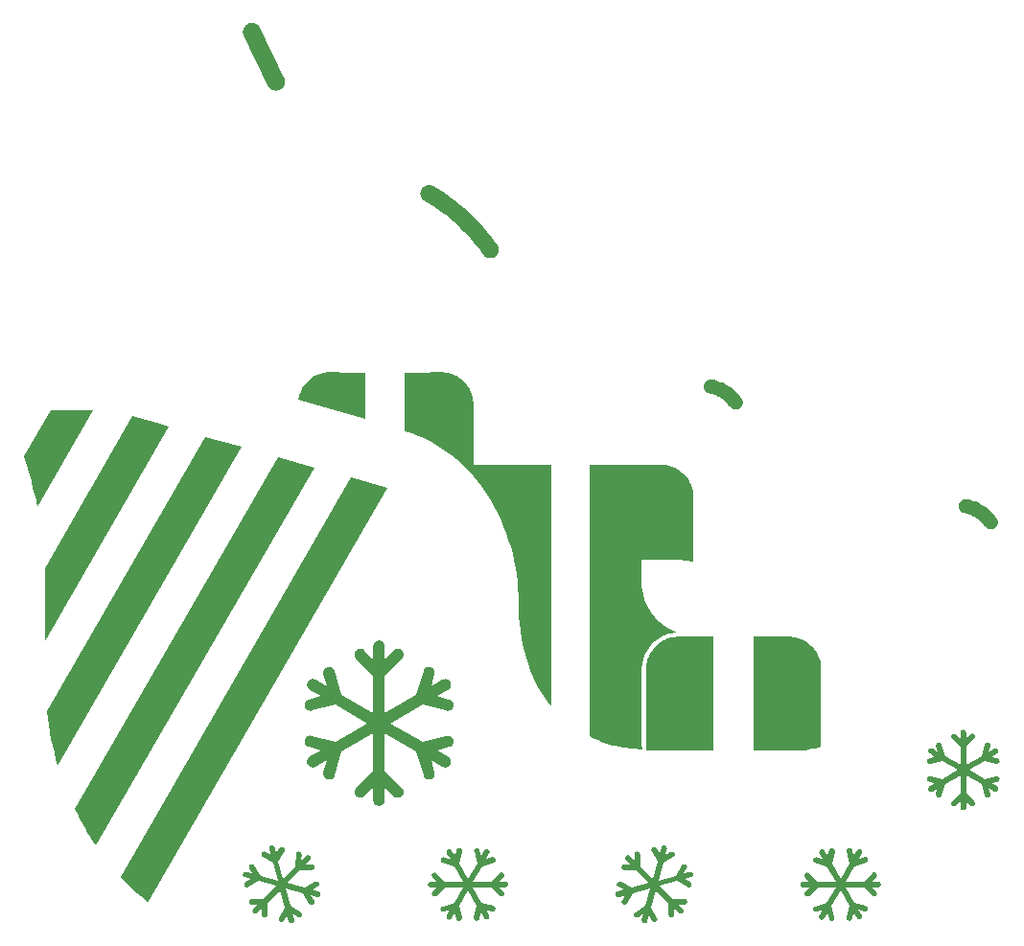
<source format=gto>
G04 #@! TF.GenerationSoftware,KiCad,Pcbnew,7.0.9*
G04 #@! TF.CreationDate,2023-12-10T17:01:55-06:00*
G04 #@! TF.ProjectId,Sleigh_Controller_Ornament_2023,536c6569-6768-45f4-936f-6e74726f6c6c,rev?*
G04 #@! TF.SameCoordinates,Original*
G04 #@! TF.FileFunction,Legend,Top*
G04 #@! TF.FilePolarity,Positive*
%FSLAX46Y46*%
G04 Gerber Fmt 4.6, Leading zero omitted, Abs format (unit mm)*
G04 Created by KiCad (PCBNEW 7.0.9) date 2023-12-10 17:01:55*
%MOMM*%
%LPD*%
G01*
G04 APERTURE LIST*
G04 Aperture macros list*
%AMHorizOval*
0 Thick line with rounded ends*
0 $1 width*
0 $2 $3 position (X,Y) of the first rounded end (center of the circle)*
0 $4 $5 position (X,Y) of the second rounded end (center of the circle)*
0 Add line between two ends*
20,1,$1,$2,$3,$4,$5,0*
0 Add two circle primitives to create the rounded ends*
1,1,$1,$2,$3*
1,1,$1,$4,$5*%
G04 Aperture macros list end*
%ADD10C,0.000000*%
%ADD11C,0.100000*%
%ADD12C,0.650000*%
%ADD13HorizOval,1.000000X-0.388909X0.388909X0.388909X-0.388909X0*%
%ADD14C,1.820000*%
G04 APERTURE END LIST*
D10*
G36*
X117740778Y-69692725D02*
G01*
X119835749Y-70266853D01*
X120969011Y-70582595D01*
X110005847Y-89571090D01*
X110005847Y-83089828D01*
X117740771Y-69692718D01*
X117740778Y-69692725D01*
G37*
G36*
X143941246Y-49250573D02*
G01*
X143966066Y-49250931D01*
X143990814Y-49252099D01*
X144015470Y-49254073D01*
X144040017Y-49256846D01*
X144064433Y-49260416D01*
X144088702Y-49264776D01*
X144112802Y-49269923D01*
X144136716Y-49275850D01*
X144160424Y-49282555D01*
X144183907Y-49290031D01*
X144207146Y-49298273D01*
X144230121Y-49307278D01*
X144252814Y-49317041D01*
X144275206Y-49327556D01*
X144297277Y-49338818D01*
X144319008Y-49350823D01*
X144735298Y-49598839D01*
X145144108Y-49857829D01*
X145545240Y-50127608D01*
X145938498Y-50407989D01*
X146323682Y-50698788D01*
X146700596Y-50999817D01*
X147069042Y-51310891D01*
X147428822Y-51631825D01*
X147779738Y-51962431D01*
X148121594Y-52302524D01*
X148454191Y-52651919D01*
X148777331Y-53010428D01*
X149090817Y-53377867D01*
X149394452Y-53754049D01*
X149688037Y-54138789D01*
X149971375Y-54531900D01*
X149992840Y-54564303D01*
X150012432Y-54597396D01*
X150030161Y-54631113D01*
X150046039Y-54665388D01*
X150060079Y-54700155D01*
X150072291Y-54735349D01*
X150082688Y-54770903D01*
X150091280Y-54806751D01*
X150098079Y-54842827D01*
X150103097Y-54879066D01*
X150106346Y-54915402D01*
X150107837Y-54951769D01*
X150107582Y-54988100D01*
X150105592Y-55024330D01*
X150101879Y-55060393D01*
X150096455Y-55096223D01*
X150089330Y-55131754D01*
X150080518Y-55166921D01*
X150070028Y-55201656D01*
X150057874Y-55235895D01*
X150044066Y-55269572D01*
X150028616Y-55302620D01*
X150011536Y-55334973D01*
X149992837Y-55366567D01*
X149972531Y-55397334D01*
X149950629Y-55427208D01*
X149927143Y-55456125D01*
X149902085Y-55484018D01*
X149875467Y-55510821D01*
X149847299Y-55536468D01*
X149817593Y-55560894D01*
X149786362Y-55584031D01*
X149753948Y-55605528D01*
X149720843Y-55625150D01*
X149687113Y-55642906D01*
X149652823Y-55658811D01*
X149618040Y-55672874D01*
X149582829Y-55685107D01*
X149547257Y-55695522D01*
X149511389Y-55704132D01*
X149475292Y-55710946D01*
X149439033Y-55715977D01*
X149402676Y-55719237D01*
X149366288Y-55720737D01*
X149329934Y-55720489D01*
X149293683Y-55718504D01*
X149257598Y-55714793D01*
X149221746Y-55709370D01*
X149186193Y-55702244D01*
X149151006Y-55693428D01*
X149116249Y-55682934D01*
X149081991Y-55670772D01*
X149048295Y-55656955D01*
X149015229Y-55641494D01*
X148982859Y-55624401D01*
X148951250Y-55605687D01*
X148920468Y-55585365D01*
X148890580Y-55563444D01*
X148861652Y-55539938D01*
X148833750Y-55514858D01*
X148806940Y-55488215D01*
X148781287Y-55460021D01*
X148756858Y-55430287D01*
X148733719Y-55399026D01*
X148474557Y-55039477D01*
X148205992Y-54687584D01*
X147928210Y-54343519D01*
X147641395Y-54007451D01*
X147345733Y-53679550D01*
X147041408Y-53359987D01*
X146728607Y-53048930D01*
X146407513Y-52746551D01*
X146078312Y-52453018D01*
X145741189Y-52168504D01*
X145396329Y-51893176D01*
X145043918Y-51627205D01*
X144684139Y-51370762D01*
X144317179Y-51124015D01*
X143943223Y-50887136D01*
X143562454Y-50660295D01*
X143529237Y-50639993D01*
X143497431Y-50618268D01*
X143467052Y-50595187D01*
X143438118Y-50570813D01*
X143410648Y-50545212D01*
X143384657Y-50518449D01*
X143360165Y-50490588D01*
X143337187Y-50461694D01*
X143315741Y-50431833D01*
X143295846Y-50401069D01*
X143277517Y-50369467D01*
X143260773Y-50337092D01*
X143245632Y-50304010D01*
X143232109Y-50270284D01*
X143220224Y-50235980D01*
X143209993Y-50201163D01*
X143201433Y-50165898D01*
X143194563Y-50130250D01*
X143189399Y-50094283D01*
X143185959Y-50058063D01*
X143184260Y-50021654D01*
X143184320Y-49985121D01*
X143186156Y-49948530D01*
X143189785Y-49911945D01*
X143195226Y-49875432D01*
X143202494Y-49839054D01*
X143211609Y-49802878D01*
X143222587Y-49766967D01*
X143235445Y-49731387D01*
X143250201Y-49696203D01*
X143266873Y-49661480D01*
X143285477Y-49627282D01*
X143305138Y-49595328D01*
X143326265Y-49564522D01*
X143348802Y-49534904D01*
X143372698Y-49506514D01*
X143397898Y-49479393D01*
X143424349Y-49453582D01*
X143451997Y-49429121D01*
X143480790Y-49406050D01*
X143510674Y-49384410D01*
X143541595Y-49364242D01*
X143573501Y-49345585D01*
X143606337Y-49328481D01*
X143640050Y-49312970D01*
X143674587Y-49299092D01*
X143709894Y-49286888D01*
X143745918Y-49276399D01*
X143769895Y-49270457D01*
X143794033Y-49265266D01*
X143818314Y-49260839D01*
X143842721Y-49257187D01*
X143867236Y-49254321D01*
X143891840Y-49252254D01*
X143916516Y-49250995D01*
X143941246Y-49250558D01*
X143941246Y-49250573D01*
G37*
G36*
X168851691Y-66426883D02*
G01*
X168869171Y-66427740D01*
X168886620Y-66429088D01*
X168904028Y-66430924D01*
X168921383Y-66433250D01*
X168938675Y-66436065D01*
X169135497Y-66475813D01*
X169329270Y-66525019D01*
X169519690Y-66583492D01*
X169706455Y-66651040D01*
X169889260Y-66727474D01*
X170067802Y-66812601D01*
X170241778Y-66906231D01*
X170410883Y-67008174D01*
X170574814Y-67118238D01*
X170733268Y-67236233D01*
X170885940Y-67361967D01*
X171032528Y-67495250D01*
X171172727Y-67635891D01*
X171306233Y-67783698D01*
X171432745Y-67938482D01*
X171551956Y-68100051D01*
X171569065Y-68125866D01*
X171584806Y-68152381D01*
X171599167Y-68179540D01*
X171612136Y-68207291D01*
X171623702Y-68235578D01*
X171633853Y-68264348D01*
X171642575Y-68293547D01*
X171649859Y-68323119D01*
X171655691Y-68353012D01*
X171660059Y-68383171D01*
X171662952Y-68413541D01*
X171664358Y-68444069D01*
X171664265Y-68474700D01*
X171662660Y-68505381D01*
X171659532Y-68536056D01*
X171654869Y-68566672D01*
X171648694Y-68597020D01*
X171641058Y-68626894D01*
X171631990Y-68656248D01*
X171621521Y-68685035D01*
X171609680Y-68713208D01*
X171596497Y-68740721D01*
X171582003Y-68767526D01*
X171566226Y-68793577D01*
X171549197Y-68818828D01*
X171530947Y-68843231D01*
X171511503Y-68866739D01*
X171490897Y-68889307D01*
X171469159Y-68910886D01*
X171446317Y-68931431D01*
X171422403Y-68950895D01*
X171397446Y-68969230D01*
X171370734Y-68986886D01*
X171343455Y-69003000D01*
X171315664Y-69017582D01*
X171287415Y-69030642D01*
X171258762Y-69042188D01*
X171229759Y-69052231D01*
X171200461Y-69060780D01*
X171170921Y-69067844D01*
X171141194Y-69073433D01*
X171111333Y-69077557D01*
X171081394Y-69080225D01*
X171051429Y-69081446D01*
X171021494Y-69081231D01*
X170991642Y-69079588D01*
X170961928Y-69076527D01*
X170932406Y-69072058D01*
X170903129Y-69066190D01*
X170874153Y-69058933D01*
X170845531Y-69050296D01*
X170817317Y-69040289D01*
X170789566Y-69028921D01*
X170762331Y-69016202D01*
X170735667Y-69002142D01*
X170709629Y-68986749D01*
X170684269Y-68970034D01*
X170659643Y-68952005D01*
X170635805Y-68932673D01*
X170612808Y-68912048D01*
X170590706Y-68890137D01*
X170569555Y-68866952D01*
X170549408Y-68842501D01*
X170530319Y-68816795D01*
X170447803Y-68704950D01*
X170360239Y-68597791D01*
X170267838Y-68495450D01*
X170170807Y-68398062D01*
X170069357Y-68305760D01*
X169963698Y-68218679D01*
X169854038Y-68136951D01*
X169740587Y-68060711D01*
X169623555Y-67990093D01*
X169503151Y-67925230D01*
X169379584Y-67866256D01*
X169253064Y-67813306D01*
X169123801Y-67766513D01*
X168992003Y-67726010D01*
X168857880Y-67691932D01*
X168721642Y-67664413D01*
X168690185Y-67658031D01*
X168659420Y-67650152D01*
X168629378Y-67640820D01*
X168600092Y-67630080D01*
X168571594Y-67617978D01*
X168543914Y-67604559D01*
X168517085Y-67589868D01*
X168491138Y-67573951D01*
X168466106Y-67556853D01*
X168442019Y-67538620D01*
X168418911Y-67519297D01*
X168396812Y-67498929D01*
X168375754Y-67477561D01*
X168355769Y-67455239D01*
X168336889Y-67432008D01*
X168319145Y-67407914D01*
X168302570Y-67383002D01*
X168287195Y-67357317D01*
X168273051Y-67330905D01*
X168260172Y-67303810D01*
X168248587Y-67276079D01*
X168238329Y-67247756D01*
X168229431Y-67218887D01*
X168221923Y-67189518D01*
X168215837Y-67159693D01*
X168211205Y-67129458D01*
X168208059Y-67098859D01*
X168206431Y-67067940D01*
X168206352Y-67036747D01*
X168207854Y-67005325D01*
X168210969Y-66973720D01*
X168215729Y-66941978D01*
X168221028Y-66915321D01*
X168227423Y-66889115D01*
X168234888Y-66863383D01*
X168243396Y-66838150D01*
X168252923Y-66813436D01*
X168263440Y-66789266D01*
X168274923Y-66765663D01*
X168287345Y-66742650D01*
X168300680Y-66720250D01*
X168314901Y-66698485D01*
X168329983Y-66677380D01*
X168345900Y-66656957D01*
X168362624Y-66637238D01*
X168380131Y-66618249D01*
X168417386Y-66582546D01*
X168457456Y-66550034D01*
X168478480Y-66535032D01*
X168500130Y-66520897D01*
X168522378Y-66507651D01*
X168545200Y-66495319D01*
X168568568Y-66483922D01*
X168592456Y-66473485D01*
X168616838Y-66464030D01*
X168641689Y-66455580D01*
X168666981Y-66448158D01*
X168692690Y-66441788D01*
X168718787Y-66436492D01*
X168745249Y-66432294D01*
X168772047Y-66429217D01*
X168799156Y-66427283D01*
X168799164Y-66427261D01*
X168816677Y-66426643D01*
X168834189Y-66426517D01*
X168851691Y-66426883D01*
G37*
G36*
X164711022Y-107591689D02*
G01*
X164710938Y-107591842D01*
X164717998Y-107592148D01*
X164725041Y-107592653D01*
X164732065Y-107593357D01*
X164739064Y-107594258D01*
X164746036Y-107595357D01*
X164752974Y-107596650D01*
X164759877Y-107598139D01*
X164766739Y-107599822D01*
X164779052Y-107603509D01*
X164791034Y-107607768D01*
X164802676Y-107612580D01*
X164813966Y-107617926D01*
X164824892Y-107623786D01*
X164835444Y-107630141D01*
X164845611Y-107636972D01*
X164855383Y-107644260D01*
X164864747Y-107651986D01*
X164873692Y-107660130D01*
X164882209Y-107668673D01*
X164890286Y-107677596D01*
X164897911Y-107686880D01*
X164905074Y-107696506D01*
X164911764Y-107706453D01*
X164917970Y-107716704D01*
X164923681Y-107727240D01*
X164928885Y-107738039D01*
X164933572Y-107749085D01*
X164937731Y-107760356D01*
X164941351Y-107771835D01*
X164944420Y-107783502D01*
X164946928Y-107795337D01*
X164948864Y-107807322D01*
X164950217Y-107819437D01*
X164950975Y-107831664D01*
X164951128Y-107843982D01*
X164950665Y-107856373D01*
X164949575Y-107868817D01*
X164947846Y-107881296D01*
X164945467Y-107893790D01*
X164942429Y-107906280D01*
X164797218Y-108447341D01*
X165264382Y-108168288D01*
X165275209Y-108162203D01*
X165286276Y-108156685D01*
X165297561Y-108151740D01*
X165309041Y-108147368D01*
X165320695Y-108143575D01*
X165332501Y-108140363D01*
X165344436Y-108137734D01*
X165356478Y-108135694D01*
X165368605Y-108134244D01*
X165380796Y-108133387D01*
X165393028Y-108133128D01*
X165405279Y-108133469D01*
X165417527Y-108134413D01*
X165429750Y-108135964D01*
X165441926Y-108138125D01*
X165454033Y-108140899D01*
X165465873Y-108144222D01*
X165477486Y-108148105D01*
X165488854Y-108152535D01*
X165499960Y-108157500D01*
X165510787Y-108162987D01*
X165521318Y-108168982D01*
X165531534Y-108175472D01*
X165541419Y-108182445D01*
X165550956Y-108189887D01*
X165560126Y-108197786D01*
X165568912Y-108206129D01*
X165577298Y-108214902D01*
X165585265Y-108224093D01*
X165592797Y-108233689D01*
X165599875Y-108243676D01*
X165606484Y-108254043D01*
X165612626Y-108264855D01*
X165618201Y-108275910D01*
X165623204Y-108287186D01*
X165627632Y-108298661D01*
X165631481Y-108310313D01*
X165634749Y-108322119D01*
X165637432Y-108334058D01*
X165639527Y-108346107D01*
X165641031Y-108358243D01*
X165641940Y-108370446D01*
X165642251Y-108382692D01*
X165641961Y-108394960D01*
X165641066Y-108407226D01*
X165639563Y-108419470D01*
X165637449Y-108431669D01*
X165634720Y-108443801D01*
X165631392Y-108455782D01*
X165627491Y-108467532D01*
X165623031Y-108479032D01*
X165618024Y-108490265D01*
X165612484Y-108501213D01*
X165606424Y-108511858D01*
X165599858Y-108522182D01*
X165592799Y-108532167D01*
X165585261Y-108541795D01*
X165577256Y-108551049D01*
X165568798Y-108559910D01*
X165559900Y-108568361D01*
X165550576Y-108576383D01*
X165540840Y-108583959D01*
X165530703Y-108591071D01*
X165520180Y-108597701D01*
X164611191Y-109141845D01*
X164197785Y-110681289D01*
X165724823Y-110264785D01*
X166268456Y-109357879D01*
X166275139Y-109347394D01*
X166282303Y-109337298D01*
X166289930Y-109327603D01*
X166298001Y-109318324D01*
X166306499Y-109309472D01*
X166315405Y-109301063D01*
X166324701Y-109293108D01*
X166334370Y-109285621D01*
X166344393Y-109278615D01*
X166354753Y-109272104D01*
X166365431Y-109266102D01*
X166376409Y-109260620D01*
X166387670Y-109255673D01*
X166399195Y-109251273D01*
X166410966Y-109247434D01*
X166422966Y-109244170D01*
X166435042Y-109241423D01*
X166447187Y-109239286D01*
X166459377Y-109237755D01*
X166471592Y-109236827D01*
X166483809Y-109236498D01*
X166496007Y-109236767D01*
X166508164Y-109237629D01*
X166520257Y-109239082D01*
X166532266Y-109241121D01*
X166544167Y-109243745D01*
X166555940Y-109246950D01*
X166567562Y-109250732D01*
X166579012Y-109255089D01*
X166590267Y-109260017D01*
X166601306Y-109265514D01*
X166612107Y-109271575D01*
X166622639Y-109278218D01*
X166632784Y-109285344D01*
X166642527Y-109292936D01*
X166651856Y-109300977D01*
X166660758Y-109309447D01*
X166669218Y-109318328D01*
X166677224Y-109327604D01*
X166684761Y-109337255D01*
X166691817Y-109347263D01*
X166698379Y-109357611D01*
X166704432Y-109368280D01*
X166709964Y-109379252D01*
X166714961Y-109390509D01*
X166719410Y-109402034D01*
X166723297Y-109413807D01*
X166726608Y-109425811D01*
X166729319Y-109437965D01*
X166731413Y-109450184D01*
X166732895Y-109462448D01*
X166733767Y-109474732D01*
X166734033Y-109487016D01*
X166733695Y-109499277D01*
X166732759Y-109511493D01*
X166731226Y-109523641D01*
X166729101Y-109535699D01*
X166726386Y-109547646D01*
X166723085Y-109559459D01*
X166719201Y-109571116D01*
X166714738Y-109582594D01*
X166709699Y-109593872D01*
X166704088Y-109604927D01*
X166697907Y-109615737D01*
X166419884Y-110078246D01*
X166959900Y-109934066D01*
X166971973Y-109931143D01*
X166984123Y-109928832D01*
X166996327Y-109927130D01*
X167008564Y-109926035D01*
X167020811Y-109925543D01*
X167033046Y-109925651D01*
X167045247Y-109926357D01*
X167057392Y-109927657D01*
X167069460Y-109929549D01*
X167081427Y-109932029D01*
X167093272Y-109935095D01*
X167104973Y-109938744D01*
X167116508Y-109942972D01*
X167127855Y-109947777D01*
X167138991Y-109953156D01*
X167149895Y-109959106D01*
X167160490Y-109965589D01*
X167170706Y-109972559D01*
X167180530Y-109979998D01*
X167189947Y-109987888D01*
X167198944Y-109996211D01*
X167207508Y-110004950D01*
X167215625Y-110014087D01*
X167223282Y-110023604D01*
X167230465Y-110033485D01*
X167237161Y-110043710D01*
X167243355Y-110054262D01*
X167249036Y-110065124D01*
X167254188Y-110076277D01*
X167258799Y-110087705D01*
X167262855Y-110099389D01*
X167266342Y-110111312D01*
X167269305Y-110123361D01*
X167271657Y-110135488D01*
X167273402Y-110147673D01*
X167274542Y-110159892D01*
X167275081Y-110172124D01*
X167275020Y-110184346D01*
X167274363Y-110196537D01*
X167273113Y-110208675D01*
X167271273Y-110220737D01*
X167268845Y-110232701D01*
X167265832Y-110244547D01*
X167262238Y-110256250D01*
X167258064Y-110267790D01*
X167253314Y-110279144D01*
X167247990Y-110290291D01*
X167242096Y-110301208D01*
X167235668Y-110311819D01*
X167228754Y-110322054D01*
X167221369Y-110331900D01*
X167213533Y-110341343D01*
X167205263Y-110350369D01*
X167196575Y-110358965D01*
X167187489Y-110367117D01*
X167178021Y-110374812D01*
X167168188Y-110382036D01*
X167158010Y-110388775D01*
X167147502Y-110395016D01*
X167136683Y-110400746D01*
X167125570Y-110405949D01*
X167114181Y-110410614D01*
X167102534Y-110414727D01*
X167090645Y-110418273D01*
X166549591Y-110561935D01*
X167022431Y-110824447D01*
X167033141Y-110830718D01*
X167043483Y-110837483D01*
X167053442Y-110844722D01*
X167063004Y-110852420D01*
X167072156Y-110860558D01*
X167080883Y-110869120D01*
X167089172Y-110878087D01*
X167097009Y-110887443D01*
X167104380Y-110897170D01*
X167111271Y-110907251D01*
X167117669Y-110917668D01*
X167123560Y-110928405D01*
X167128929Y-110939443D01*
X167133763Y-110950766D01*
X167138047Y-110962357D01*
X167141770Y-110974197D01*
X167144900Y-110986207D01*
X167147421Y-110998304D01*
X167149336Y-111010467D01*
X167150645Y-111022673D01*
X167151353Y-111034899D01*
X167151462Y-111047125D01*
X167150974Y-111059328D01*
X167149891Y-111071485D01*
X167148217Y-111083574D01*
X167145953Y-111095575D01*
X167143102Y-111107463D01*
X167139667Y-111119218D01*
X167135650Y-111130817D01*
X167131053Y-111142238D01*
X167125880Y-111153460D01*
X167120133Y-111164458D01*
X167113861Y-111175168D01*
X167107096Y-111185508D01*
X167099856Y-111195467D01*
X167092157Y-111205028D01*
X167084018Y-111214180D01*
X167075455Y-111222907D01*
X167066486Y-111231196D01*
X167057129Y-111239034D01*
X167047401Y-111246405D01*
X167037318Y-111253297D01*
X167026899Y-111259695D01*
X167016162Y-111265586D01*
X167005122Y-111270956D01*
X166993798Y-111275790D01*
X166982208Y-111280075D01*
X166970368Y-111283797D01*
X166958358Y-111286928D01*
X166946260Y-111289449D01*
X166934098Y-111291363D01*
X166921893Y-111292673D01*
X166909666Y-111293382D01*
X166897441Y-111293491D01*
X166885239Y-111293003D01*
X166873082Y-111291921D01*
X166860993Y-111290247D01*
X166848993Y-111287984D01*
X166837104Y-111285135D01*
X166825349Y-111281701D01*
X166813750Y-111277686D01*
X166802328Y-111273091D01*
X166791106Y-111267921D01*
X166780106Y-111262176D01*
X165853028Y-110748519D01*
X164322884Y-111166061D01*
X165438584Y-112291061D01*
X166498978Y-112308669D01*
X166511378Y-112309174D01*
X166523683Y-112310287D01*
X166535875Y-112312001D01*
X166547932Y-112314305D01*
X166559834Y-112317191D01*
X166571561Y-112320651D01*
X166583091Y-112324674D01*
X166594405Y-112329253D01*
X166605483Y-112334379D01*
X166616303Y-112340042D01*
X166626845Y-112346233D01*
X166637089Y-112352945D01*
X166647015Y-112360167D01*
X166656601Y-112367892D01*
X166665828Y-112376109D01*
X166674675Y-112384811D01*
X166683080Y-112393940D01*
X166690988Y-112403433D01*
X166698390Y-112413269D01*
X166705280Y-112423428D01*
X166711648Y-112433888D01*
X166717487Y-112444628D01*
X166722788Y-112455629D01*
X166727543Y-112466869D01*
X166731744Y-112478327D01*
X166735384Y-112489983D01*
X166738452Y-112501816D01*
X166740943Y-112513806D01*
X166742847Y-112525930D01*
X166744156Y-112538170D01*
X166744862Y-112550504D01*
X166744957Y-112562911D01*
X166744428Y-112575762D01*
X166743261Y-112588433D01*
X166741474Y-112600911D01*
X166739083Y-112613178D01*
X166736102Y-112625221D01*
X166732549Y-112637023D01*
X166728438Y-112648570D01*
X166723787Y-112659845D01*
X166718610Y-112670833D01*
X166712924Y-112681518D01*
X166706745Y-112691887D01*
X166700089Y-112701921D01*
X166692971Y-112711608D01*
X166685407Y-112720930D01*
X166677414Y-112729873D01*
X166669007Y-112738422D01*
X166660203Y-112746559D01*
X166651017Y-112754272D01*
X166641464Y-112761543D01*
X166631562Y-112768357D01*
X166621326Y-112774699D01*
X166610772Y-112780554D01*
X166599915Y-112785906D01*
X166588772Y-112790740D01*
X166577359Y-112795040D01*
X166565691Y-112798791D01*
X166553785Y-112801977D01*
X166541656Y-112804583D01*
X166529321Y-112806594D01*
X166516795Y-112807993D01*
X166504094Y-112808767D01*
X166491234Y-112808898D01*
X165948113Y-112799895D01*
X166344475Y-113195739D01*
X166353336Y-113205065D01*
X166361625Y-113214724D01*
X166369343Y-113224694D01*
X166376488Y-113234952D01*
X166383063Y-113245476D01*
X166389065Y-113256244D01*
X166394496Y-113267234D01*
X166399355Y-113278423D01*
X166403643Y-113289791D01*
X166407358Y-113301313D01*
X166410503Y-113312969D01*
X166413075Y-113324735D01*
X166415076Y-113336590D01*
X166416505Y-113348512D01*
X166417363Y-113360478D01*
X166417648Y-113372466D01*
X166417363Y-113384455D01*
X166416505Y-113396421D01*
X166415076Y-113408342D01*
X166413075Y-113420197D01*
X166410503Y-113431964D01*
X166407358Y-113443619D01*
X166403643Y-113455142D01*
X166399355Y-113466509D01*
X166394496Y-113477699D01*
X166389065Y-113488689D01*
X166383063Y-113499457D01*
X166376488Y-113509981D01*
X166369343Y-113520239D01*
X166361625Y-113530208D01*
X166353336Y-113539867D01*
X166344475Y-113549193D01*
X166335149Y-113558056D01*
X166325491Y-113566346D01*
X166315522Y-113574065D01*
X166305264Y-113581212D01*
X166294739Y-113587787D01*
X166283971Y-113593791D01*
X166272980Y-113599222D01*
X166261790Y-113604082D01*
X166250422Y-113608370D01*
X166238899Y-113612087D01*
X166227243Y-113615232D01*
X166215475Y-113617804D01*
X166203619Y-113619806D01*
X166191697Y-113621235D01*
X166179729Y-113622093D01*
X166167740Y-113622379D01*
X166155751Y-113622093D01*
X166143784Y-113621235D01*
X166131861Y-113619806D01*
X166120005Y-113617804D01*
X166108237Y-113615232D01*
X166096581Y-113612087D01*
X166085058Y-113608370D01*
X166073690Y-113604082D01*
X166062500Y-113599222D01*
X166051509Y-113593791D01*
X166040741Y-113587787D01*
X166030217Y-113581212D01*
X166019959Y-113574065D01*
X166009989Y-113566346D01*
X166000331Y-113558056D01*
X165991005Y-113549193D01*
X165594124Y-113153350D01*
X165602127Y-113693893D01*
X165601996Y-113706753D01*
X165601222Y-113719455D01*
X165599823Y-113731981D01*
X165597812Y-113744317D01*
X165595206Y-113756446D01*
X165592019Y-113768353D01*
X165588269Y-113780020D01*
X165583968Y-113791434D01*
X165579135Y-113802577D01*
X165573782Y-113813433D01*
X165567927Y-113823987D01*
X165561585Y-113834223D01*
X165554771Y-113844125D01*
X165547500Y-113853677D01*
X165539788Y-113862863D01*
X165531650Y-113871667D01*
X165523102Y-113880073D01*
X165514159Y-113888066D01*
X165504837Y-113895628D01*
X165495151Y-113902746D01*
X165485117Y-113909401D01*
X165474749Y-113915580D01*
X165464064Y-113921264D01*
X165453077Y-113926440D01*
X165441803Y-113931091D01*
X165430258Y-113935200D01*
X165418457Y-113938752D01*
X165406416Y-113941731D01*
X165394149Y-113944122D01*
X165381674Y-113945907D01*
X165369004Y-113947072D01*
X165356156Y-113947601D01*
X165343295Y-113947469D01*
X165330593Y-113946696D01*
X165318067Y-113945296D01*
X165305731Y-113943285D01*
X165293601Y-113940679D01*
X165281695Y-113937493D01*
X165270027Y-113933743D01*
X165258613Y-113929443D01*
X165247470Y-113924609D01*
X165236613Y-113919257D01*
X165226058Y-113913402D01*
X165215821Y-113907060D01*
X165205919Y-113900246D01*
X165196366Y-113892975D01*
X165187179Y-113885263D01*
X165178374Y-113877126D01*
X165169967Y-113868578D01*
X165161974Y-113859635D01*
X165154410Y-113850314D01*
X165147292Y-113840628D01*
X165140635Y-113830593D01*
X165134455Y-113820226D01*
X165128769Y-113809541D01*
X165123592Y-113798553D01*
X165118940Y-113787279D01*
X165114829Y-113775734D01*
X165111275Y-113763933D01*
X165108294Y-113751891D01*
X165105902Y-113739624D01*
X165104114Y-113727148D01*
X165102947Y-113714478D01*
X165102417Y-113701629D01*
X165086418Y-112644851D01*
X163972267Y-111521926D01*
X163558861Y-113062392D01*
X164073044Y-113986877D01*
X164078944Y-113997868D01*
X164084267Y-114009090D01*
X164089009Y-114020521D01*
X164093168Y-114032137D01*
X164096740Y-114043916D01*
X164099724Y-114055836D01*
X164102116Y-114067874D01*
X164103914Y-114080009D01*
X164105114Y-114092217D01*
X164105715Y-114104476D01*
X164105713Y-114116765D01*
X164105105Y-114129059D01*
X164103889Y-114141338D01*
X164102063Y-114153579D01*
X164099622Y-114165759D01*
X164096565Y-114177856D01*
X164092910Y-114189785D01*
X164088683Y-114201466D01*
X164083901Y-114212880D01*
X164078576Y-114224010D01*
X164072722Y-114234838D01*
X164066354Y-114245347D01*
X164059485Y-114255519D01*
X164052130Y-114265336D01*
X164044302Y-114274781D01*
X164036016Y-114283835D01*
X164027284Y-114292482D01*
X164018123Y-114300703D01*
X164008544Y-114308481D01*
X163998563Y-114315798D01*
X163988193Y-114322636D01*
X163977448Y-114328979D01*
X163966436Y-114334717D01*
X163955203Y-114339881D01*
X163943771Y-114344467D01*
X163932162Y-114348473D01*
X163920397Y-114351897D01*
X163908500Y-114354735D01*
X163896491Y-114356986D01*
X163884394Y-114358647D01*
X163872230Y-114359716D01*
X163860021Y-114360190D01*
X163847790Y-114360067D01*
X163835559Y-114359343D01*
X163823349Y-114358018D01*
X163811183Y-114356087D01*
X163799083Y-114353550D01*
X163787071Y-114350402D01*
X163775230Y-114346662D01*
X163763640Y-114342360D01*
X163752317Y-114337507D01*
X163741280Y-114332120D01*
X163730546Y-114326211D01*
X163720132Y-114319794D01*
X163710055Y-114312884D01*
X163700333Y-114305494D01*
X163690983Y-114297638D01*
X163682023Y-114289330D01*
X163673470Y-114280584D01*
X163665342Y-114271414D01*
X163657655Y-114261834D01*
X163650428Y-114251858D01*
X163643678Y-114241500D01*
X163637421Y-114230773D01*
X163372833Y-113756377D01*
X163227112Y-114299514D01*
X163223425Y-114311827D01*
X163219166Y-114323809D01*
X163214354Y-114335451D01*
X163209009Y-114346741D01*
X163203149Y-114357667D01*
X163196794Y-114368220D01*
X163189963Y-114378387D01*
X163182675Y-114388158D01*
X163174950Y-114397523D01*
X163166806Y-114406469D01*
X163158264Y-114414986D01*
X163149341Y-114423062D01*
X163140057Y-114430688D01*
X163130432Y-114437851D01*
X163120485Y-114444542D01*
X163110234Y-114450748D01*
X163099700Y-114456458D01*
X163088901Y-114461663D01*
X163077856Y-114466350D01*
X163066585Y-114470509D01*
X163055107Y-114474129D01*
X163043441Y-114477198D01*
X163031606Y-114479707D01*
X163019622Y-114481642D01*
X163007507Y-114482995D01*
X162995281Y-114483753D01*
X162982964Y-114483906D01*
X162970574Y-114483442D01*
X162958130Y-114482351D01*
X162945652Y-114480622D01*
X162933159Y-114478243D01*
X162920670Y-114475204D01*
X162908356Y-114471517D01*
X162896373Y-114467258D01*
X162884731Y-114462446D01*
X162873441Y-114457100D01*
X162862513Y-114451240D01*
X162851960Y-114444885D01*
X162841793Y-114438054D01*
X162832021Y-114430766D01*
X162822656Y-114423040D01*
X162813710Y-114414896D01*
X162805193Y-114406353D01*
X162797116Y-114397430D01*
X162789490Y-114388146D01*
X162782326Y-114378520D01*
X162775636Y-114368572D01*
X162769429Y-114358321D01*
X162763718Y-114347786D01*
X162758514Y-114336987D01*
X162753826Y-114325941D01*
X162749667Y-114314670D01*
X162746047Y-114303191D01*
X162742978Y-114291524D01*
X162740470Y-114279689D01*
X162738534Y-114267704D01*
X162737181Y-114255588D01*
X162736423Y-114243362D01*
X162736270Y-114231044D01*
X162736734Y-114218653D01*
X162737825Y-114206208D01*
X162739554Y-114193730D01*
X162741933Y-114181236D01*
X162744972Y-114168746D01*
X162889664Y-113628219D01*
X162424584Y-113906753D01*
X162413783Y-113912904D01*
X162402739Y-113918489D01*
X162391473Y-113923502D01*
X162380009Y-113927940D01*
X162368367Y-113931802D01*
X162356570Y-113935082D01*
X162344640Y-113937778D01*
X162332600Y-113939887D01*
X162320471Y-113941405D01*
X162308275Y-113942329D01*
X162296035Y-113942655D01*
X162283772Y-113942381D01*
X162271509Y-113941503D01*
X162259268Y-113940017D01*
X162247071Y-113937921D01*
X162234940Y-113935210D01*
X162222958Y-113931901D01*
X162211207Y-113928018D01*
X162199705Y-113923576D01*
X162188469Y-113918587D01*
X162177517Y-113913065D01*
X162166867Y-113907023D01*
X162156537Y-113900475D01*
X162146546Y-113893434D01*
X162136910Y-113885913D01*
X162127647Y-113877925D01*
X162118777Y-113869484D01*
X162110316Y-113860604D01*
X162102282Y-113851297D01*
X162094694Y-113841578D01*
X162087569Y-113831458D01*
X162080925Y-113820953D01*
X162074774Y-113810152D01*
X162069190Y-113799108D01*
X162064177Y-113787843D01*
X162059739Y-113776379D01*
X162055878Y-113764738D01*
X162052598Y-113752941D01*
X162049903Y-113741012D01*
X162047795Y-113728973D01*
X162046277Y-113716844D01*
X162045354Y-113704649D01*
X162045028Y-113692409D01*
X162045303Y-113680147D01*
X162046182Y-113667885D01*
X162047668Y-113655644D01*
X162049765Y-113643447D01*
X162052475Y-113631316D01*
X162055785Y-113619335D01*
X162059667Y-113607584D01*
X162064109Y-113596081D01*
X162069097Y-113584844D01*
X162074619Y-113573892D01*
X162080660Y-113563242D01*
X162087207Y-113552912D01*
X162094248Y-113542920D01*
X162101768Y-113533284D01*
X162109755Y-113524022D01*
X162118195Y-113515152D01*
X162127075Y-113506692D01*
X162136381Y-113498660D01*
X162146100Y-113491073D01*
X162156220Y-113483951D01*
X162166725Y-113477309D01*
X163075196Y-112936263D01*
X163489632Y-111393722D01*
X161964150Y-111810226D01*
X161418442Y-112717147D01*
X161411568Y-112727952D01*
X161404237Y-112738287D01*
X161396469Y-112748148D01*
X161388286Y-112757529D01*
X161379709Y-112766424D01*
X161370760Y-112774828D01*
X161361458Y-112782736D01*
X161351827Y-112790143D01*
X161341887Y-112797042D01*
X161331658Y-112803430D01*
X161321164Y-112809299D01*
X161310424Y-112814646D01*
X161299460Y-112819464D01*
X161288294Y-112823748D01*
X161276946Y-112827493D01*
X161265437Y-112830693D01*
X161253790Y-112833344D01*
X161242025Y-112835439D01*
X161230164Y-112836974D01*
X161218227Y-112837943D01*
X161206237Y-112838340D01*
X161194214Y-112838161D01*
X161182179Y-112837399D01*
X161170154Y-112836050D01*
X161158160Y-112834109D01*
X161146219Y-112831569D01*
X161134351Y-112828425D01*
X161122578Y-112824673D01*
X161110921Y-112820306D01*
X161099401Y-112815319D01*
X161088040Y-112809708D01*
X161076859Y-112803466D01*
X161066043Y-112796575D01*
X161055699Y-112789225D01*
X161045831Y-112781438D01*
X161036446Y-112773235D01*
X161027547Y-112764638D01*
X161019141Y-112755667D01*
X161011234Y-112746345D01*
X161003829Y-112736692D01*
X160996933Y-112726729D01*
X160990552Y-112716479D01*
X160984689Y-112705963D01*
X160979352Y-112695201D01*
X160974545Y-112684216D01*
X160970273Y-112673028D01*
X160966542Y-112661659D01*
X160963357Y-112650130D01*
X160960724Y-112638463D01*
X160958648Y-112626679D01*
X160957134Y-112614799D01*
X160956188Y-112602845D01*
X160955814Y-112590838D01*
X160956019Y-112578799D01*
X160956808Y-112566750D01*
X160958186Y-112554711D01*
X160960158Y-112542706D01*
X160962730Y-112530753D01*
X160965908Y-112518876D01*
X160969695Y-112507096D01*
X160974099Y-112495433D01*
X160979124Y-112483909D01*
X160984775Y-112472546D01*
X160991059Y-112461364D01*
X161269585Y-111995757D01*
X160726982Y-112140960D01*
X160714896Y-112143877D01*
X160702734Y-112146181D01*
X160690517Y-112147875D01*
X160678268Y-112148962D01*
X160666009Y-112149445D01*
X160653763Y-112149327D01*
X160641550Y-112148610D01*
X160629395Y-112147298D01*
X160617318Y-112145394D01*
X160605342Y-112142900D01*
X160593488Y-112139820D01*
X160581780Y-112136155D01*
X160570240Y-112131911D01*
X160558888Y-112127088D01*
X160547749Y-112121691D01*
X160536843Y-112115722D01*
X160526246Y-112109218D01*
X160516031Y-112102228D01*
X160506209Y-112094768D01*
X160496794Y-112086858D01*
X160487801Y-112078513D01*
X160479242Y-112069753D01*
X160471131Y-112060595D01*
X160463482Y-112051057D01*
X160456308Y-112041156D01*
X160449624Y-112030911D01*
X160443441Y-112020339D01*
X160437775Y-112009457D01*
X160432638Y-111998284D01*
X160428044Y-111986838D01*
X160424007Y-111975135D01*
X160420540Y-111963195D01*
X160417637Y-111950714D01*
X160415390Y-111938235D01*
X160413789Y-111925777D01*
X160412822Y-111913359D01*
X160412478Y-111901000D01*
X160412746Y-111888719D01*
X160413615Y-111876534D01*
X160415075Y-111864465D01*
X160417113Y-111852531D01*
X160419719Y-111840751D01*
X160422882Y-111829143D01*
X160426591Y-111817726D01*
X160430834Y-111806521D01*
X160435601Y-111795544D01*
X160440880Y-111784817D01*
X160446661Y-111774356D01*
X160452932Y-111764182D01*
X160459683Y-111754313D01*
X160466901Y-111744769D01*
X160474577Y-111735568D01*
X160482699Y-111726728D01*
X160491256Y-111718271D01*
X160500237Y-111710213D01*
X160509630Y-111702574D01*
X160519425Y-111695374D01*
X160529612Y-111688630D01*
X160540177Y-111682363D01*
X160551112Y-111676590D01*
X160562403Y-111671331D01*
X160574041Y-111666605D01*
X160586015Y-111662431D01*
X160598313Y-111658828D01*
X161139885Y-111513625D01*
X160664452Y-111250594D01*
X160653413Y-111244014D01*
X160642833Y-111236960D01*
X160632720Y-111229454D01*
X160623077Y-111221515D01*
X160613913Y-111213167D01*
X160605231Y-111204430D01*
X160597040Y-111195325D01*
X160589343Y-111185874D01*
X160582149Y-111176098D01*
X160575461Y-111166018D01*
X160569288Y-111155656D01*
X160563633Y-111145033D01*
X160558505Y-111134170D01*
X160553907Y-111123089D01*
X160549847Y-111111810D01*
X160546331Y-111100356D01*
X160543364Y-111088748D01*
X160540952Y-111077006D01*
X160539102Y-111065152D01*
X160537819Y-111053208D01*
X160537109Y-111041194D01*
X160536979Y-111029133D01*
X160537435Y-111017045D01*
X160538481Y-111004951D01*
X160540125Y-110992874D01*
X160542373Y-110980833D01*
X160545230Y-110968852D01*
X160548702Y-110956950D01*
X160552795Y-110945149D01*
X160557516Y-110933471D01*
X160562870Y-110921937D01*
X160568863Y-110910567D01*
X160575085Y-110899944D01*
X160581793Y-110889683D01*
X160588969Y-110879798D01*
X160596596Y-110870303D01*
X160604658Y-110861211D01*
X160613137Y-110852537D01*
X160622017Y-110844292D01*
X160631280Y-110836492D01*
X160640910Y-110829149D01*
X160650890Y-110822277D01*
X160661203Y-110815890D01*
X160671831Y-110810002D01*
X160682758Y-110804625D01*
X160693967Y-110799774D01*
X160705441Y-110795461D01*
X160717163Y-110791701D01*
X160729249Y-110788475D01*
X160741426Y-110785867D01*
X160753673Y-110783875D01*
X160765966Y-110782497D01*
X160778283Y-110781729D01*
X160790601Y-110781570D01*
X160802898Y-110782017D01*
X160815151Y-110783067D01*
X160827338Y-110784718D01*
X160839436Y-110786968D01*
X160851421Y-110789813D01*
X160863273Y-110793253D01*
X160874967Y-110797283D01*
X160886482Y-110801902D01*
X160897795Y-110807107D01*
X160908882Y-110812896D01*
X161834412Y-111327071D01*
X163364556Y-110909011D01*
X162248345Y-109784011D01*
X161190003Y-109768005D01*
X161177153Y-109767475D01*
X161164482Y-109766309D01*
X161152005Y-109764522D01*
X161139737Y-109762130D01*
X161127695Y-109759150D01*
X161115893Y-109755597D01*
X161104347Y-109751487D01*
X161093073Y-109746836D01*
X161082085Y-109741659D01*
X161071399Y-109735974D01*
X161061031Y-109729795D01*
X161050996Y-109723139D01*
X161041310Y-109716022D01*
X161031987Y-109708458D01*
X161023044Y-109700466D01*
X161014496Y-109692060D01*
X161006358Y-109683256D01*
X160998646Y-109674070D01*
X160991375Y-109664518D01*
X160984561Y-109654617D01*
X160978218Y-109644381D01*
X160972363Y-109633827D01*
X160967012Y-109622971D01*
X160962178Y-109611829D01*
X160957878Y-109600417D01*
X160954128Y-109588750D01*
X160950942Y-109576844D01*
X160948336Y-109564716D01*
X160946326Y-109552381D01*
X160944927Y-109539856D01*
X160944154Y-109527156D01*
X160944023Y-109514297D01*
X160944553Y-109501446D01*
X160945719Y-109488775D01*
X160947506Y-109476297D01*
X160949898Y-109464029D01*
X160952878Y-109451987D01*
X160956432Y-109440184D01*
X160960542Y-109428638D01*
X160965194Y-109417363D01*
X160970370Y-109406375D01*
X160976056Y-109395689D01*
X160982236Y-109385321D01*
X160988892Y-109375286D01*
X160996010Y-109365599D01*
X161003574Y-109356276D01*
X161011567Y-109347333D01*
X161019974Y-109338784D01*
X161028779Y-109330646D01*
X161037965Y-109322933D01*
X161047518Y-109315662D01*
X161057420Y-109308847D01*
X161067657Y-109302504D01*
X161078211Y-109296648D01*
X161089068Y-109291296D01*
X161100212Y-109286461D01*
X161111625Y-109282160D01*
X161123293Y-109278409D01*
X161135200Y-109275222D01*
X161147329Y-109272615D01*
X161159665Y-109270603D01*
X161172192Y-109269202D01*
X161184894Y-109268427D01*
X161197754Y-109268294D01*
X161739845Y-109276290D01*
X161344513Y-108880965D01*
X161335652Y-108871639D01*
X161327363Y-108861980D01*
X161319646Y-108852011D01*
X161312500Y-108841753D01*
X161305926Y-108831229D01*
X161299923Y-108820460D01*
X161294492Y-108809471D01*
X161289633Y-108798281D01*
X161285346Y-108786914D01*
X161281630Y-108775391D01*
X161278486Y-108763736D01*
X161275913Y-108751969D01*
X161273913Y-108740114D01*
X161272484Y-108728192D01*
X161271626Y-108716226D01*
X161271341Y-108704238D01*
X161271627Y-108692250D01*
X161272484Y-108680284D01*
X161273914Y-108668362D01*
X161275915Y-108656507D01*
X161278488Y-108644740D01*
X161281632Y-108633085D01*
X161285348Y-108621562D01*
X161289636Y-108610195D01*
X161294496Y-108599006D01*
X161299927Y-108588016D01*
X161305930Y-108577247D01*
X161312505Y-108566723D01*
X161319651Y-108556465D01*
X161327369Y-108546496D01*
X161335659Y-108536837D01*
X161344521Y-108527511D01*
X161353433Y-108518961D01*
X161362715Y-108510896D01*
X161372347Y-108503324D01*
X161382308Y-108496253D01*
X161392579Y-108489692D01*
X161403140Y-108483650D01*
X161413969Y-108478135D01*
X161425047Y-108473155D01*
X161436354Y-108468719D01*
X161447869Y-108464836D01*
X161459573Y-108461513D01*
X161471445Y-108458760D01*
X161483465Y-108456585D01*
X161495613Y-108454997D01*
X161507868Y-108454003D01*
X161520210Y-108453612D01*
X161520203Y-108453078D01*
X161532644Y-108453297D01*
X161545004Y-108454129D01*
X161557263Y-108455566D01*
X161569400Y-108457600D01*
X161581394Y-108460223D01*
X161593225Y-108463426D01*
X161604872Y-108467200D01*
X161616314Y-108471538D01*
X161627530Y-108476430D01*
X161638500Y-108481868D01*
X161649203Y-108487845D01*
X161659618Y-108494350D01*
X161669724Y-108501377D01*
X161679501Y-108508915D01*
X161688927Y-108516958D01*
X161697983Y-108525497D01*
X162093826Y-108921340D01*
X162084831Y-108381316D01*
X162084927Y-108368906D01*
X162085633Y-108356570D01*
X162086942Y-108344329D01*
X162088846Y-108332202D01*
X162091336Y-108320211D01*
X162094405Y-108308377D01*
X162098044Y-108296719D01*
X162102246Y-108285260D01*
X162107001Y-108274020D01*
X162112302Y-108263019D01*
X162118141Y-108252278D01*
X162124509Y-108241818D01*
X162131398Y-108231659D01*
X162138801Y-108221823D01*
X162146709Y-108212330D01*
X162155113Y-108203200D01*
X162163960Y-108194499D01*
X162173187Y-108186281D01*
X162182774Y-108178557D01*
X162192699Y-108171335D01*
X162202943Y-108164623D01*
X162213485Y-108158431D01*
X162224305Y-108152767D01*
X162235381Y-108147641D01*
X162246695Y-108143061D01*
X162258224Y-108139037D01*
X162269949Y-108135576D01*
X162281850Y-108132688D01*
X162293905Y-108130382D01*
X162306095Y-108128667D01*
X162318398Y-108127551D01*
X162330795Y-108127044D01*
X162343222Y-108127141D01*
X162355575Y-108127851D01*
X162367832Y-108129166D01*
X162379974Y-108131076D01*
X162391979Y-108133575D01*
X162403827Y-108136653D01*
X162415497Y-108140303D01*
X162426969Y-108144517D01*
X162438221Y-108149286D01*
X162449232Y-108154602D01*
X162459983Y-108160456D01*
X162470452Y-108166841D01*
X162480618Y-108173749D01*
X162490461Y-108181171D01*
X162499960Y-108189099D01*
X162509094Y-108197524D01*
X162517799Y-108206393D01*
X162526017Y-108215642D01*
X162533740Y-108225250D01*
X162540958Y-108235197D01*
X162547664Y-108245463D01*
X162553848Y-108256027D01*
X162559501Y-108266869D01*
X162564614Y-108277969D01*
X162569180Y-108289304D01*
X162573189Y-108300857D01*
X162576632Y-108312605D01*
X162579500Y-108324528D01*
X162581785Y-108336606D01*
X162583478Y-108348819D01*
X162584570Y-108361145D01*
X162585053Y-108373565D01*
X162603150Y-109430862D01*
X163715752Y-110553268D01*
X164129669Y-109011764D01*
X163614456Y-108088317D01*
X163608463Y-108076948D01*
X163603109Y-108065413D01*
X163598388Y-108053735D01*
X163594295Y-108041934D01*
X163590823Y-108030032D01*
X163587966Y-108018050D01*
X163585719Y-108006009D01*
X163584075Y-107993931D01*
X163583028Y-107981837D01*
X163582573Y-107969748D01*
X163582703Y-107957686D01*
X163583412Y-107945672D01*
X163584695Y-107933727D01*
X163586546Y-107921872D01*
X163588958Y-107910130D01*
X163591925Y-107898521D01*
X163595442Y-107887066D01*
X163599502Y-107875787D01*
X163604099Y-107864705D01*
X163609228Y-107853841D01*
X163614883Y-107843218D01*
X163621057Y-107832855D01*
X163627745Y-107822775D01*
X163634940Y-107812998D01*
X163642636Y-107803546D01*
X163650829Y-107794441D01*
X163659510Y-107785703D01*
X163668676Y-107777354D01*
X163678319Y-107769416D01*
X163688433Y-107761909D01*
X163699013Y-107754855D01*
X163710053Y-107748275D01*
X163721035Y-107742405D01*
X163732246Y-107737111D01*
X163743663Y-107732396D01*
X163755265Y-107728263D01*
X163767029Y-107724713D01*
X163778932Y-107721751D01*
X163790952Y-107719378D01*
X163803067Y-107717597D01*
X163815255Y-107716412D01*
X163827494Y-107715824D01*
X163839760Y-107715837D01*
X163852033Y-107716453D01*
X163864289Y-107717675D01*
X163876506Y-107719506D01*
X163888662Y-107721949D01*
X163900734Y-107725005D01*
X163912640Y-107728659D01*
X163924298Y-107732880D01*
X163935690Y-107737656D01*
X163946800Y-107742973D01*
X163957610Y-107748816D01*
X163968101Y-107755172D01*
X163978256Y-107762027D01*
X163988058Y-107769366D01*
X163997489Y-107777177D01*
X164006532Y-107785445D01*
X164015168Y-107794156D01*
X164023380Y-107803296D01*
X164031150Y-107812851D01*
X164038462Y-107822808D01*
X164045296Y-107833153D01*
X164051636Y-107843871D01*
X164315186Y-108317748D01*
X164459885Y-107777724D01*
X164462900Y-107767224D01*
X164466340Y-107756941D01*
X164470194Y-107746885D01*
X164474451Y-107737065D01*
X164479099Y-107727488D01*
X164484126Y-107718164D01*
X164489522Y-107709099D01*
X164495275Y-107700304D01*
X164507808Y-107683553D01*
X164521633Y-107667977D01*
X164536660Y-107653646D01*
X164552798Y-107640624D01*
X164569956Y-107628980D01*
X164588044Y-107618781D01*
X164606972Y-107610094D01*
X164626647Y-107602986D01*
X164636738Y-107600045D01*
X164646981Y-107597524D01*
X164657366Y-107595432D01*
X164667882Y-107593776D01*
X164678516Y-107592566D01*
X164689259Y-107591809D01*
X164700098Y-107591514D01*
X164711022Y-107591689D01*
G37*
G36*
X191367099Y-77004925D02*
G01*
X191384583Y-77005807D01*
X191402035Y-77007179D01*
X191419444Y-77009041D01*
X191436801Y-77011390D01*
X191454094Y-77014228D01*
X191650932Y-77053998D01*
X191844766Y-77103269D01*
X192035284Y-77161843D01*
X192222179Y-77229523D01*
X192405139Y-77306113D01*
X192583854Y-77391414D01*
X192758017Y-77485232D01*
X192927315Y-77587367D01*
X193091440Y-77697624D01*
X193250082Y-77815805D01*
X193402930Y-77941714D01*
X193549676Y-78075153D01*
X193690009Y-78215926D01*
X193823620Y-78363835D01*
X193950199Y-78518683D01*
X194069435Y-78680274D01*
X194086515Y-78706081D01*
X194102228Y-78732586D01*
X194116562Y-78759734D01*
X194129507Y-78787471D01*
X194141050Y-78815743D01*
X194151179Y-78844497D01*
X194159883Y-78873678D01*
X194167149Y-78903233D01*
X194172965Y-78933106D01*
X194177320Y-78963244D01*
X194180202Y-78993594D01*
X194181599Y-79024100D01*
X194181499Y-79054709D01*
X194179889Y-79085367D01*
X194176759Y-79116020D01*
X194172096Y-79146613D01*
X194165924Y-79176938D01*
X194158292Y-79206790D01*
X194149230Y-79236123D01*
X194138769Y-79264890D01*
X194126938Y-79293044D01*
X194113767Y-79320538D01*
X194099286Y-79347327D01*
X194083525Y-79373363D01*
X194066513Y-79398599D01*
X194048281Y-79422990D01*
X194028858Y-79446488D01*
X194008274Y-79469047D01*
X193986558Y-79490620D01*
X193963742Y-79511160D01*
X193939854Y-79530622D01*
X193914925Y-79548957D01*
X193889122Y-79566076D01*
X193862619Y-79581827D01*
X193835470Y-79596200D01*
X193807728Y-79609181D01*
X193779450Y-79620760D01*
X193750687Y-79630923D01*
X193721496Y-79639659D01*
X193691929Y-79646957D01*
X193662042Y-79652803D01*
X193631888Y-79657187D01*
X193601521Y-79660095D01*
X193570997Y-79661517D01*
X193540369Y-79661441D01*
X193509691Y-79659853D01*
X193479017Y-79656743D01*
X193448403Y-79652099D01*
X193418056Y-79645942D01*
X193388182Y-79638325D01*
X193358827Y-79629276D01*
X193330037Y-79618826D01*
X193301861Y-79607004D01*
X193274343Y-79593840D01*
X193247532Y-79579364D01*
X193221474Y-79563606D01*
X193196215Y-79546596D01*
X193171803Y-79528363D01*
X193148284Y-79508938D01*
X193125705Y-79488350D01*
X193104113Y-79466629D01*
X193083554Y-79443804D01*
X193064075Y-79419907D01*
X193045723Y-79394965D01*
X192963204Y-79283121D01*
X192875638Y-79175962D01*
X192783235Y-79073621D01*
X192686203Y-78976233D01*
X192584753Y-78883931D01*
X192479093Y-78796849D01*
X192369432Y-78715120D01*
X192255982Y-78638880D01*
X192138950Y-78568261D01*
X192018546Y-78503397D01*
X191894979Y-78444422D01*
X191768460Y-78391470D01*
X191639196Y-78344675D01*
X191507399Y-78304171D01*
X191373276Y-78270090D01*
X191237038Y-78242568D01*
X191205579Y-78236164D01*
X191174814Y-78228262D01*
X191144774Y-78218906D01*
X191115490Y-78208144D01*
X191086995Y-78196019D01*
X191059321Y-78182577D01*
X191032498Y-78167864D01*
X191006559Y-78151925D01*
X190981535Y-78134805D01*
X190957458Y-78116551D01*
X190934361Y-78097206D01*
X190912274Y-78076817D01*
X190891229Y-78055429D01*
X190871259Y-78033088D01*
X190852394Y-78009838D01*
X190834667Y-77985726D01*
X190818110Y-77960796D01*
X190802753Y-77935094D01*
X190788630Y-77908665D01*
X190775771Y-77881555D01*
X190764208Y-77853809D01*
X190753973Y-77825473D01*
X190745098Y-77796592D01*
X190737615Y-77767211D01*
X190731555Y-77737376D01*
X190726950Y-77707132D01*
X190723831Y-77676524D01*
X190722231Y-77645598D01*
X190722182Y-77614400D01*
X190723714Y-77582974D01*
X190726860Y-77551366D01*
X190731652Y-77519622D01*
X190736965Y-77493000D01*
X190743371Y-77466830D01*
X190750845Y-77441133D01*
X190759360Y-77415933D01*
X190768890Y-77391253D01*
X190779409Y-77367115D01*
X190790890Y-77343544D01*
X190803309Y-77320561D01*
X190816638Y-77298190D01*
X190830852Y-77276454D01*
X190845924Y-77255376D01*
X190861829Y-77234979D01*
X190878540Y-77215285D01*
X190896031Y-77196319D01*
X190933251Y-77160658D01*
X190973278Y-77128181D01*
X190994280Y-77113194D01*
X191015905Y-77099072D01*
X191038128Y-77085837D01*
X191060922Y-77073514D01*
X191084263Y-77062124D01*
X191108122Y-77051691D01*
X191132475Y-77042239D01*
X191157295Y-77033789D01*
X191182556Y-77026365D01*
X191208233Y-77019990D01*
X191234298Y-77014687D01*
X191260727Y-77010478D01*
X191287492Y-77007388D01*
X191314568Y-77005439D01*
X191314568Y-77005225D01*
X191332081Y-77004633D01*
X191349595Y-77004533D01*
X191367099Y-77004925D01*
G37*
G36*
X137072006Y-75096206D02*
G01*
X140271294Y-75997443D01*
X140273293Y-75997443D01*
X140281643Y-76000442D01*
X140285893Y-76001941D01*
X140290291Y-76003440D01*
X119142237Y-112632201D01*
X118822493Y-112364182D01*
X118507701Y-112090669D01*
X118197875Y-111811763D01*
X117893031Y-111527564D01*
X117593185Y-111238173D01*
X117298350Y-110943688D01*
X117008543Y-110644212D01*
X116723780Y-110339843D01*
X137071884Y-75095992D01*
X137072006Y-75096206D01*
G37*
G36*
X128354212Y-34916547D02*
G01*
X128380448Y-34918104D01*
X128380455Y-34918104D01*
X128406585Y-34920576D01*
X128432599Y-34923901D01*
X128458475Y-34928075D01*
X128484194Y-34933092D01*
X128509735Y-34938949D01*
X128535077Y-34945642D01*
X128560200Y-34953165D01*
X128585083Y-34961516D01*
X128622212Y-34975522D01*
X128658444Y-34991280D01*
X128693727Y-35008741D01*
X128728007Y-35027858D01*
X128761232Y-35048585D01*
X128793348Y-35070873D01*
X128824303Y-35094675D01*
X128854044Y-35119944D01*
X128882518Y-35146633D01*
X128909671Y-35174695D01*
X128935451Y-35204082D01*
X128959805Y-35234747D01*
X128982680Y-35266643D01*
X129004023Y-35299722D01*
X129023781Y-35333938D01*
X129041901Y-35369242D01*
X131159096Y-39767939D01*
X131175425Y-39804135D01*
X131189878Y-39840935D01*
X131202453Y-39878266D01*
X131213146Y-39916058D01*
X131221951Y-39954239D01*
X131228866Y-39992740D01*
X131233886Y-40031489D01*
X131237007Y-40070414D01*
X131238226Y-40109445D01*
X131237539Y-40148511D01*
X131234940Y-40187541D01*
X131230428Y-40226463D01*
X131223997Y-40265208D01*
X131215643Y-40303704D01*
X131205364Y-40341879D01*
X131193154Y-40379664D01*
X131179086Y-40416796D01*
X131163266Y-40453029D01*
X131145742Y-40488308D01*
X131126561Y-40522582D01*
X131105772Y-40555796D01*
X131083420Y-40587898D01*
X131059554Y-40618834D01*
X131034221Y-40648553D01*
X131007468Y-40677001D01*
X130979344Y-40704124D01*
X130949894Y-40729871D01*
X130919168Y-40754187D01*
X130887212Y-40777020D01*
X130854073Y-40798318D01*
X130819800Y-40818026D01*
X130784439Y-40836092D01*
X130748232Y-40852450D01*
X130711420Y-40866931D01*
X130674074Y-40879532D01*
X130636266Y-40890249D01*
X130598067Y-40899076D01*
X130559548Y-40906012D01*
X130520780Y-40911050D01*
X130481834Y-40914189D01*
X130442781Y-40915422D01*
X130403693Y-40914747D01*
X130364640Y-40912160D01*
X130325695Y-40907656D01*
X130286927Y-40901231D01*
X130248408Y-40892882D01*
X130210209Y-40882604D01*
X130172402Y-40870394D01*
X130135246Y-40856323D01*
X130098992Y-40840499D01*
X130063693Y-40822969D01*
X130029400Y-40803780D01*
X129996168Y-40782980D01*
X129964048Y-40760616D01*
X129933096Y-40736736D01*
X129903362Y-40711388D01*
X129874902Y-40684618D01*
X129847766Y-40656476D01*
X129822009Y-40627007D01*
X129797684Y-40596259D01*
X129774843Y-40564281D01*
X129753540Y-40531119D01*
X129733828Y-40496822D01*
X129715759Y-40461435D01*
X127600649Y-36062739D01*
X127584299Y-36026578D01*
X127569821Y-35989813D01*
X127557220Y-35952516D01*
X127546498Y-35914756D01*
X127537661Y-35876604D01*
X127530712Y-35838133D01*
X127525656Y-35799412D01*
X127522495Y-35760512D01*
X127521235Y-35721504D01*
X127521880Y-35682459D01*
X127524432Y-35643448D01*
X127528897Y-35604542D01*
X127535278Y-35565812D01*
X127543579Y-35527328D01*
X127553804Y-35489162D01*
X127565958Y-35451384D01*
X127579969Y-35414254D01*
X127595730Y-35378022D01*
X127613194Y-35342739D01*
X127632315Y-35308458D01*
X127653045Y-35275234D01*
X127675336Y-35243118D01*
X127699143Y-35212164D01*
X127724416Y-35182424D01*
X127751109Y-35153952D01*
X127779176Y-35126801D01*
X127808568Y-35101023D01*
X127839238Y-35076671D01*
X127871139Y-35053799D01*
X127904224Y-35032459D01*
X127938446Y-35012705D01*
X127973757Y-34994589D01*
X127997635Y-34983607D01*
X128021815Y-34973433D01*
X128046276Y-34964073D01*
X128070998Y-34955529D01*
X128095959Y-34947805D01*
X128121139Y-34940906D01*
X128146517Y-34934835D01*
X128172073Y-34929596D01*
X128197787Y-34925193D01*
X128223637Y-34921630D01*
X128249602Y-34918911D01*
X128275664Y-34917039D01*
X128301799Y-34916018D01*
X128327989Y-34915853D01*
X128354212Y-34916547D01*
G37*
D11*
X145085227Y-65790097D02*
X145229859Y-65800985D01*
X145372313Y-65818917D01*
X145512415Y-65843722D01*
X145649991Y-65875225D01*
X145784868Y-65913252D01*
X145916871Y-65957629D01*
X146045827Y-66008183D01*
X146171561Y-66064740D01*
X146293901Y-66127125D01*
X146412672Y-66195165D01*
X146527701Y-66268686D01*
X146638813Y-66347515D01*
X146745834Y-66431477D01*
X146848592Y-66520399D01*
X146946911Y-66614106D01*
X147040619Y-66712426D01*
X147129540Y-66815183D01*
X147213502Y-66922205D01*
X147292331Y-67033317D01*
X147365853Y-67148346D01*
X147433893Y-67267117D01*
X147496279Y-67389457D01*
X147552835Y-67515193D01*
X147603389Y-67644149D01*
X147647767Y-67776153D01*
X147685794Y-67911030D01*
X147717297Y-68048607D01*
X147742102Y-68188710D01*
X147760035Y-68331165D01*
X147770922Y-68475798D01*
X147774590Y-68622436D01*
X147774590Y-74020034D01*
X147985428Y-73994735D01*
X148027175Y-73990276D01*
X148068723Y-73986358D01*
X148110123Y-73982998D01*
X148151427Y-73980211D01*
X148192683Y-73978015D01*
X148233944Y-73976426D01*
X148275260Y-73975461D01*
X148316681Y-73975135D01*
X154634644Y-73975135D01*
X154634644Y-95131469D01*
X154288467Y-94673065D01*
X153966463Y-94193721D01*
X153668377Y-93694925D01*
X153393956Y-93178163D01*
X153142947Y-92644923D01*
X152915095Y-92096691D01*
X152710148Y-91534956D01*
X152527850Y-90961204D01*
X152367950Y-90376922D01*
X152230192Y-89783598D01*
X152114324Y-89182718D01*
X152020092Y-88575770D01*
X151947242Y-87964242D01*
X151895520Y-87349619D01*
X151864673Y-86733390D01*
X151854447Y-86117042D01*
X151843230Y-85489965D01*
X151809762Y-84863651D01*
X151754316Y-84239004D01*
X151677166Y-83616930D01*
X151578584Y-82998333D01*
X151458845Y-82384117D01*
X151318221Y-81775188D01*
X151156986Y-81172449D01*
X150975413Y-80576805D01*
X150773776Y-79989161D01*
X150552348Y-79410422D01*
X150311403Y-78841492D01*
X150051213Y-78283275D01*
X149772052Y-77736677D01*
X149474193Y-77202602D01*
X149157911Y-76681954D01*
X148823477Y-76175639D01*
X148471166Y-75684560D01*
X148101251Y-75209623D01*
X147714005Y-74751732D01*
X147309702Y-74311791D01*
X146888615Y-73890705D01*
X146451017Y-73489380D01*
X145997181Y-73108718D01*
X145527382Y-72749626D01*
X145041892Y-72413008D01*
X144540985Y-72099767D01*
X144024934Y-71810810D01*
X143494013Y-71547040D01*
X142948494Y-71309362D01*
X142388651Y-71098680D01*
X141814759Y-70915900D01*
X141814759Y-65860397D01*
X143275650Y-65860397D01*
X143380918Y-65859079D01*
X143485496Y-65855221D01*
X143589411Y-65848960D01*
X143692686Y-65840436D01*
X143795347Y-65829789D01*
X143897418Y-65817157D01*
X143998925Y-65802681D01*
X144099892Y-65786498D01*
X144938591Y-65786430D01*
X145085227Y-65790097D01*
G36*
X145085227Y-65790097D02*
G01*
X145229859Y-65800985D01*
X145372313Y-65818917D01*
X145512415Y-65843722D01*
X145649991Y-65875225D01*
X145784868Y-65913252D01*
X145916871Y-65957629D01*
X146045827Y-66008183D01*
X146171561Y-66064740D01*
X146293901Y-66127125D01*
X146412672Y-66195165D01*
X146527701Y-66268686D01*
X146638813Y-66347515D01*
X146745834Y-66431477D01*
X146848592Y-66520399D01*
X146946911Y-66614106D01*
X147040619Y-66712426D01*
X147129540Y-66815183D01*
X147213502Y-66922205D01*
X147292331Y-67033317D01*
X147365853Y-67148346D01*
X147433893Y-67267117D01*
X147496279Y-67389457D01*
X147552835Y-67515193D01*
X147603389Y-67644149D01*
X147647767Y-67776153D01*
X147685794Y-67911030D01*
X147717297Y-68048607D01*
X147742102Y-68188710D01*
X147760035Y-68331165D01*
X147770922Y-68475798D01*
X147774590Y-68622436D01*
X147774590Y-74020034D01*
X147985428Y-73994735D01*
X148027175Y-73990276D01*
X148068723Y-73986358D01*
X148110123Y-73982998D01*
X148151427Y-73980211D01*
X148192683Y-73978015D01*
X148233944Y-73976426D01*
X148275260Y-73975461D01*
X148316681Y-73975135D01*
X154634644Y-73975135D01*
X154634644Y-95131469D01*
X154288467Y-94673065D01*
X153966463Y-94193721D01*
X153668377Y-93694925D01*
X153393956Y-93178163D01*
X153142947Y-92644923D01*
X152915095Y-92096691D01*
X152710148Y-91534956D01*
X152527850Y-90961204D01*
X152367950Y-90376922D01*
X152230192Y-89783598D01*
X152114324Y-89182718D01*
X152020092Y-88575770D01*
X151947242Y-87964242D01*
X151895520Y-87349619D01*
X151864673Y-86733390D01*
X151854447Y-86117042D01*
X151843230Y-85489965D01*
X151809762Y-84863651D01*
X151754316Y-84239004D01*
X151677166Y-83616930D01*
X151578584Y-82998333D01*
X151458845Y-82384117D01*
X151318221Y-81775188D01*
X151156986Y-81172449D01*
X150975413Y-80576805D01*
X150773776Y-79989161D01*
X150552348Y-79410422D01*
X150311403Y-78841492D01*
X150051213Y-78283275D01*
X149772052Y-77736677D01*
X149474193Y-77202602D01*
X149157911Y-76681954D01*
X148823477Y-76175639D01*
X148471166Y-75684560D01*
X148101251Y-75209623D01*
X147714005Y-74751732D01*
X147309702Y-74311791D01*
X146888615Y-73890705D01*
X146451017Y-73489380D01*
X145997181Y-73108718D01*
X145527382Y-72749626D01*
X145041892Y-72413008D01*
X144540985Y-72099767D01*
X144024934Y-71810810D01*
X143494013Y-71547040D01*
X142948494Y-71309362D01*
X142388651Y-71098680D01*
X141814759Y-70915900D01*
X141814759Y-65860397D01*
X143275650Y-65860397D01*
X143380918Y-65859079D01*
X143485496Y-65855221D01*
X143589411Y-65848960D01*
X143692686Y-65840436D01*
X143795347Y-65829789D01*
X143897418Y-65817157D01*
X143998925Y-65802681D01*
X144099892Y-65786498D01*
X144938591Y-65786430D01*
X145085227Y-65790097D01*
G37*
D10*
G36*
X148171959Y-107817504D02*
G01*
X148182839Y-107817519D01*
X148193626Y-107817999D01*
X148204311Y-107818936D01*
X148214881Y-107820321D01*
X148225326Y-107822145D01*
X148235634Y-107824400D01*
X148245795Y-107827079D01*
X148255797Y-107830171D01*
X148265630Y-107833669D01*
X148275282Y-107837565D01*
X148284742Y-107841849D01*
X148294000Y-107846513D01*
X148303043Y-107851550D01*
X148311862Y-107856950D01*
X148320444Y-107862705D01*
X148328779Y-107868806D01*
X148336856Y-107875245D01*
X148344664Y-107882014D01*
X148352191Y-107889104D01*
X148359427Y-107896507D01*
X148366360Y-107904213D01*
X148372980Y-107912216D01*
X148379274Y-107920505D01*
X148385233Y-107929073D01*
X148390845Y-107937912D01*
X148396100Y-107947012D01*
X148400985Y-107956365D01*
X148405490Y-107965964D01*
X148409604Y-107975799D01*
X148413315Y-107985861D01*
X148416613Y-107996144D01*
X148419487Y-108006637D01*
X148552300Y-108533736D01*
X148833420Y-108047454D01*
X148839903Y-108036825D01*
X148846876Y-108026576D01*
X148854319Y-108016721D01*
X148862216Y-108007274D01*
X148870549Y-107998247D01*
X148879300Y-107989656D01*
X148888451Y-107981513D01*
X148897984Y-107973832D01*
X148907881Y-107966627D01*
X148918125Y-107959912D01*
X148928698Y-107953700D01*
X148939582Y-107948004D01*
X148950759Y-107942839D01*
X148962211Y-107938218D01*
X148973921Y-107934155D01*
X148985871Y-107930663D01*
X148997929Y-107927773D01*
X149010062Y-107925493D01*
X149022249Y-107923820D01*
X149034467Y-107922750D01*
X149046694Y-107922282D01*
X149058909Y-107922411D01*
X149071089Y-107923136D01*
X149083212Y-107924453D01*
X149095257Y-107926359D01*
X149107201Y-107928852D01*
X149119024Y-107931929D01*
X149130701Y-107935586D01*
X149142213Y-107939820D01*
X149153536Y-107944630D01*
X149164649Y-107950012D01*
X149175530Y-107955962D01*
X149186116Y-107962428D01*
X149196324Y-107969379D01*
X149206142Y-107976798D01*
X149215554Y-107984668D01*
X149224549Y-107992970D01*
X149233112Y-108001687D01*
X149241231Y-108010801D01*
X149248890Y-108020295D01*
X149256078Y-108030151D01*
X149262780Y-108040352D01*
X149268982Y-108050880D01*
X149274673Y-108061716D01*
X149279837Y-108072845D01*
X149284462Y-108084247D01*
X149288533Y-108095905D01*
X149292038Y-108107802D01*
X149294949Y-108119859D01*
X149297251Y-108131991D01*
X149298945Y-108144178D01*
X149300035Y-108156397D01*
X149300524Y-108168627D01*
X149300414Y-108180844D01*
X149299708Y-108193029D01*
X149298410Y-108205157D01*
X149296521Y-108217208D01*
X149294046Y-108229160D01*
X149290986Y-108240990D01*
X149287344Y-108252676D01*
X149283124Y-108264197D01*
X149278329Y-108275530D01*
X149272960Y-108286654D01*
X149267021Y-108297546D01*
X148986931Y-108781753D01*
X149507309Y-108633453D01*
X149519364Y-108630262D01*
X149531509Y-108627686D01*
X149543721Y-108625722D01*
X149555979Y-108624368D01*
X149568260Y-108623622D01*
X149580542Y-108623480D01*
X149592802Y-108623941D01*
X149605017Y-108625001D01*
X149617166Y-108626659D01*
X149629225Y-108628912D01*
X149641173Y-108631757D01*
X149652987Y-108635193D01*
X149664645Y-108639216D01*
X149676124Y-108643823D01*
X149687402Y-108649014D01*
X149698456Y-108654784D01*
X149709209Y-108661098D01*
X149719589Y-108667909D01*
X149729581Y-108675198D01*
X149739172Y-108682949D01*
X149748348Y-108691144D01*
X149757095Y-108699764D01*
X149765399Y-108708793D01*
X149773246Y-108718213D01*
X149780622Y-108728006D01*
X149787512Y-108738155D01*
X149793904Y-108748642D01*
X149799782Y-108759448D01*
X149805134Y-108770558D01*
X149809944Y-108781952D01*
X149814200Y-108793614D01*
X149817887Y-108805526D01*
X149821073Y-108817979D01*
X149823599Y-108830445D01*
X149825476Y-108842903D01*
X149826714Y-108855335D01*
X149827323Y-108867720D01*
X149827316Y-108880040D01*
X149826702Y-108892275D01*
X149825492Y-108904406D01*
X149823697Y-108916414D01*
X149821328Y-108928278D01*
X149818396Y-108939981D01*
X149814912Y-108951502D01*
X149810885Y-108962823D01*
X149806328Y-108973923D01*
X149801250Y-108984783D01*
X149795663Y-108995385D01*
X149789578Y-109005709D01*
X149783004Y-109015735D01*
X149775954Y-109025444D01*
X149768437Y-109034817D01*
X149760465Y-109043835D01*
X149752048Y-109052477D01*
X149743197Y-109060726D01*
X149733924Y-109068560D01*
X149724238Y-109075962D01*
X149714150Y-109082912D01*
X149703672Y-109089390D01*
X149692814Y-109095377D01*
X149681587Y-109100853D01*
X149670001Y-109105800D01*
X149658068Y-109110198D01*
X149645798Y-109114028D01*
X148626740Y-109404449D01*
X147827828Y-110785766D01*
X149409126Y-110778762D01*
X150169289Y-110041854D01*
X150178764Y-110033149D01*
X150188563Y-110025022D01*
X150198663Y-110017472D01*
X150209041Y-110010498D01*
X150219677Y-110004101D01*
X150230547Y-109998280D01*
X150241629Y-109993034D01*
X150252901Y-109988364D01*
X150264342Y-109984268D01*
X150275928Y-109980747D01*
X150287638Y-109977800D01*
X150299449Y-109975426D01*
X150311339Y-109973626D01*
X150323286Y-109972399D01*
X150335267Y-109971744D01*
X150347262Y-109971662D01*
X150359246Y-109972151D01*
X150371199Y-109973212D01*
X150383097Y-109974844D01*
X150394919Y-109977046D01*
X150406643Y-109979819D01*
X150418246Y-109983162D01*
X150429706Y-109987074D01*
X150441001Y-109991555D01*
X150452108Y-109996605D01*
X150463006Y-110002224D01*
X150473673Y-110008410D01*
X150484085Y-110015165D01*
X150494221Y-110022486D01*
X150504059Y-110030375D01*
X150513576Y-110038830D01*
X150522751Y-110047851D01*
X150531455Y-110057327D01*
X150539582Y-110067126D01*
X150547132Y-110077226D01*
X150554105Y-110087605D01*
X150560502Y-110098240D01*
X150566323Y-110109110D01*
X150571568Y-110120192D01*
X150576238Y-110131464D01*
X150580334Y-110142904D01*
X150583855Y-110154490D01*
X150586802Y-110166199D01*
X150589176Y-110178010D01*
X150590976Y-110189899D01*
X150592203Y-110201845D01*
X150592858Y-110213826D01*
X150592941Y-110225820D01*
X150592451Y-110237804D01*
X150591391Y-110249755D01*
X150589759Y-110261653D01*
X150587557Y-110273475D01*
X150584785Y-110285198D01*
X150581442Y-110296800D01*
X150577530Y-110308260D01*
X150573049Y-110319554D01*
X150567999Y-110330661D01*
X150562381Y-110341559D01*
X150556194Y-110352225D01*
X150549440Y-110362638D01*
X150542119Y-110372774D01*
X150534230Y-110382612D01*
X150525775Y-110392130D01*
X150516754Y-110401305D01*
X150128151Y-110778030D01*
X150688828Y-110778030D01*
X150701682Y-110778374D01*
X150714367Y-110779358D01*
X150726867Y-110780965D01*
X150739166Y-110783179D01*
X150751249Y-110785986D01*
X150763099Y-110789368D01*
X150774702Y-110793311D01*
X150786041Y-110797799D01*
X150797101Y-110802816D01*
X150807866Y-110808346D01*
X150818321Y-110814374D01*
X150828450Y-110820884D01*
X150838237Y-110827860D01*
X150847667Y-110835287D01*
X150856723Y-110843149D01*
X150865391Y-110851430D01*
X150873654Y-110860115D01*
X150881498Y-110869187D01*
X150888906Y-110878632D01*
X150895862Y-110888433D01*
X150902351Y-110898575D01*
X150908358Y-110909041D01*
X150913866Y-110919818D01*
X150918860Y-110930888D01*
X150923325Y-110942235D01*
X150927244Y-110953846D01*
X150930603Y-110965703D01*
X150933384Y-110977790D01*
X150935574Y-110990093D01*
X150937155Y-111002596D01*
X150938113Y-111015282D01*
X150938431Y-111028136D01*
X150938112Y-111040991D01*
X150937153Y-111053677D01*
X150935572Y-111066180D01*
X150933382Y-111078483D01*
X150930599Y-111090570D01*
X150927241Y-111102427D01*
X150923321Y-111114037D01*
X150918856Y-111125385D01*
X150913861Y-111136455D01*
X150908353Y-111147232D01*
X150902346Y-111157699D01*
X150895857Y-111167841D01*
X150888900Y-111177642D01*
X150881492Y-111187087D01*
X150873649Y-111196160D01*
X150865385Y-111204845D01*
X150856717Y-111213126D01*
X150847661Y-111220988D01*
X150838231Y-111228416D01*
X150828444Y-111235392D01*
X150818316Y-111241903D01*
X150807861Y-111247932D01*
X150797096Y-111253463D01*
X150786036Y-111258480D01*
X150774698Y-111262969D01*
X150763095Y-111266913D01*
X150751246Y-111270296D01*
X150739163Y-111273104D01*
X150726865Y-111275319D01*
X150714366Y-111276927D01*
X150701681Y-111277912D01*
X150688828Y-111278258D01*
X150128151Y-111278258D01*
X150516754Y-111654998D01*
X150525776Y-111664173D01*
X150534232Y-111673691D01*
X150542121Y-111683529D01*
X150549443Y-111693666D01*
X150556198Y-111704079D01*
X150562385Y-111714745D01*
X150568004Y-111725644D01*
X150573054Y-111736751D01*
X150577536Y-111748046D01*
X150581449Y-111759506D01*
X150584791Y-111771109D01*
X150587564Y-111782833D01*
X150589767Y-111794655D01*
X150591399Y-111806553D01*
X150592460Y-111818505D01*
X150592949Y-111830489D01*
X150592867Y-111842483D01*
X150592212Y-111854464D01*
X150590985Y-111866411D01*
X150589184Y-111878301D01*
X150586811Y-111890111D01*
X150583863Y-111901820D01*
X150580342Y-111913406D01*
X150576246Y-111924845D01*
X150571575Y-111936117D01*
X150566329Y-111947199D01*
X150560507Y-111958068D01*
X150554109Y-111968703D01*
X150547135Y-111979081D01*
X150539585Y-111989180D01*
X150531457Y-111998978D01*
X150522751Y-112008453D01*
X150513576Y-112017474D01*
X150504059Y-112025929D01*
X150494221Y-112033817D01*
X150484085Y-112041139D01*
X150473673Y-112047893D01*
X150463006Y-112054079D01*
X150452108Y-112059698D01*
X150441001Y-112064748D01*
X150429706Y-112069230D01*
X150418246Y-112073142D01*
X150406643Y-112076484D01*
X150394919Y-112079257D01*
X150383097Y-112081460D01*
X150371199Y-112083092D01*
X150359246Y-112084152D01*
X150347262Y-112084642D01*
X150335267Y-112084559D01*
X150323286Y-112083904D01*
X150311339Y-112082677D01*
X150299449Y-112080877D01*
X150287638Y-112078504D01*
X150275928Y-112075557D01*
X150264342Y-112072035D01*
X150252901Y-112067940D01*
X150241629Y-112063269D01*
X150230547Y-112058024D01*
X150219677Y-112052202D01*
X150209041Y-112045805D01*
X150198663Y-112038832D01*
X150188563Y-112031281D01*
X150178764Y-112023154D01*
X150169289Y-112014449D01*
X149410156Y-111278579D01*
X147821625Y-111285583D01*
X148608132Y-112661208D01*
X149626160Y-112951629D01*
X149638410Y-112955481D01*
X149650324Y-112959899D01*
X149661889Y-112964864D01*
X149673096Y-112970358D01*
X149683933Y-112976360D01*
X149694390Y-112982852D01*
X149704457Y-112989813D01*
X149714122Y-112997225D01*
X149723375Y-113005069D01*
X149732204Y-113013325D01*
X149740600Y-113021974D01*
X149748552Y-113030996D01*
X149756048Y-113040372D01*
X149763079Y-113050084D01*
X149769632Y-113060111D01*
X149775699Y-113070434D01*
X149781267Y-113081034D01*
X149786327Y-113091892D01*
X149790866Y-113102988D01*
X149794876Y-113114303D01*
X149798345Y-113125818D01*
X149801261Y-113137514D01*
X149803616Y-113149370D01*
X149805397Y-113161369D01*
X149806594Y-113173490D01*
X149807196Y-113185714D01*
X149807194Y-113198022D01*
X149806574Y-113210395D01*
X149805328Y-113222813D01*
X149803445Y-113235257D01*
X149800913Y-113247708D01*
X149797722Y-113260146D01*
X149793890Y-113272416D01*
X149789490Y-113284348D01*
X149784542Y-113295933D01*
X149779063Y-113307160D01*
X149773075Y-113318018D01*
X149766596Y-113328496D01*
X149759645Y-113338583D01*
X149752242Y-113348269D01*
X149744407Y-113357542D01*
X149736158Y-113366393D01*
X149727515Y-113374810D01*
X149718497Y-113382782D01*
X149709123Y-113390299D01*
X149699414Y-113397349D01*
X149689388Y-113403923D01*
X149679064Y-113410009D01*
X149668462Y-113415596D01*
X149657602Y-113420674D01*
X149646502Y-113425231D01*
X149635182Y-113429258D01*
X149623661Y-113432743D01*
X149611958Y-113435675D01*
X149600094Y-113438044D01*
X149588087Y-113439839D01*
X149575957Y-113441049D01*
X149563722Y-113441664D01*
X149551403Y-113441671D01*
X149539018Y-113441062D01*
X149526587Y-113439824D01*
X149514130Y-113437948D01*
X149501665Y-113435422D01*
X149489212Y-113432235D01*
X148967285Y-113283401D01*
X149246857Y-113768127D01*
X149253048Y-113779381D01*
X149258602Y-113790812D01*
X149263528Y-113802399D01*
X149267828Y-113814118D01*
X149271510Y-113825950D01*
X149274579Y-113837873D01*
X149277040Y-113849866D01*
X149278899Y-113861906D01*
X149280161Y-113873973D01*
X149280833Y-113886046D01*
X149280919Y-113898102D01*
X149280426Y-113910121D01*
X149279359Y-113922081D01*
X149277723Y-113933961D01*
X149275525Y-113945739D01*
X149272769Y-113957395D01*
X149269462Y-113968906D01*
X149265608Y-113980251D01*
X149261214Y-113991409D01*
X149256285Y-114002359D01*
X149250827Y-114013079D01*
X149244846Y-114023547D01*
X149238346Y-114033743D01*
X149231333Y-114043645D01*
X149223814Y-114053232D01*
X149215793Y-114062481D01*
X149207277Y-114071373D01*
X149198271Y-114079885D01*
X149188780Y-114087996D01*
X149178810Y-114095685D01*
X149168367Y-114102930D01*
X149157456Y-114109710D01*
X149146555Y-114115677D01*
X149135422Y-114121072D01*
X149124076Y-114125893D01*
X149112542Y-114130138D01*
X149100840Y-114133802D01*
X149088993Y-114136883D01*
X149077024Y-114139378D01*
X149064953Y-114141284D01*
X149052804Y-114142598D01*
X149040598Y-114143318D01*
X149028358Y-114143440D01*
X149016105Y-114142961D01*
X149003863Y-114141878D01*
X148991652Y-114140189D01*
X148979495Y-114137890D01*
X148967415Y-114134978D01*
X148955494Y-114131471D01*
X148943813Y-114127394D01*
X148932389Y-114122762D01*
X148921240Y-114117588D01*
X148910383Y-114111887D01*
X148899838Y-114105670D01*
X148889620Y-114098953D01*
X148879749Y-114091748D01*
X148870240Y-114084070D01*
X148861114Y-114075932D01*
X148852386Y-114067347D01*
X148844075Y-114058329D01*
X148836199Y-114048893D01*
X148828775Y-114039050D01*
X148821820Y-114028816D01*
X148815354Y-114018203D01*
X148534233Y-113531921D01*
X148401444Y-114059020D01*
X148397987Y-114071387D01*
X148393954Y-114083436D01*
X148389363Y-114095154D01*
X148384233Y-114106532D01*
X148378582Y-114117556D01*
X148372430Y-114128216D01*
X148365796Y-114138501D01*
X148358698Y-114148400D01*
X148351157Y-114157900D01*
X148343189Y-114166991D01*
X148334815Y-114175660D01*
X148326054Y-114183898D01*
X148316924Y-114191692D01*
X148307444Y-114199032D01*
X148297633Y-114205905D01*
X148287511Y-114212300D01*
X148277096Y-114218207D01*
X148266407Y-114223613D01*
X148255462Y-114228508D01*
X148244282Y-114232880D01*
X148232885Y-114236717D01*
X148221289Y-114240009D01*
X148209515Y-114242744D01*
X148197580Y-114244910D01*
X148185503Y-114246497D01*
X148173305Y-114247492D01*
X148161002Y-114247885D01*
X148148616Y-114247665D01*
X148136163Y-114246819D01*
X148123664Y-114245336D01*
X148111138Y-114243206D01*
X148098602Y-114240417D01*
X148086620Y-114237093D01*
X148074869Y-114233195D01*
X148063366Y-114228737D01*
X148052131Y-114223731D01*
X148041181Y-114218193D01*
X148030533Y-114212134D01*
X148020207Y-114205569D01*
X148010220Y-114198510D01*
X148000589Y-114190972D01*
X147991334Y-114182967D01*
X147982471Y-114174510D01*
X147974019Y-114165613D01*
X147965996Y-114156290D01*
X147958420Y-114146555D01*
X147951308Y-114136420D01*
X147944679Y-114125899D01*
X147938581Y-114115063D01*
X147933053Y-114103986D01*
X147928096Y-114092690D01*
X147923715Y-114081198D01*
X147919913Y-114069531D01*
X147916694Y-114057713D01*
X147914059Y-114045764D01*
X147912013Y-114033708D01*
X147910559Y-114021566D01*
X147909700Y-114009360D01*
X147909439Y-113997113D01*
X147909780Y-113984847D01*
X147910725Y-113972584D01*
X147912278Y-113960346D01*
X147914442Y-113948156D01*
X147917221Y-113936034D01*
X148175598Y-112911300D01*
X147391670Y-111539291D01*
X146592232Y-112921630D01*
X146850617Y-113947417D01*
X146853402Y-113959966D01*
X146855527Y-113972506D01*
X146857002Y-113985017D01*
X146857840Y-113997481D01*
X146858052Y-114009879D01*
X146857649Y-114022191D01*
X146856642Y-114034400D01*
X146855043Y-114046485D01*
X146852864Y-114058429D01*
X146850115Y-114070211D01*
X146846809Y-114081813D01*
X146842956Y-114093216D01*
X146838568Y-114104400D01*
X146833656Y-114115348D01*
X146828232Y-114126040D01*
X146822308Y-114136457D01*
X146815894Y-114146579D01*
X146809002Y-114156389D01*
X146801643Y-114165867D01*
X146793829Y-114174993D01*
X146785572Y-114183750D01*
X146776882Y-114192118D01*
X146767771Y-114200078D01*
X146758250Y-114207611D01*
X146748331Y-114214698D01*
X146738026Y-114221320D01*
X146727345Y-114227459D01*
X146716300Y-114233094D01*
X146704903Y-114238208D01*
X146693164Y-114242781D01*
X146681096Y-114246794D01*
X146668709Y-114250228D01*
X146656588Y-114253007D01*
X146644397Y-114255171D01*
X146632160Y-114256724D01*
X146619897Y-114257670D01*
X146607631Y-114258010D01*
X146595385Y-114257749D01*
X146583180Y-114256890D01*
X146571038Y-114255435D01*
X146558982Y-114253389D01*
X146547034Y-114250754D01*
X146535216Y-114247533D01*
X146523549Y-114243731D01*
X146512056Y-114239349D01*
X146500760Y-114234392D01*
X146489682Y-114228862D01*
X146478844Y-114222762D01*
X146468322Y-114216132D01*
X146458188Y-114209020D01*
X146448452Y-114201444D01*
X146439131Y-114193422D01*
X146430235Y-114184971D01*
X146421779Y-114176110D01*
X146413777Y-114166856D01*
X146406241Y-114157228D01*
X146399184Y-114147243D01*
X146392621Y-114136919D01*
X146386564Y-114126274D01*
X146381027Y-114115326D01*
X146376023Y-114104093D01*
X146371565Y-114092593D01*
X146367667Y-114080843D01*
X146364342Y-114068862D01*
X146232575Y-113542785D01*
X145951966Y-114027526D01*
X145945515Y-114038128D01*
X145938578Y-114048353D01*
X145931173Y-114058187D01*
X145923316Y-114067616D01*
X145915025Y-114076628D01*
X145906318Y-114085209D01*
X145897213Y-114093345D01*
X145887727Y-114101022D01*
X145877878Y-114108227D01*
X145867683Y-114114947D01*
X145857160Y-114121169D01*
X145846326Y-114126877D01*
X145835200Y-114132060D01*
X145823798Y-114136703D01*
X145812139Y-114140793D01*
X145800240Y-114144317D01*
X145788181Y-114147246D01*
X145776044Y-114149566D01*
X145763853Y-114151277D01*
X145751629Y-114152383D01*
X145739393Y-114152888D01*
X145727169Y-114152793D01*
X145714979Y-114152102D01*
X145702843Y-114150817D01*
X145690785Y-114148941D01*
X145678825Y-114146478D01*
X145666988Y-114143429D01*
X145655293Y-114139798D01*
X145643764Y-114135587D01*
X145632423Y-114130800D01*
X145621290Y-114125438D01*
X145610390Y-114119506D01*
X145599788Y-114113057D01*
X145589563Y-114106121D01*
X145579728Y-114098717D01*
X145570297Y-114090860D01*
X145561284Y-114082571D01*
X145552702Y-114073864D01*
X145544565Y-114064760D01*
X145536886Y-114055274D01*
X145529680Y-114045425D01*
X145522958Y-114035230D01*
X145516736Y-114024708D01*
X145511026Y-114013874D01*
X145505842Y-114002748D01*
X145501198Y-113991346D01*
X145497108Y-113979687D01*
X145493584Y-113967788D01*
X145490654Y-113955729D01*
X145488336Y-113943592D01*
X145486625Y-113931401D01*
X145485519Y-113919176D01*
X145485015Y-113906941D01*
X145485111Y-113894717D01*
X145485802Y-113882525D01*
X145487087Y-113870389D01*
X145488963Y-113858330D01*
X145491426Y-113846370D01*
X145494474Y-113834531D01*
X145498103Y-113822835D01*
X145502311Y-113811304D01*
X145507095Y-113799960D01*
X145512452Y-113788826D01*
X145518379Y-113777923D01*
X145798462Y-113293716D01*
X145276535Y-113442016D01*
X145264523Y-113445121D01*
X145252424Y-113447617D01*
X145240262Y-113449506D01*
X145228057Y-113450792D01*
X145215833Y-113451476D01*
X145203611Y-113451561D01*
X145191413Y-113451050D01*
X145179261Y-113449945D01*
X145167178Y-113448248D01*
X145155185Y-113445963D01*
X145143305Y-113443091D01*
X145131560Y-113439636D01*
X145119971Y-113435600D01*
X145108561Y-113430984D01*
X145097351Y-113425793D01*
X145086365Y-113420028D01*
X145075678Y-113413725D01*
X145065361Y-113406930D01*
X145055428Y-113399662D01*
X145045893Y-113391936D01*
X145036769Y-113383770D01*
X145028070Y-113375183D01*
X145019811Y-113366191D01*
X145012004Y-113356813D01*
X145004664Y-113347064D01*
X144997804Y-113336964D01*
X144991439Y-113326528D01*
X144985581Y-113315776D01*
X144980246Y-113304723D01*
X144975445Y-113293389D01*
X144971194Y-113281789D01*
X144967507Y-113269942D01*
X144964320Y-113257489D01*
X144961794Y-113245023D01*
X144959917Y-113232565D01*
X144958679Y-113220134D01*
X144958069Y-113207748D01*
X144958077Y-113195429D01*
X144958691Y-113183193D01*
X144959900Y-113171062D01*
X144961695Y-113159055D01*
X144964063Y-113147190D01*
X144966995Y-113135487D01*
X144970480Y-113123966D01*
X144974506Y-113112646D01*
X144979063Y-113101546D01*
X144984140Y-113090685D01*
X144989727Y-113080083D01*
X144995813Y-113069759D01*
X145002386Y-113059733D01*
X145009436Y-113050024D01*
X145016953Y-113040651D01*
X145024925Y-113031633D01*
X145033342Y-113022991D01*
X145042192Y-113014743D01*
X145051466Y-113006908D01*
X145061152Y-112999506D01*
X145071240Y-112992557D01*
X145081719Y-112986079D01*
X145092577Y-112980092D01*
X145103805Y-112974615D01*
X145115391Y-112969668D01*
X145127325Y-112965270D01*
X145139595Y-112961440D01*
X146159172Y-112671020D01*
X146958077Y-111289703D01*
X145375748Y-111296706D01*
X144614037Y-112033599D01*
X144604562Y-112042304D01*
X144594763Y-112050431D01*
X144584663Y-112057981D01*
X144574284Y-112064955D01*
X144563648Y-112071352D01*
X144552778Y-112077173D01*
X144541696Y-112082419D01*
X144530423Y-112087089D01*
X144518982Y-112091185D01*
X144507396Y-112094706D01*
X144495686Y-112097653D01*
X144483875Y-112100027D01*
X144471984Y-112101827D01*
X144460037Y-112103054D01*
X144448055Y-112103709D01*
X144436060Y-112103791D01*
X144424075Y-112103302D01*
X144412122Y-112102241D01*
X144400223Y-112100609D01*
X144388401Y-112098407D01*
X144376677Y-112095634D01*
X144365074Y-112092292D01*
X144353613Y-112088379D01*
X144342318Y-112083898D01*
X144331210Y-112078848D01*
X144320312Y-112073229D01*
X144309646Y-112067043D01*
X144299233Y-112060288D01*
X144289097Y-112052967D01*
X144279259Y-112045078D01*
X144269741Y-112036623D01*
X144260567Y-112027602D01*
X144251861Y-112018126D01*
X144243733Y-112008327D01*
X144236183Y-111998227D01*
X144229209Y-111987848D01*
X144222811Y-111977212D01*
X144216989Y-111966342D01*
X144211743Y-111955259D01*
X144207072Y-111943986D01*
X144202976Y-111932546D01*
X144199455Y-111920959D01*
X144196507Y-111909250D01*
X144194134Y-111897439D01*
X144192333Y-111885549D01*
X144191106Y-111873602D01*
X144190451Y-111861620D01*
X144190369Y-111849626D01*
X144190858Y-111837641D01*
X144191919Y-111825689D01*
X144193551Y-111813790D01*
X144195754Y-111801968D01*
X144198527Y-111790244D01*
X144201869Y-111778641D01*
X144205782Y-111767181D01*
X144210264Y-111755886D01*
X144215314Y-111744778D01*
X144220933Y-111733880D01*
X144227120Y-111723213D01*
X144233875Y-111712801D01*
X144241197Y-111702664D01*
X144249086Y-111692826D01*
X144257542Y-111683308D01*
X144266564Y-111674132D01*
X144655693Y-111297408D01*
X144096565Y-111297408D01*
X144084162Y-111297106D01*
X144071843Y-111296195D01*
X144059628Y-111294683D01*
X144047538Y-111292578D01*
X144035593Y-111289889D01*
X144023815Y-111286625D01*
X144012222Y-111282793D01*
X144000838Y-111278403D01*
X143989680Y-111273464D01*
X143978771Y-111267982D01*
X143968131Y-111261968D01*
X143957779Y-111255428D01*
X143947738Y-111248373D01*
X143938027Y-111240811D01*
X143928667Y-111232749D01*
X143919678Y-111224197D01*
X143911124Y-111215209D01*
X143903061Y-111205850D01*
X143895497Y-111196141D01*
X143888440Y-111186100D01*
X143881900Y-111175750D01*
X143875884Y-111165110D01*
X143870401Y-111154202D01*
X143865460Y-111143045D01*
X143861068Y-111131659D01*
X143857236Y-111120067D01*
X143853970Y-111108287D01*
X143851279Y-111096341D01*
X143849173Y-111084249D01*
X143847659Y-111072031D01*
X143846747Y-111059709D01*
X143846443Y-111047301D01*
X143846745Y-111034897D01*
X143847657Y-111022577D01*
X143849169Y-111010361D01*
X143851274Y-110998270D01*
X143853963Y-110986326D01*
X143857227Y-110974547D01*
X143861059Y-110962955D01*
X143865449Y-110951570D01*
X143870390Y-110940412D01*
X143875871Y-110929503D01*
X143881887Y-110918863D01*
X143888426Y-110908511D01*
X143895482Y-110898469D01*
X143903046Y-110888757D01*
X143911109Y-110879396D01*
X143919663Y-110870406D01*
X143928651Y-110861851D01*
X143938011Y-110853787D01*
X143947722Y-110846222D01*
X143957763Y-110839166D01*
X143968114Y-110832625D01*
X143978754Y-110826609D01*
X143989662Y-110821127D01*
X144000819Y-110816186D01*
X144012204Y-110811796D01*
X144023796Y-110807964D01*
X144035574Y-110804699D01*
X144047519Y-110802010D01*
X144059610Y-110799905D01*
X144071825Y-110798393D01*
X144084146Y-110797481D01*
X144096550Y-110797179D01*
X144655167Y-110797179D01*
X144266556Y-110422012D01*
X144257535Y-110412836D01*
X144249080Y-110403319D01*
X144241192Y-110393480D01*
X144233870Y-110383344D01*
X144227116Y-110372932D01*
X144220930Y-110362265D01*
X144215311Y-110351368D01*
X144210262Y-110340260D01*
X144205780Y-110328966D01*
X144201868Y-110317506D01*
X144198526Y-110305904D01*
X144195754Y-110294181D01*
X144193552Y-110282359D01*
X144191920Y-110270462D01*
X144190860Y-110258510D01*
X144190371Y-110246526D01*
X144190454Y-110234532D01*
X144191109Y-110222551D01*
X144192336Y-110210605D01*
X144194137Y-110198716D01*
X144196510Y-110186905D01*
X144199458Y-110175196D01*
X144202979Y-110163611D01*
X144207075Y-110152171D01*
X144211746Y-110140898D01*
X144216992Y-110129816D01*
X144222813Y-110118946D01*
X144229211Y-110108311D01*
X144236184Y-110097932D01*
X144243735Y-110087832D01*
X144251862Y-110078033D01*
X144260567Y-110068557D01*
X144269419Y-110059864D01*
X144278650Y-110051656D01*
X144288240Y-110043941D01*
X144298168Y-110036728D01*
X144308414Y-110030026D01*
X144318956Y-110023844D01*
X144329776Y-110018191D01*
X144340853Y-110013076D01*
X144352166Y-110008507D01*
X144363694Y-110004493D01*
X144375418Y-110001044D01*
X144387317Y-109998167D01*
X144399371Y-109995872D01*
X144411559Y-109994169D01*
X144423861Y-109993064D01*
X144436257Y-109992568D01*
X144448645Y-109992681D01*
X144460958Y-109993402D01*
X144473177Y-109994724D01*
X144485280Y-109996638D01*
X144497247Y-109999137D01*
X144509058Y-110002212D01*
X144520691Y-110005854D01*
X144532127Y-110010057D01*
X144543344Y-110014811D01*
X144554323Y-110020108D01*
X144565042Y-110025941D01*
X144575481Y-110032301D01*
X144585620Y-110039180D01*
X144595438Y-110046570D01*
X144604915Y-110054463D01*
X144614029Y-110062850D01*
X145374710Y-110796661D01*
X146962204Y-110789657D01*
X146176209Y-109414550D01*
X145157158Y-109125686D01*
X145145268Y-109121999D01*
X145133626Y-109117745D01*
X145122251Y-109112938D01*
X145111160Y-109107592D01*
X145100371Y-109101721D01*
X145089901Y-109095339D01*
X145079768Y-109088459D01*
X145069989Y-109081096D01*
X145060583Y-109073263D01*
X145051566Y-109064975D01*
X145042956Y-109056244D01*
X145034771Y-109047086D01*
X145027028Y-109037514D01*
X145019746Y-109027542D01*
X145012940Y-109017184D01*
X145006630Y-109006454D01*
X145000861Y-108995422D01*
X144995671Y-108984167D01*
X144991060Y-108972711D01*
X144987033Y-108961076D01*
X144983591Y-108949284D01*
X144980736Y-108937358D01*
X144978472Y-108925320D01*
X144976801Y-108913192D01*
X144975725Y-108900997D01*
X144975247Y-108888757D01*
X144975369Y-108876495D01*
X144976094Y-108864232D01*
X144977424Y-108851992D01*
X144979361Y-108839796D01*
X144981909Y-108827667D01*
X144985069Y-108815627D01*
X144988735Y-108803763D01*
X144992966Y-108792145D01*
X144997748Y-108780792D01*
X145003067Y-108769720D01*
X145008909Y-108758948D01*
X145015261Y-108748493D01*
X145022109Y-108738372D01*
X145029439Y-108728603D01*
X145037237Y-108719203D01*
X145045490Y-108710190D01*
X145054183Y-108701582D01*
X145063303Y-108693396D01*
X145072836Y-108685649D01*
X145082768Y-108678359D01*
X145093086Y-108671544D01*
X145103775Y-108665221D01*
X145114765Y-108659436D01*
X145125978Y-108654226D01*
X145137394Y-108649592D01*
X145148988Y-108645537D01*
X145160741Y-108642064D01*
X145172628Y-108639176D01*
X145184629Y-108636875D01*
X145196721Y-108635163D01*
X145208883Y-108634045D01*
X145221091Y-108633521D01*
X145233324Y-108633595D01*
X145245560Y-108634269D01*
X145257777Y-108635546D01*
X145269952Y-108637428D01*
X145282064Y-108639919D01*
X145294090Y-108643020D01*
X145816544Y-108791854D01*
X145535950Y-108307647D01*
X145530021Y-108296744D01*
X145524663Y-108285609D01*
X145519878Y-108274266D01*
X145515669Y-108262735D01*
X145512039Y-108251039D01*
X145508991Y-108239200D01*
X145506527Y-108227240D01*
X145504651Y-108215180D01*
X145503366Y-108203044D01*
X145502674Y-108190853D01*
X145502578Y-108178629D01*
X145503082Y-108166393D01*
X145504188Y-108154169D01*
X145505899Y-108141977D01*
X145508217Y-108129841D01*
X145511147Y-108117782D01*
X145514671Y-108105882D01*
X145518761Y-108094223D01*
X145523405Y-108082822D01*
X145528589Y-108071695D01*
X145534298Y-108060862D01*
X145540521Y-108050339D01*
X145547242Y-108040145D01*
X145554448Y-108030295D01*
X145562127Y-108020810D01*
X145570263Y-108011705D01*
X145578845Y-108002999D01*
X145587857Y-107994709D01*
X145597287Y-107986853D01*
X145607120Y-107979448D01*
X145617344Y-107972513D01*
X145627945Y-107966064D01*
X145638849Y-107960176D01*
X145649981Y-107954858D01*
X145661321Y-107950113D01*
X145672845Y-107945943D01*
X145684533Y-107942350D01*
X145696362Y-107939338D01*
X145708310Y-107936910D01*
X145720356Y-107935067D01*
X145732477Y-107933814D01*
X145744652Y-107933152D01*
X145756858Y-107933084D01*
X145769074Y-107933613D01*
X145781278Y-107934742D01*
X145793448Y-107936474D01*
X145805561Y-107938811D01*
X145817597Y-107941756D01*
X145829463Y-107945198D01*
X145841095Y-107949203D01*
X145852474Y-107953758D01*
X145863584Y-107958850D01*
X145874408Y-107964465D01*
X145884926Y-107970590D01*
X145895123Y-107977213D01*
X145904981Y-107984319D01*
X145914482Y-107991895D01*
X145923608Y-107999929D01*
X145932343Y-108008407D01*
X145940668Y-108017315D01*
X145948567Y-108026641D01*
X145956022Y-108036371D01*
X145963015Y-108046492D01*
X145969528Y-108056991D01*
X146250649Y-108542236D01*
X146381912Y-108016173D01*
X146385432Y-108003797D01*
X146389530Y-107991743D01*
X146394186Y-107980024D01*
X146399381Y-107968650D01*
X146405097Y-107957633D01*
X146411315Y-107946984D01*
X146418014Y-107936714D01*
X146425177Y-107926835D01*
X146432784Y-107917358D01*
X146440815Y-107908295D01*
X146449252Y-107899656D01*
X146458076Y-107891453D01*
X146467267Y-107883697D01*
X146476806Y-107876399D01*
X146486675Y-107869572D01*
X146496853Y-107863225D01*
X146507323Y-107857371D01*
X146518064Y-107852021D01*
X146529058Y-107847185D01*
X146540285Y-107842876D01*
X146551727Y-107839105D01*
X146563365Y-107835882D01*
X146575178Y-107833220D01*
X146587149Y-107831129D01*
X146599257Y-107829621D01*
X146611484Y-107828707D01*
X146623811Y-107828399D01*
X146636219Y-107828707D01*
X146648688Y-107829643D01*
X146661199Y-107831219D01*
X146673733Y-107833445D01*
X146686272Y-107836333D01*
X146698658Y-107839769D01*
X146710727Y-107843783D01*
X146722465Y-107848357D01*
X146733863Y-107853472D01*
X146744908Y-107859109D01*
X146755589Y-107865248D01*
X146765894Y-107871871D01*
X146775813Y-107878959D01*
X146785334Y-107886493D01*
X146794445Y-107894454D01*
X146803135Y-107902822D01*
X146811393Y-107911580D01*
X146819206Y-107920707D01*
X146826565Y-107930185D01*
X146833457Y-107939995D01*
X146839872Y-107950118D01*
X146845796Y-107960535D01*
X146851220Y-107971227D01*
X146856132Y-107982175D01*
X146860520Y-107993360D01*
X146864374Y-108004763D01*
X146867680Y-108016366D01*
X146870429Y-108028148D01*
X146872609Y-108040091D01*
X146874208Y-108052177D01*
X146875215Y-108064385D01*
X146875619Y-108076698D01*
X146875408Y-108089096D01*
X146874571Y-108101560D01*
X146873096Y-108114071D01*
X146870972Y-108126611D01*
X146868187Y-108139159D01*
X146609291Y-109165450D01*
X147393219Y-110536956D01*
X148193169Y-109153579D01*
X147934792Y-108129348D01*
X147932014Y-108117227D01*
X147929851Y-108105036D01*
X147928298Y-108092799D01*
X147927353Y-108080537D01*
X147927013Y-108068272D01*
X147927274Y-108056027D01*
X147928133Y-108043823D01*
X147929587Y-108031682D01*
X147931632Y-108019627D01*
X147934266Y-108007680D01*
X147937486Y-107995863D01*
X147941287Y-107984197D01*
X147945667Y-107972706D01*
X147950623Y-107961411D01*
X147956152Y-107950334D01*
X147962250Y-107939498D01*
X147968879Y-107928978D01*
X147975990Y-107918843D01*
X147983567Y-107909107D01*
X147991590Y-107899784D01*
X148000042Y-107890887D01*
X148008904Y-107882430D01*
X148018160Y-107874425D01*
X148027790Y-107866887D01*
X148037778Y-107859829D01*
X148048104Y-107853263D01*
X148058751Y-107847205D01*
X148069701Y-107841666D01*
X148080937Y-107836661D01*
X148092439Y-107832203D01*
X148104190Y-107828305D01*
X148116173Y-107824981D01*
X148122972Y-107823304D01*
X148129812Y-107821820D01*
X148136688Y-107820529D01*
X148143596Y-107819432D01*
X148150532Y-107818529D01*
X148157493Y-107817820D01*
X148164474Y-107817306D01*
X148171471Y-107816985D01*
X148171959Y-107817504D01*
G37*
G36*
X127415636Y-72378852D02*
G01*
X111171146Y-100515105D01*
X111003134Y-99935451D01*
X110847817Y-99350300D01*
X110705346Y-98759786D01*
X110575867Y-98164043D01*
X110459529Y-97563202D01*
X110356480Y-96957398D01*
X110266870Y-96346762D01*
X110190845Y-95731429D01*
X124192057Y-71480720D01*
X127415636Y-72378852D01*
G37*
G36*
X136102670Y-65802678D02*
G01*
X136204236Y-65817154D01*
X136306390Y-65829785D01*
X136409146Y-65840433D01*
X136512514Y-65848958D01*
X136616510Y-65855220D01*
X136721144Y-65859079D01*
X136826431Y-65860397D01*
X138287323Y-65860397D01*
X138287323Y-69913894D01*
X132405007Y-68254050D01*
X132425577Y-68125165D01*
X132451513Y-67998188D01*
X132482700Y-67873263D01*
X132519025Y-67750533D01*
X132560375Y-67630142D01*
X132606636Y-67512232D01*
X132657693Y-67396947D01*
X132713434Y-67284429D01*
X132773746Y-67174823D01*
X132838513Y-67068270D01*
X132907624Y-66964914D01*
X132980963Y-66864899D01*
X133058418Y-66768368D01*
X133139875Y-66675462D01*
X133225220Y-66586327D01*
X133314340Y-66501104D01*
X133407121Y-66419938D01*
X133503449Y-66342971D01*
X133603211Y-66270346D01*
X133706294Y-66202206D01*
X133812582Y-66138695D01*
X133921964Y-66079955D01*
X134034326Y-66026131D01*
X134149553Y-65977365D01*
X134267532Y-65933799D01*
X134388150Y-65895578D01*
X134511293Y-65862845D01*
X134636847Y-65835742D01*
X134764699Y-65814412D01*
X134894734Y-65799000D01*
X135026841Y-65789648D01*
X135160904Y-65786498D01*
X136001679Y-65786498D01*
X136102670Y-65802678D01*
G37*
G36*
X133852967Y-74189590D02*
G01*
X114553889Y-107617004D01*
X114294179Y-107230799D01*
X114041893Y-106839079D01*
X113796943Y-106442035D01*
X113559237Y-106039855D01*
X113328686Y-105632732D01*
X113105202Y-105220855D01*
X112888693Y-104804416D01*
X112679072Y-104383605D01*
X130635079Y-73283187D01*
X130635079Y-73283179D01*
X133852967Y-74189590D01*
G37*
G36*
X164624070Y-73978789D02*
G01*
X164768706Y-73989659D01*
X164911167Y-74007565D01*
X165051278Y-74032332D01*
X165188866Y-74063789D01*
X165323757Y-74101761D01*
X165455776Y-74146076D01*
X165584749Y-74196561D01*
X165710503Y-74253043D01*
X165832863Y-74315348D01*
X165951655Y-74383303D01*
X166066706Y-74456736D01*
X166177841Y-74535473D01*
X166284887Y-74619341D01*
X166387668Y-74708168D01*
X166486012Y-74801779D01*
X166579744Y-74900002D01*
X166668689Y-75002664D01*
X166752675Y-75109591D01*
X166831527Y-75220611D01*
X166905071Y-75335551D01*
X166973133Y-75454237D01*
X167035539Y-75576496D01*
X167092114Y-75702156D01*
X167142686Y-75831042D01*
X167187079Y-75962983D01*
X167225120Y-76097804D01*
X167256635Y-76235333D01*
X167281449Y-76375397D01*
X167299389Y-76517823D01*
X167310281Y-76662437D01*
X167313950Y-76809066D01*
X167313950Y-82550315D01*
X167166156Y-82513465D01*
X167016523Y-82481059D01*
X166865083Y-82453243D01*
X166711871Y-82430160D01*
X166556921Y-82411955D01*
X166400266Y-82398772D01*
X166241940Y-82390757D01*
X166081978Y-82388053D01*
X162706986Y-82388053D01*
X162706986Y-84206542D01*
X162710783Y-84401879D01*
X162722083Y-84595228D01*
X162740743Y-84786452D01*
X162766623Y-84975414D01*
X162799583Y-85161975D01*
X162839481Y-85345997D01*
X162886178Y-85527342D01*
X162939532Y-85705873D01*
X162999403Y-85881451D01*
X163065650Y-86053939D01*
X163138133Y-86223199D01*
X163216710Y-86389092D01*
X163301241Y-86551481D01*
X163391586Y-86710228D01*
X163487603Y-86865196D01*
X163589153Y-87016245D01*
X163696093Y-87163239D01*
X163808284Y-87306038D01*
X163925585Y-87444507D01*
X164047856Y-87578505D01*
X164174955Y-87707897D01*
X164306742Y-87832543D01*
X164443076Y-87952305D01*
X164583816Y-88067047D01*
X164728823Y-88176629D01*
X164877954Y-88280914D01*
X165031070Y-88379765D01*
X165188030Y-88473042D01*
X165348693Y-88560609D01*
X165512919Y-88642327D01*
X165680566Y-88718058D01*
X165851494Y-88787665D01*
X165690629Y-88796907D01*
X165531976Y-88813869D01*
X165375726Y-88838367D01*
X165222067Y-88870215D01*
X165071190Y-88909227D01*
X164923285Y-88955217D01*
X164778542Y-89007999D01*
X164637150Y-89067388D01*
X164499299Y-89133198D01*
X164365179Y-89205242D01*
X164234979Y-89283336D01*
X164108890Y-89367293D01*
X163987102Y-89456927D01*
X163869804Y-89552054D01*
X163757186Y-89652486D01*
X163649437Y-89758038D01*
X163546748Y-89868524D01*
X163449309Y-89983759D01*
X163357309Y-90103557D01*
X163270938Y-90227731D01*
X163190386Y-90356097D01*
X163115842Y-90488468D01*
X163047497Y-90624658D01*
X162985541Y-90764483D01*
X162930162Y-90907755D01*
X162881552Y-91054289D01*
X162839899Y-91203899D01*
X162805394Y-91356400D01*
X162778226Y-91511605D01*
X162758586Y-91669330D01*
X162746662Y-91829387D01*
X162742645Y-91991592D01*
X162742645Y-98755523D01*
X162743537Y-98804769D01*
X162746024Y-98853578D01*
X162749829Y-98902027D01*
X162754672Y-98950193D01*
X162766357Y-99045980D01*
X162778847Y-99141555D01*
X162047050Y-99066711D01*
X161706319Y-99024298D01*
X161380597Y-98977955D01*
X161068558Y-98927232D01*
X160768878Y-98871676D01*
X160480228Y-98810835D01*
X160201285Y-98744258D01*
X159930720Y-98671493D01*
X159667209Y-98592088D01*
X159409426Y-98505592D01*
X159156043Y-98411552D01*
X158905736Y-98309518D01*
X158657177Y-98199036D01*
X158409042Y-98079657D01*
X158160004Y-97950927D01*
X158160004Y-73975135D01*
X164477432Y-73975127D01*
X164624070Y-73978789D01*
G37*
G36*
X175769208Y-89155768D02*
G01*
X175805893Y-89156415D01*
X175842442Y-89157507D01*
X175878861Y-89159056D01*
X175915153Y-89161074D01*
X175951325Y-89163573D01*
X175987380Y-89166564D01*
X176023323Y-89170058D01*
X176023842Y-89170058D01*
X176130830Y-89182873D01*
X176236517Y-89199576D01*
X176340832Y-89220093D01*
X176443701Y-89244350D01*
X176545053Y-89272271D01*
X176644816Y-89303783D01*
X176742918Y-89338811D01*
X176839287Y-89377280D01*
X176839806Y-89377280D01*
X177027114Y-89464337D01*
X177206592Y-89564313D01*
X177377653Y-89676619D01*
X177539710Y-89800670D01*
X177692176Y-89935878D01*
X177834463Y-90081655D01*
X177965985Y-90237415D01*
X178086155Y-90402571D01*
X178194385Y-90576535D01*
X178290089Y-90758720D01*
X178372680Y-90948539D01*
X178441569Y-91145404D01*
X178496172Y-91348730D01*
X178535899Y-91557927D01*
X178560165Y-91772410D01*
X178568382Y-91991592D01*
X178568382Y-98755523D01*
X178568207Y-98768566D01*
X178567727Y-98781707D01*
X178567012Y-98794917D01*
X178566134Y-98808166D01*
X178564166Y-98834659D01*
X178562386Y-98860946D01*
X178288138Y-98940832D01*
X178012568Y-99012059D01*
X177736222Y-99074013D01*
X177459648Y-99126079D01*
X177183392Y-99167644D01*
X176907999Y-99198093D01*
X176770798Y-99208958D01*
X176634017Y-99216813D01*
X176497726Y-99221583D01*
X176361992Y-99223189D01*
X172609253Y-99223189D01*
X172609253Y-89155601D01*
X175732384Y-89155555D01*
X175769208Y-89155768D01*
G37*
G36*
X191126442Y-97373733D02*
G01*
X191138847Y-97374035D01*
X191151168Y-97374946D01*
X191163384Y-97376458D01*
X191175475Y-97378563D01*
X191187421Y-97381252D01*
X191199201Y-97384517D01*
X191210794Y-97388349D01*
X191222180Y-97392739D01*
X191233338Y-97397680D01*
X191244247Y-97403163D01*
X191254888Y-97409178D01*
X191265239Y-97415719D01*
X191275280Y-97422776D01*
X191284991Y-97430340D01*
X191294350Y-97438405D01*
X191303337Y-97446960D01*
X191311890Y-97455947D01*
X191319951Y-97465306D01*
X191327514Y-97475017D01*
X191334569Y-97485058D01*
X191341109Y-97495409D01*
X191347124Y-97506050D01*
X191352606Y-97516959D01*
X191357546Y-97528117D01*
X191361937Y-97539503D01*
X191365769Y-97551096D01*
X191369035Y-97562876D01*
X191371725Y-97574822D01*
X191373832Y-97586913D01*
X191375346Y-97599129D01*
X191376260Y-97611450D01*
X191376564Y-97623855D01*
X191376564Y-98183501D01*
X191755364Y-97793868D01*
X191764217Y-97785175D01*
X191773450Y-97776967D01*
X191783040Y-97769252D01*
X191792969Y-97762039D01*
X191803215Y-97755337D01*
X191813759Y-97749155D01*
X191824579Y-97743501D01*
X191835655Y-97738385D01*
X191846968Y-97733815D01*
X191858496Y-97729801D01*
X191870220Y-97726350D01*
X191882118Y-97723472D01*
X191894171Y-97721176D01*
X191906358Y-97719470D01*
X191918659Y-97718363D01*
X191931053Y-97717864D01*
X191931053Y-97717345D01*
X191943440Y-97717455D01*
X191955752Y-97718174D01*
X191967970Y-97719494D01*
X191980072Y-97721407D01*
X191992039Y-97723905D01*
X192003848Y-97726979D01*
X192015481Y-97730621D01*
X192026917Y-97734824D01*
X192038134Y-97739579D01*
X192049112Y-97744879D01*
X192059831Y-97750714D01*
X192070271Y-97757076D01*
X192080410Y-97763959D01*
X192090228Y-97771353D01*
X192099704Y-97779250D01*
X192108818Y-97787643D01*
X192117545Y-97796483D01*
X192125787Y-97805705D01*
X192133536Y-97815287D01*
X192140781Y-97825210D01*
X192147515Y-97835453D01*
X192153729Y-97845995D01*
X192159413Y-97856816D01*
X192164559Y-97867896D01*
X192169157Y-97879214D01*
X192173200Y-97890750D01*
X192176678Y-97902483D01*
X192179581Y-97914393D01*
X192181902Y-97926460D01*
X192183632Y-97938662D01*
X192184761Y-97950980D01*
X192185280Y-97963393D01*
X192185183Y-97975814D01*
X192184473Y-97988161D01*
X192183158Y-98000414D01*
X192181248Y-98012550D01*
X192178749Y-98024551D01*
X192175671Y-98036394D01*
X192172022Y-98048060D01*
X192167809Y-98059528D01*
X192163041Y-98070776D01*
X192157726Y-98081784D01*
X192151873Y-98092531D01*
X192145489Y-98102997D01*
X192138583Y-98113161D01*
X192131163Y-98123001D01*
X192123238Y-98132499D01*
X192114815Y-98141631D01*
X191376351Y-98901275D01*
X191376351Y-100496520D01*
X192742165Y-99700698D01*
X193032570Y-98682677D01*
X193036401Y-98670407D01*
X193040801Y-98658473D01*
X193045749Y-98646887D01*
X193051227Y-98635659D01*
X193057215Y-98624801D01*
X193063693Y-98614322D01*
X193070644Y-98604235D01*
X193078047Y-98594549D01*
X193085882Y-98585275D01*
X193094131Y-98576424D01*
X193102774Y-98568008D01*
X193111792Y-98560036D01*
X193121166Y-98552519D01*
X193130876Y-98545469D01*
X193140902Y-98538896D01*
X193151226Y-98532811D01*
X193161828Y-98527225D01*
X193172689Y-98522148D01*
X193183790Y-98517591D01*
X193195110Y-98513566D01*
X193206632Y-98510082D01*
X193218335Y-98507150D01*
X193230200Y-98504782D01*
X193242207Y-98502989D01*
X193254338Y-98501780D01*
X193266574Y-98501167D01*
X193278894Y-98501161D01*
X193291279Y-98501771D01*
X193303710Y-98503010D01*
X193316168Y-98504888D01*
X193328634Y-98507416D01*
X193341088Y-98510604D01*
X193353357Y-98514435D01*
X193365289Y-98518834D01*
X193376874Y-98523783D01*
X193388100Y-98529260D01*
X193398957Y-98535248D01*
X193409434Y-98541727D01*
X193419521Y-98548678D01*
X193429206Y-98556080D01*
X193438479Y-98563916D01*
X193447328Y-98572165D01*
X193455744Y-98580808D01*
X193463715Y-98589825D01*
X193471231Y-98599199D01*
X193478281Y-98608908D01*
X193484853Y-98618935D01*
X193490938Y-98629258D01*
X193496525Y-98639860D01*
X193501602Y-98650721D01*
X193506159Y-98661821D01*
X193510186Y-98673141D01*
X193513671Y-98684661D01*
X193516603Y-98696364D01*
X193518972Y-98708228D01*
X193520768Y-98720235D01*
X193521978Y-98732365D01*
X193522593Y-98744599D01*
X193522602Y-98756918D01*
X193521994Y-98769303D01*
X193520758Y-98781733D01*
X193518884Y-98794190D01*
X193516360Y-98806654D01*
X193513176Y-98819106D01*
X193364861Y-99342071D01*
X193850624Y-99061477D01*
X193861503Y-99055526D01*
X193872613Y-99050144D01*
X193883935Y-99045334D01*
X193895445Y-99041098D01*
X193907122Y-99037440D01*
X193918943Y-99034362D01*
X193930888Y-99031868D01*
X193942932Y-99029960D01*
X193955056Y-99028641D01*
X193967236Y-99027915D01*
X193979451Y-99027784D01*
X193991678Y-99028252D01*
X194003897Y-99029320D01*
X194016084Y-99030993D01*
X194028217Y-99033273D01*
X194040276Y-99036163D01*
X194052240Y-99039681D01*
X194063963Y-99043771D01*
X194075427Y-99048420D01*
X194086614Y-99053614D01*
X194097505Y-99059340D01*
X194108084Y-99065583D01*
X194118332Y-99072331D01*
X194128231Y-99079568D01*
X194137764Y-99087282D01*
X194146912Y-99095459D01*
X194155658Y-99104085D01*
X194163984Y-99113146D01*
X194171871Y-99122629D01*
X194179303Y-99132520D01*
X194186260Y-99142806D01*
X194192726Y-99153472D01*
X194198746Y-99164744D01*
X194204135Y-99176183D01*
X194208899Y-99187769D01*
X194213044Y-99199480D01*
X194216575Y-99211295D01*
X194219497Y-99223195D01*
X194221818Y-99235156D01*
X194223542Y-99247159D01*
X194224675Y-99259182D01*
X194225223Y-99271205D01*
X194225191Y-99283206D01*
X194224585Y-99295164D01*
X194223411Y-99307058D01*
X194221675Y-99318868D01*
X194219382Y-99330572D01*
X194216538Y-99342149D01*
X194213148Y-99353578D01*
X194209219Y-99364839D01*
X194204756Y-99375909D01*
X194199764Y-99386769D01*
X194194250Y-99397396D01*
X194188219Y-99407771D01*
X194181677Y-99417872D01*
X194174629Y-99427678D01*
X194167081Y-99437167D01*
X194159040Y-99446320D01*
X194150509Y-99455114D01*
X194141496Y-99463530D01*
X194132006Y-99471545D01*
X194122045Y-99479139D01*
X194111618Y-99486291D01*
X194100731Y-99492980D01*
X193615486Y-99773589D01*
X194142067Y-99905364D01*
X194154411Y-99908819D01*
X194166436Y-99912850D01*
X194178133Y-99917436D01*
X194189490Y-99922560D01*
X194200496Y-99928202D01*
X194211138Y-99934344D01*
X194221407Y-99940966D01*
X194231290Y-99948051D01*
X194240777Y-99955578D01*
X194249855Y-99963530D01*
X194258514Y-99971887D01*
X194266743Y-99980631D01*
X194274529Y-99989743D01*
X194281863Y-99999203D01*
X194288731Y-100008994D01*
X194295124Y-100019096D01*
X194301030Y-100029490D01*
X194306437Y-100040157D01*
X194311335Y-100051079D01*
X194315711Y-100062238D01*
X194319555Y-100073613D01*
X194322855Y-100085186D01*
X194325600Y-100096939D01*
X194327779Y-100108852D01*
X194329380Y-100120906D01*
X194330392Y-100133084D01*
X194330804Y-100145365D01*
X194330605Y-100157731D01*
X194329782Y-100170164D01*
X194328325Y-100182644D01*
X194326223Y-100195153D01*
X194323464Y-100207671D01*
X194320028Y-100220057D01*
X194316014Y-100232125D01*
X194311440Y-100243863D01*
X194306325Y-100255259D01*
X194300688Y-100266304D01*
X194294549Y-100276984D01*
X194287926Y-100287289D01*
X194280838Y-100297207D01*
X194273304Y-100306727D01*
X194265343Y-100315837D01*
X194256975Y-100324527D01*
X194248217Y-100332784D01*
X194239090Y-100340597D01*
X194229612Y-100347955D01*
X194219802Y-100354847D01*
X194209679Y-100361261D01*
X194199262Y-100367185D01*
X194188570Y-100372608D01*
X194177622Y-100377520D01*
X194166437Y-100381907D01*
X194155034Y-100385760D01*
X194143431Y-100389067D01*
X194131649Y-100391815D01*
X194119706Y-100393995D01*
X194107620Y-100395594D01*
X194095412Y-100396600D01*
X194083099Y-100397004D01*
X194070701Y-100396793D01*
X194058237Y-100395955D01*
X194045726Y-100394480D01*
X194033186Y-100392356D01*
X194020638Y-100389571D01*
X192992272Y-100133254D01*
X191622338Y-100931655D01*
X192992272Y-101730056D01*
X194020638Y-101473739D01*
X194033172Y-101470951D01*
X194045698Y-101468822D01*
X194058196Y-101467340D01*
X194070648Y-101466495D01*
X194083034Y-101466275D01*
X194095336Y-101466669D01*
X194107534Y-101467665D01*
X194119609Y-101469252D01*
X194131544Y-101471418D01*
X194143318Y-101474153D01*
X194154913Y-101477445D01*
X194166309Y-101481282D01*
X194177489Y-101485654D01*
X194188433Y-101490548D01*
X194199121Y-101495954D01*
X194209536Y-101501861D01*
X194219658Y-101508256D01*
X194229468Y-101515129D01*
X194238947Y-101522468D01*
X194248077Y-101530261D01*
X194256838Y-101538499D01*
X194265211Y-101547168D01*
X194273178Y-101556258D01*
X194280720Y-101565758D01*
X194287817Y-101575656D01*
X194294451Y-101585940D01*
X194300602Y-101596600D01*
X194306253Y-101607625D01*
X194311383Y-101619001D01*
X194315974Y-101630720D01*
X194320007Y-101642768D01*
X194323464Y-101655135D01*
X194326252Y-101667670D01*
X194328381Y-101680196D01*
X194329862Y-101692694D01*
X194330707Y-101705146D01*
X194330927Y-101717532D01*
X194330534Y-101729833D01*
X194329538Y-101742031D01*
X194327951Y-101754107D01*
X194325784Y-101766041D01*
X194323049Y-101777815D01*
X194319758Y-101789410D01*
X194315920Y-101800807D01*
X194311549Y-101811986D01*
X194306654Y-101822930D01*
X194301248Y-101833619D01*
X194295342Y-101844033D01*
X194288947Y-101854155D01*
X194282074Y-101863965D01*
X194274735Y-101873445D01*
X194266941Y-101882574D01*
X194258704Y-101891335D01*
X194250035Y-101899709D01*
X194240944Y-101907676D01*
X194231445Y-101915217D01*
X194221547Y-101922314D01*
X194211262Y-101928948D01*
X194200602Y-101935100D01*
X194189578Y-101940750D01*
X194178201Y-101945881D01*
X194166483Y-101950472D01*
X194154434Y-101954505D01*
X194142067Y-101957961D01*
X193615486Y-102089736D01*
X194100746Y-102369811D01*
X194111661Y-102376504D01*
X194122114Y-102383662D01*
X194132101Y-102391263D01*
X194141614Y-102399288D01*
X194150648Y-102407714D01*
X194159198Y-102416521D01*
X194167258Y-102425688D01*
X194174822Y-102435193D01*
X194181884Y-102445014D01*
X194188440Y-102455132D01*
X194194482Y-102465525D01*
X194200005Y-102476171D01*
X194205004Y-102487050D01*
X194209473Y-102498141D01*
X194213406Y-102509421D01*
X194216797Y-102520871D01*
X194219641Y-102532469D01*
X194221932Y-102544194D01*
X194223664Y-102556024D01*
X194224831Y-102567940D01*
X194225429Y-102579918D01*
X194225450Y-102591939D01*
X194224890Y-102603981D01*
X194223742Y-102616023D01*
X194222001Y-102628044D01*
X194219661Y-102640023D01*
X194216717Y-102651938D01*
X194213162Y-102663768D01*
X194208991Y-102675493D01*
X194204199Y-102687092D01*
X194198779Y-102698542D01*
X194192726Y-102709823D01*
X194186276Y-102720450D01*
X194179337Y-102730700D01*
X194171926Y-102740558D01*
X194164062Y-102750012D01*
X194155762Y-102759046D01*
X194147045Y-102767648D01*
X194137926Y-102775804D01*
X194128426Y-102783500D01*
X194118560Y-102790722D01*
X194108348Y-102797458D01*
X194097806Y-102803692D01*
X194086953Y-102809412D01*
X194075806Y-102814604D01*
X194064383Y-102819254D01*
X194052701Y-102823348D01*
X194040779Y-102826873D01*
X194028697Y-102829801D01*
X194016538Y-102832117D01*
X194004324Y-102833822D01*
X193992078Y-102834921D01*
X193979820Y-102835416D01*
X193967575Y-102835309D01*
X193955363Y-102834604D01*
X193943207Y-102833305D01*
X193931129Y-102831413D01*
X193919151Y-102828931D01*
X193907295Y-102825863D01*
X193895584Y-102822212D01*
X193884039Y-102817981D01*
X193872683Y-102813172D01*
X193861537Y-102807788D01*
X193850624Y-102801833D01*
X193364861Y-102521743D01*
X193513176Y-103043670D01*
X193516363Y-103056122D01*
X193518889Y-103068586D01*
X193520766Y-103081043D01*
X193522004Y-103093474D01*
X193522614Y-103105858D01*
X193522606Y-103118177D01*
X193521992Y-103130411D01*
X193520783Y-103142542D01*
X193518988Y-103154549D01*
X193516620Y-103166413D01*
X193513688Y-103178115D01*
X193510203Y-103189636D01*
X193506177Y-103200956D01*
X193501620Y-103212057D01*
X193496542Y-103222918D01*
X193490956Y-103233520D01*
X193484870Y-103243844D01*
X193478297Y-103253870D01*
X193471247Y-103263580D01*
X193463730Y-103272954D01*
X193455758Y-103281973D01*
X193447341Y-103290616D01*
X193438490Y-103298866D01*
X193429217Y-103306702D01*
X193419530Y-103314106D01*
X193409443Y-103321057D01*
X193398964Y-103327537D01*
X193388106Y-103333526D01*
X193376878Y-103339005D01*
X193365292Y-103343954D01*
X193353358Y-103348355D01*
X193341088Y-103352187D01*
X193328648Y-103355379D01*
X193316196Y-103357911D01*
X193303751Y-103359795D01*
X193291332Y-103361042D01*
X193278959Y-103361661D01*
X193266650Y-103361664D01*
X193254425Y-103361061D01*
X193242304Y-103359864D01*
X193230305Y-103358083D01*
X193218449Y-103355728D01*
X193206753Y-103352811D01*
X193195239Y-103349342D01*
X193183924Y-103345332D01*
X193172828Y-103340792D01*
X193161971Y-103335732D01*
X193151371Y-103330163D01*
X193141049Y-103324096D01*
X193131023Y-103317542D01*
X193121312Y-103310511D01*
X193111937Y-103303014D01*
X193102916Y-103295062D01*
X193094268Y-103286665D01*
X193086014Y-103277835D01*
X193078171Y-103268582D01*
X193070760Y-103258916D01*
X193063800Y-103248849D01*
X193057310Y-103238392D01*
X193051309Y-103227554D01*
X193045817Y-103216347D01*
X193040852Y-103204781D01*
X193036436Y-103192868D01*
X193032585Y-103180617D01*
X192742165Y-102162597D01*
X191376351Y-101366775D01*
X191376351Y-102962539D01*
X192114311Y-103721664D01*
X192123016Y-103731140D01*
X192131143Y-103740939D01*
X192138694Y-103751039D01*
X192145667Y-103761418D01*
X192152064Y-103772053D01*
X192157886Y-103782923D01*
X192163131Y-103794005D01*
X192167802Y-103805277D01*
X192171897Y-103816717D01*
X192175418Y-103828302D01*
X192178365Y-103840011D01*
X192180738Y-103851822D01*
X192182538Y-103863711D01*
X192183765Y-103875657D01*
X192184420Y-103887638D01*
X192184502Y-103899631D01*
X192184012Y-103911614D01*
X192182951Y-103923566D01*
X192181319Y-103935463D01*
X192179116Y-103947284D01*
X192176342Y-103959006D01*
X192172999Y-103970608D01*
X192169086Y-103982067D01*
X192164604Y-103993361D01*
X192159553Y-104004467D01*
X192153933Y-104015364D01*
X192147746Y-104026029D01*
X192140991Y-104036441D01*
X192133668Y-104046576D01*
X192125778Y-104056413D01*
X192117322Y-104065929D01*
X192108299Y-104075103D01*
X192098823Y-104083808D01*
X192089024Y-104091935D01*
X192078924Y-104099485D01*
X192068545Y-104106459D01*
X192057909Y-104112856D01*
X192047039Y-104118677D01*
X192035956Y-104123923D01*
X192024683Y-104128594D01*
X192013243Y-104132689D01*
X192001657Y-104136211D01*
X191989947Y-104139158D01*
X191978136Y-104141532D01*
X191966246Y-104143332D01*
X191954299Y-104144559D01*
X191942317Y-104145214D01*
X191930323Y-104145297D01*
X191918338Y-104144808D01*
X191906386Y-104143748D01*
X191894487Y-104142117D01*
X191882665Y-104139915D01*
X191870941Y-104137142D01*
X191859338Y-104133800D01*
X191847878Y-104129889D01*
X191836583Y-104125408D01*
X191825475Y-104120359D01*
X191814577Y-104114741D01*
X191803910Y-104108556D01*
X191793498Y-104101802D01*
X191783361Y-104094482D01*
X191773523Y-104086595D01*
X191764005Y-104078141D01*
X191754830Y-104069122D01*
X191376045Y-103678970D01*
X191376030Y-104240691D01*
X191375728Y-104253096D01*
X191374816Y-104265416D01*
X191373303Y-104277632D01*
X191371197Y-104289722D01*
X191368507Y-104301667D01*
X191365242Y-104313445D01*
X191361409Y-104325037D01*
X191357018Y-104336421D01*
X191352076Y-104347578D01*
X191346594Y-104358486D01*
X191340578Y-104369125D01*
X191334037Y-104379475D01*
X191326981Y-104389515D01*
X191319418Y-104399225D01*
X191311356Y-104408584D01*
X191302803Y-104417571D01*
X191293816Y-104426124D01*
X191284457Y-104434186D01*
X191274748Y-104441749D01*
X191264708Y-104448805D01*
X191254359Y-104455346D01*
X191243720Y-104461361D01*
X191232814Y-104466844D01*
X191221659Y-104471786D01*
X191210277Y-104476177D01*
X191198688Y-104480010D01*
X191186914Y-104483275D01*
X191174973Y-104485965D01*
X191162888Y-104488071D01*
X191150679Y-104489584D01*
X191138366Y-104490496D01*
X191125969Y-104490798D01*
X191113565Y-104490496D01*
X191101245Y-104489585D01*
X191089030Y-104488073D01*
X191076940Y-104485968D01*
X191064997Y-104483279D01*
X191053219Y-104480015D01*
X191041629Y-104476183D01*
X191030245Y-104471793D01*
X191019089Y-104466853D01*
X191008181Y-104461372D01*
X190997542Y-104455357D01*
X190987192Y-104448818D01*
X190977151Y-104441763D01*
X190967440Y-104434201D01*
X190958079Y-104426139D01*
X190949089Y-104417586D01*
X190940534Y-104408599D01*
X190932469Y-104399240D01*
X190924904Y-104389530D01*
X190917846Y-104379490D01*
X190911304Y-104369140D01*
X190905287Y-104358500D01*
X190899802Y-104347592D01*
X190894859Y-104336435D01*
X190890467Y-104325049D01*
X190886632Y-104313457D01*
X190883365Y-104301677D01*
X190880674Y-104289731D01*
X190878566Y-104277639D01*
X190877051Y-104265421D01*
X190876137Y-104253098D01*
X190875832Y-104240691D01*
X190875832Y-103680007D01*
X190499108Y-104068633D01*
X190489932Y-104077654D01*
X190480415Y-104086109D01*
X190470576Y-104093998D01*
X190460440Y-104101319D01*
X190450028Y-104108073D01*
X190439362Y-104114260D01*
X190428464Y-104119879D01*
X190417356Y-104124929D01*
X190406062Y-104129410D01*
X190394602Y-104133322D01*
X190383000Y-104136665D01*
X190371277Y-104139437D01*
X190359455Y-104141639D01*
X190347558Y-104143271D01*
X190335606Y-104144331D01*
X190323622Y-104144820D01*
X190311629Y-104144738D01*
X190299647Y-104144082D01*
X190287701Y-104142855D01*
X190275812Y-104141054D01*
X190264001Y-104138680D01*
X190252292Y-104135732D01*
X190240707Y-104132210D01*
X190229267Y-104128114D01*
X190217994Y-104123443D01*
X190206912Y-104118196D01*
X190196042Y-104112374D01*
X190185407Y-104105976D01*
X190175028Y-104099001D01*
X190164928Y-104091449D01*
X190155129Y-104083321D01*
X190145653Y-104074615D01*
X190136632Y-104065439D01*
X190128177Y-104055922D01*
X190120288Y-104046083D01*
X190112967Y-104035947D01*
X190106213Y-104025534D01*
X190100026Y-104014867D01*
X190094408Y-104003969D01*
X190089357Y-103992861D01*
X190084876Y-103981566D01*
X190080964Y-103970106D01*
X190077621Y-103958503D01*
X190074848Y-103946779D01*
X190072646Y-103934957D01*
X190071014Y-103923059D01*
X190069953Y-103911106D01*
X190069464Y-103899121D01*
X190069546Y-103887127D01*
X190070201Y-103875146D01*
X190071428Y-103863198D01*
X190073228Y-103851308D01*
X190075602Y-103839497D01*
X190078549Y-103827788D01*
X190082070Y-103816201D01*
X190086166Y-103804761D01*
X190090836Y-103793488D01*
X190096082Y-103782406D01*
X190101903Y-103771535D01*
X190108300Y-103760899D01*
X190115274Y-103750520D01*
X190122824Y-103740420D01*
X190130952Y-103730621D01*
X190139656Y-103721145D01*
X190876045Y-102961501D01*
X190876045Y-101366256D01*
X189510231Y-102162063D01*
X189219811Y-103180083D01*
X189215958Y-103192334D01*
X189211538Y-103204247D01*
X189206572Y-103215812D01*
X189201077Y-103227019D01*
X189195074Y-103237857D01*
X189188582Y-103248314D01*
X189181620Y-103258381D01*
X189174208Y-103268046D01*
X189166364Y-103277298D01*
X189158108Y-103286128D01*
X189149460Y-103294524D01*
X189140438Y-103302476D01*
X189131062Y-103309972D01*
X189121351Y-103317003D01*
X189111324Y-103323557D01*
X189101002Y-103329623D01*
X189090403Y-103335192D01*
X189079546Y-103340251D01*
X189068450Y-103344792D01*
X189057136Y-103348801D01*
X189045622Y-103352270D01*
X189033928Y-103355187D01*
X189022072Y-103357542D01*
X189010075Y-103359324D01*
X188997955Y-103360521D01*
X188985732Y-103361124D01*
X188973425Y-103361122D01*
X188961054Y-103360503D01*
X188948637Y-103359258D01*
X188936195Y-103357375D01*
X188923745Y-103354844D01*
X188911308Y-103351653D01*
X188899039Y-103347821D01*
X188887107Y-103343420D01*
X188875522Y-103338471D01*
X188864296Y-103332992D01*
X188853439Y-103327004D01*
X188842962Y-103320524D01*
X188832875Y-103313574D01*
X188823190Y-103306171D01*
X188813917Y-103298335D01*
X188805068Y-103290086D01*
X188796652Y-103281443D01*
X188788681Y-103272425D01*
X188781165Y-103263052D01*
X188774115Y-103253343D01*
X188767543Y-103243317D01*
X188761458Y-103232993D01*
X188755871Y-103222392D01*
X188750794Y-103211532D01*
X188746237Y-103200432D01*
X188742210Y-103189113D01*
X188738725Y-103177592D01*
X188735793Y-103165891D01*
X188733424Y-103154027D01*
X188731628Y-103142020D01*
X188730418Y-103129891D01*
X188729803Y-103117657D01*
X188729794Y-103105338D01*
X188730402Y-103092954D01*
X188731638Y-103080524D01*
X188733512Y-103068067D01*
X188736036Y-103055603D01*
X188739220Y-103043151D01*
X188888039Y-102521209D01*
X188401772Y-102801299D01*
X188390859Y-102807257D01*
X188379713Y-102812643D01*
X188368357Y-102817454D01*
X188356812Y-102821687D01*
X188345101Y-102825340D01*
X188333245Y-102828409D01*
X188321267Y-102830891D01*
X188309189Y-102832784D01*
X188297033Y-102834084D01*
X188284821Y-102834789D01*
X188272576Y-102834896D01*
X188260318Y-102834402D01*
X188248072Y-102833304D01*
X188235858Y-102831598D01*
X188223699Y-102829283D01*
X188211617Y-102826354D01*
X188199695Y-102822829D01*
X188188013Y-102818735D01*
X188176590Y-102814085D01*
X188165443Y-102808893D01*
X188154590Y-102803173D01*
X188144048Y-102796939D01*
X188133836Y-102790204D01*
X188123970Y-102782981D01*
X188114470Y-102775285D01*
X188105351Y-102767129D01*
X188096634Y-102758527D01*
X188088334Y-102749493D01*
X188080470Y-102740040D01*
X188073059Y-102730181D01*
X188066120Y-102719931D01*
X188059670Y-102709304D01*
X188053617Y-102698021D01*
X188048197Y-102686570D01*
X188043404Y-102674970D01*
X188039234Y-102663244D01*
X188035679Y-102651412D01*
X188032735Y-102639495D01*
X188030395Y-102627515D01*
X188028655Y-102615493D01*
X188027507Y-102603450D01*
X188026947Y-102591406D01*
X188026968Y-102579384D01*
X188027566Y-102567404D01*
X188028733Y-102555488D01*
X188030466Y-102543656D01*
X188032757Y-102531931D01*
X188035601Y-102520331D01*
X188038992Y-102508881D01*
X188042926Y-102497599D01*
X188047395Y-102486507D01*
X188052394Y-102475628D01*
X188057919Y-102464980D01*
X188063961Y-102454587D01*
X188070517Y-102444468D01*
X188077580Y-102434646D01*
X188085145Y-102425141D01*
X188093206Y-102415974D01*
X188101757Y-102407166D01*
X188110793Y-102398739D01*
X188120307Y-102390714D01*
X188130294Y-102383113D01*
X188140749Y-102375955D01*
X188151665Y-102369262D01*
X188637429Y-102088668D01*
X188112404Y-101957412D01*
X188100412Y-101954168D01*
X188088647Y-101950351D01*
X188077127Y-101945973D01*
X188065870Y-101941048D01*
X188054893Y-101935588D01*
X188044216Y-101929608D01*
X188033855Y-101923121D01*
X188023829Y-101916139D01*
X188014155Y-101908676D01*
X188004853Y-101900744D01*
X187995939Y-101892359D01*
X187987432Y-101883531D01*
X187979350Y-101874275D01*
X187971711Y-101864604D01*
X187964532Y-101854531D01*
X187957833Y-101844070D01*
X187951660Y-101833288D01*
X187946055Y-101822262D01*
X187941019Y-101811014D01*
X187936557Y-101799565D01*
X187932671Y-101787938D01*
X187929365Y-101776154D01*
X187926643Y-101764237D01*
X187924507Y-101752208D01*
X187922962Y-101740089D01*
X187922010Y-101727902D01*
X187921655Y-101715670D01*
X187921900Y-101703415D01*
X187922748Y-101691158D01*
X187924203Y-101678922D01*
X187926269Y-101666729D01*
X187928948Y-101654601D01*
X187932272Y-101642598D01*
X187936172Y-101630826D01*
X187940634Y-101619304D01*
X187945644Y-101608050D01*
X187951189Y-101597082D01*
X187957256Y-101586418D01*
X187963831Y-101576076D01*
X187970900Y-101566074D01*
X187978450Y-101556429D01*
X187986468Y-101547161D01*
X187994941Y-101538287D01*
X188003854Y-101529825D01*
X188013195Y-101521793D01*
X188022950Y-101514209D01*
X188033105Y-101507091D01*
X188043648Y-101500457D01*
X188054507Y-101494356D01*
X188065607Y-101488827D01*
X188076926Y-101483872D01*
X188088441Y-101479496D01*
X188100129Y-101475701D01*
X188111970Y-101472490D01*
X188123940Y-101469867D01*
X188136017Y-101467834D01*
X188148179Y-101466394D01*
X188160405Y-101465552D01*
X188172671Y-101465309D01*
X188184955Y-101465670D01*
X188197236Y-101466636D01*
X188209491Y-101468212D01*
X188221697Y-101470401D01*
X188233834Y-101473205D01*
X189260643Y-101729522D01*
X190630577Y-100931121D01*
X189260643Y-100132735D01*
X188233834Y-100389037D01*
X188221686Y-100391840D01*
X188209467Y-100394026D01*
X188197201Y-100395598D01*
X188184908Y-100396559D01*
X188172611Y-100396912D01*
X188160334Y-100396660D01*
X188148097Y-100395808D01*
X188135924Y-100394357D01*
X188123836Y-100392311D01*
X188111856Y-100389674D01*
X188100007Y-100386448D01*
X188088310Y-100382636D01*
X188076788Y-100378243D01*
X188065463Y-100373271D01*
X188054358Y-100367723D01*
X188043495Y-100361602D01*
X188032951Y-100354951D01*
X188022795Y-100347815D01*
X188013042Y-100340212D01*
X188003704Y-100332160D01*
X187994795Y-100323679D01*
X187986329Y-100314784D01*
X187978319Y-100305496D01*
X187970778Y-100295831D01*
X187963719Y-100285808D01*
X187957157Y-100275445D01*
X187951104Y-100264760D01*
X187945573Y-100253771D01*
X187940579Y-100242496D01*
X187936135Y-100230953D01*
X187932253Y-100219161D01*
X187928948Y-100207137D01*
X187926296Y-100195019D01*
X187924257Y-100182838D01*
X187922826Y-100170617D01*
X187921999Y-100158376D01*
X187921775Y-100146138D01*
X187922149Y-100133926D01*
X187923117Y-100121759D01*
X187924677Y-100109662D01*
X187926825Y-100097656D01*
X187929558Y-100085761D01*
X187932872Y-100074002D01*
X187936765Y-100062399D01*
X187941232Y-100050974D01*
X187946270Y-100039750D01*
X187951876Y-100028747D01*
X187958046Y-100017989D01*
X187964742Y-100007547D01*
X187971915Y-99997493D01*
X187979548Y-99987840D01*
X187987621Y-99978602D01*
X187996118Y-99969791D01*
X188005021Y-99961420D01*
X188014310Y-99953503D01*
X188023970Y-99946054D01*
X188033981Y-99939084D01*
X188044326Y-99932608D01*
X188054987Y-99926638D01*
X188065946Y-99921187D01*
X188077185Y-99916270D01*
X188088686Y-99911898D01*
X188100432Y-99908086D01*
X188112404Y-99904845D01*
X188637947Y-99773055D01*
X188151650Y-99492461D01*
X188140763Y-99485771D01*
X188130335Y-99478618D01*
X188120374Y-99471022D01*
X188110884Y-99463005D01*
X188101871Y-99454589D01*
X188093340Y-99445793D01*
X188085298Y-99436639D01*
X188077750Y-99427148D01*
X188070702Y-99417341D01*
X188064159Y-99407239D01*
X188058128Y-99396863D01*
X188052613Y-99386234D01*
X188047622Y-99375374D01*
X188043158Y-99364302D01*
X188039229Y-99353041D01*
X188035839Y-99341611D01*
X188032995Y-99330033D01*
X188030702Y-99318329D01*
X188028966Y-99306519D01*
X188027793Y-99294624D01*
X188027188Y-99282665D01*
X188027156Y-99270664D01*
X188027705Y-99258642D01*
X188028839Y-99246619D01*
X188030564Y-99234616D01*
X188032886Y-99222655D01*
X188035810Y-99210756D01*
X188039343Y-99198941D01*
X188043489Y-99187231D01*
X188048256Y-99175646D01*
X188053647Y-99164208D01*
X188059670Y-99152938D01*
X188066136Y-99142272D01*
X188073093Y-99131986D01*
X188080525Y-99122095D01*
X188088412Y-99112612D01*
X188096738Y-99103551D01*
X188105484Y-99094925D01*
X188114632Y-99086748D01*
X188124165Y-99079034D01*
X188134064Y-99071797D01*
X188144312Y-99065049D01*
X188154891Y-99058806D01*
X188165782Y-99053080D01*
X188176969Y-99047886D01*
X188188433Y-99043237D01*
X188200156Y-99039146D01*
X188212120Y-99035628D01*
X188224179Y-99032739D01*
X188236312Y-99030458D01*
X188248499Y-99028785D01*
X188260718Y-99027715D01*
X188272945Y-99027247D01*
X188285160Y-99027376D01*
X188297340Y-99028101D01*
X188309464Y-99029418D01*
X188321509Y-99031325D01*
X188333453Y-99033817D01*
X188345274Y-99036894D01*
X188356951Y-99040551D01*
X188368461Y-99044786D01*
X188379783Y-99049595D01*
X188390894Y-99054977D01*
X188401772Y-99060928D01*
X188888558Y-99341018D01*
X188739235Y-98818557D01*
X188736048Y-98806105D01*
X188733522Y-98793640D01*
X188731645Y-98781184D01*
X188730408Y-98768753D01*
X188729798Y-98756369D01*
X188729805Y-98744050D01*
X188730419Y-98731816D01*
X188731628Y-98719685D01*
X188733423Y-98707679D01*
X188735791Y-98695814D01*
X188738723Y-98684112D01*
X188742207Y-98672591D01*
X188746233Y-98661271D01*
X188750790Y-98650171D01*
X188755867Y-98639311D01*
X188761454Y-98628709D01*
X188767539Y-98618385D01*
X188774112Y-98608359D01*
X188781162Y-98598650D01*
X188788678Y-98589276D01*
X188796649Y-98580258D01*
X188805065Y-98571615D01*
X188813915Y-98563366D01*
X188823188Y-98555531D01*
X188832874Y-98548128D01*
X188842960Y-98541178D01*
X188853438Y-98534699D01*
X188864295Y-98528711D01*
X188875522Y-98523233D01*
X188887107Y-98518285D01*
X188899039Y-98513886D01*
X188911308Y-98510055D01*
X188923762Y-98506868D01*
X188936228Y-98504342D01*
X188948686Y-98502465D01*
X188961117Y-98501227D01*
X188973502Y-98500617D01*
X188985822Y-98500625D01*
X188998058Y-98501239D01*
X189010189Y-98502448D01*
X189022196Y-98504243D01*
X189034061Y-98506611D01*
X189045764Y-98509543D01*
X189057285Y-98513028D01*
X189068605Y-98517054D01*
X189079705Y-98521611D01*
X189090566Y-98526689D01*
X189101168Y-98532275D01*
X189111492Y-98538361D01*
X189121518Y-98544934D01*
X189131227Y-98551984D01*
X189140600Y-98559501D01*
X189149617Y-98567473D01*
X189158260Y-98575890D01*
X189166508Y-98584740D01*
X189174343Y-98594014D01*
X189181745Y-98603700D01*
X189188694Y-98613788D01*
X189195172Y-98624267D01*
X189201159Y-98635125D01*
X189206636Y-98646353D01*
X189211583Y-98657939D01*
X189215981Y-98669873D01*
X189219811Y-98682143D01*
X189510231Y-99700164D01*
X190876045Y-100495971D01*
X190876045Y-98900726D01*
X190139656Y-98141082D01*
X190130952Y-98131606D01*
X190122824Y-98121807D01*
X190115274Y-98111706D01*
X190108300Y-98101327D01*
X190101903Y-98090691D01*
X190096082Y-98079820D01*
X190090836Y-98068737D01*
X190086166Y-98057464D01*
X190082070Y-98046023D01*
X190078549Y-98034436D01*
X190075602Y-98022726D01*
X190073228Y-98010914D01*
X190071428Y-97999024D01*
X190070201Y-97987076D01*
X190069546Y-97975094D01*
X190069464Y-97963100D01*
X190069953Y-97951115D01*
X190071014Y-97939162D01*
X190072646Y-97927263D01*
X190074848Y-97915441D01*
X190077621Y-97903717D01*
X190080964Y-97892114D01*
X190084876Y-97880654D01*
X190089357Y-97869359D01*
X190094408Y-97858252D01*
X190100026Y-97847354D01*
X190106213Y-97836688D01*
X190112967Y-97826276D01*
X190120288Y-97816140D01*
X190128177Y-97806303D01*
X190136632Y-97796786D01*
X190145653Y-97787612D01*
X190154767Y-97779220D01*
X190164244Y-97771322D01*
X190174061Y-97763928D01*
X190184200Y-97757046D01*
X190194639Y-97750683D01*
X190205358Y-97744848D01*
X190216336Y-97739549D01*
X190227553Y-97734794D01*
X190238987Y-97730591D01*
X190250619Y-97726948D01*
X190262428Y-97723874D01*
X190274393Y-97721377D01*
X190286493Y-97719464D01*
X190298709Y-97718144D01*
X190311019Y-97717425D01*
X190323403Y-97717315D01*
X190335799Y-97717813D01*
X190348103Y-97718920D01*
X190360292Y-97720626D01*
X190372347Y-97722922D01*
X190384247Y-97725800D01*
X190395972Y-97729251D01*
X190407502Y-97733265D01*
X190418816Y-97737834D01*
X190429894Y-97742949D01*
X190440716Y-97748602D01*
X190451261Y-97754783D01*
X190461508Y-97761483D01*
X190471439Y-97768694D01*
X190481032Y-97776408D01*
X190490267Y-97784614D01*
X190499123Y-97793304D01*
X190875847Y-98181914D01*
X190875847Y-97623290D01*
X190876149Y-97610888D01*
X190877061Y-97598570D01*
X190878574Y-97586355D01*
X190880680Y-97574266D01*
X190883370Y-97562322D01*
X190886635Y-97550543D01*
X190890468Y-97538951D01*
X190894859Y-97527566D01*
X190899801Y-97516409D01*
X190905284Y-97505500D01*
X190911300Y-97494859D01*
X190917840Y-97484508D01*
X190924896Y-97474467D01*
X190932459Y-97464757D01*
X190940521Y-97455398D01*
X190949074Y-97446410D01*
X190958061Y-97437855D01*
X190967420Y-97429791D01*
X190977130Y-97422226D01*
X190987170Y-97415170D01*
X190997520Y-97408629D01*
X191008159Y-97402613D01*
X191019067Y-97397131D01*
X191030224Y-97392190D01*
X191041608Y-97387800D01*
X191053200Y-97383968D01*
X191064978Y-97380703D01*
X191076923Y-97378014D01*
X191089013Y-97375909D01*
X191101229Y-97374397D01*
X191113549Y-97373485D01*
X191125954Y-97373183D01*
X191126442Y-97373733D01*
G37*
G36*
X181074913Y-107817474D02*
G01*
X181085793Y-107817489D01*
X181096580Y-107817969D01*
X181107265Y-107818905D01*
X181117835Y-107820290D01*
X181128280Y-107822114D01*
X181138588Y-107824370D01*
X181148749Y-107827048D01*
X181158751Y-107830140D01*
X181168584Y-107833639D01*
X181178236Y-107837534D01*
X181187697Y-107841818D01*
X181196954Y-107846483D01*
X181205997Y-107851519D01*
X181214816Y-107856919D01*
X181223398Y-107862674D01*
X181231734Y-107868775D01*
X181239810Y-107875215D01*
X181247618Y-107881984D01*
X181255145Y-107889074D01*
X181262381Y-107896476D01*
X181269314Y-107904183D01*
X181275934Y-107912185D01*
X181282228Y-107920474D01*
X181288187Y-107929043D01*
X181293800Y-107937881D01*
X181299054Y-107946981D01*
X181303939Y-107956335D01*
X181308444Y-107965933D01*
X181312558Y-107975768D01*
X181316269Y-107985831D01*
X181319568Y-107996113D01*
X181322441Y-108006606D01*
X181455254Y-108533187D01*
X181736382Y-108047423D01*
X181742771Y-108036873D01*
X181749642Y-108026693D01*
X181756977Y-108016898D01*
X181764759Y-108007501D01*
X181772971Y-107998514D01*
X181781596Y-107989953D01*
X181790616Y-107981829D01*
X181800015Y-107974156D01*
X181809774Y-107966949D01*
X181819876Y-107960219D01*
X181830306Y-107953981D01*
X181841044Y-107948248D01*
X181852074Y-107943033D01*
X181863378Y-107938350D01*
X181874940Y-107934212D01*
X181886742Y-107930633D01*
X181898891Y-107927668D01*
X181911118Y-107925323D01*
X181923402Y-107923595D01*
X181935719Y-107922481D01*
X181948048Y-107921979D01*
X181960364Y-107922084D01*
X181972647Y-107922795D01*
X181984873Y-107924108D01*
X181997020Y-107926020D01*
X182009065Y-107928528D01*
X182020985Y-107931629D01*
X182032759Y-107935321D01*
X182044363Y-107939600D01*
X182055776Y-107944464D01*
X182066974Y-107949909D01*
X182077934Y-107955932D01*
X182088862Y-107962695D01*
X182099322Y-107969925D01*
X182109309Y-107977600D01*
X182118818Y-107985698D01*
X182127842Y-107994199D01*
X182136376Y-108003080D01*
X182144415Y-108012321D01*
X182151952Y-108021900D01*
X182158982Y-108031795D01*
X182165501Y-108041985D01*
X182171500Y-108052450D01*
X182176977Y-108063166D01*
X182181923Y-108074113D01*
X182186335Y-108085270D01*
X182190206Y-108096615D01*
X182193531Y-108108127D01*
X182196304Y-108119784D01*
X182198520Y-108131565D01*
X182200172Y-108143448D01*
X182201255Y-108155412D01*
X182201764Y-108167436D01*
X182201693Y-108179498D01*
X182201036Y-108191577D01*
X182199788Y-108203652D01*
X182197943Y-108215701D01*
X182195495Y-108227702D01*
X182192440Y-108239634D01*
X182188770Y-108251476D01*
X182184480Y-108263207D01*
X182179566Y-108274805D01*
X182174021Y-108286248D01*
X182167839Y-108297515D01*
X181888268Y-108782241D01*
X182410195Y-108633407D01*
X182422647Y-108630220D01*
X182435111Y-108627694D01*
X182447568Y-108625817D01*
X182459998Y-108624579D01*
X182472383Y-108623969D01*
X182484702Y-108623977D01*
X182496936Y-108624590D01*
X182509066Y-108625800D01*
X182521073Y-108627594D01*
X182532938Y-108629963D01*
X182544640Y-108632895D01*
X182556161Y-108636379D01*
X182567481Y-108640405D01*
X182578581Y-108644962D01*
X182589442Y-108650039D01*
X182600044Y-108655626D01*
X182610369Y-108661710D01*
X182620395Y-108668283D01*
X182630105Y-108675333D01*
X182639479Y-108682849D01*
X182648498Y-108690821D01*
X182657141Y-108699237D01*
X182665391Y-108708087D01*
X182673227Y-108717360D01*
X182680630Y-108727045D01*
X182687582Y-108737132D01*
X182694062Y-108747610D01*
X182700051Y-108758467D01*
X182705530Y-108769694D01*
X182710479Y-108781278D01*
X182714880Y-108793211D01*
X182718712Y-108805480D01*
X182721899Y-108817932D01*
X182724425Y-108830397D01*
X182726302Y-108842854D01*
X182727540Y-108855284D01*
X182728149Y-108867668D01*
X182728142Y-108879987D01*
X182727528Y-108892222D01*
X182726319Y-108904352D01*
X182724524Y-108916359D01*
X182722156Y-108928223D01*
X182719224Y-108939926D01*
X182715740Y-108951447D01*
X182711714Y-108962767D01*
X182707157Y-108973867D01*
X182702080Y-108984728D01*
X182696493Y-108995330D01*
X182690408Y-109005654D01*
X182683835Y-109015681D01*
X182676786Y-109025391D01*
X182669270Y-109034765D01*
X182661298Y-109043783D01*
X182652882Y-109052427D01*
X182644032Y-109060676D01*
X182634759Y-109068513D01*
X182625074Y-109075916D01*
X182614987Y-109082867D01*
X182604509Y-109089347D01*
X182593652Y-109095336D01*
X182582425Y-109100815D01*
X182570840Y-109105764D01*
X182558908Y-109110165D01*
X182546639Y-109113998D01*
X181529122Y-109404418D01*
X180729698Y-110785735D01*
X182310478Y-110778731D01*
X183072182Y-110041823D01*
X183081658Y-110033119D01*
X183091457Y-110024991D01*
X183101557Y-110017441D01*
X183111936Y-110010468D01*
X183122571Y-110004071D01*
X183133441Y-109998249D01*
X183144524Y-109993004D01*
X183155796Y-109988333D01*
X183167236Y-109984238D01*
X183178822Y-109980716D01*
X183190531Y-109977769D01*
X183202341Y-109975396D01*
X183214231Y-109973596D01*
X183226178Y-109972368D01*
X183238159Y-109971714D01*
X183250153Y-109971631D01*
X183262137Y-109972120D01*
X183274089Y-109973181D01*
X183285988Y-109974813D01*
X183297810Y-109977016D01*
X183309533Y-109979788D01*
X183321136Y-109983131D01*
X183332597Y-109987043D01*
X183343892Y-109991525D01*
X183355000Y-109996575D01*
X183365899Y-110002193D01*
X183376566Y-110008380D01*
X183386979Y-110015134D01*
X183397117Y-110022456D01*
X183406956Y-110030344D01*
X183416475Y-110038799D01*
X183425652Y-110047820D01*
X183434357Y-110057296D01*
X183442484Y-110067095D01*
X183450034Y-110077195D01*
X183457008Y-110087574D01*
X183463405Y-110098210D01*
X183469226Y-110109080D01*
X183474472Y-110120162D01*
X183479142Y-110131434D01*
X183483237Y-110142874D01*
X183486759Y-110154460D01*
X183489705Y-110166169D01*
X183492079Y-110177979D01*
X183493879Y-110189868D01*
X183495106Y-110201815D01*
X183495760Y-110213796D01*
X183495842Y-110225789D01*
X183495353Y-110237773D01*
X183494291Y-110249725D01*
X183492659Y-110261623D01*
X183490456Y-110273444D01*
X183487683Y-110285167D01*
X183484339Y-110296770D01*
X183480426Y-110308229D01*
X183475944Y-110319524D01*
X183470893Y-110330631D01*
X183465274Y-110341529D01*
X183459086Y-110352195D01*
X183452331Y-110362607D01*
X183445008Y-110372744D01*
X183437119Y-110382582D01*
X183428662Y-110392100D01*
X183419640Y-110401275D01*
X183030525Y-110777999D01*
X183591713Y-110777999D01*
X183604118Y-110778301D01*
X183616439Y-110779212D01*
X183628655Y-110780725D01*
X183640746Y-110782830D01*
X183652692Y-110785519D01*
X183664472Y-110788783D01*
X183676065Y-110792615D01*
X183687451Y-110797006D01*
X183698609Y-110801947D01*
X183709518Y-110807429D01*
X183720159Y-110813445D01*
X183730510Y-110819985D01*
X183740551Y-110827042D01*
X183750261Y-110834607D01*
X183759621Y-110842671D01*
X183768608Y-110851226D01*
X183777161Y-110860216D01*
X183785222Y-110869577D01*
X183792785Y-110879289D01*
X183799840Y-110889330D01*
X183806379Y-110899682D01*
X183812394Y-110910322D01*
X183817875Y-110921231D01*
X183822815Y-110932387D01*
X183827205Y-110943772D01*
X183831036Y-110955363D01*
X183834301Y-110967140D01*
X183836990Y-110979084D01*
X183839094Y-110991172D01*
X183840607Y-111003386D01*
X183841518Y-111015704D01*
X183841820Y-111028106D01*
X183841518Y-111040510D01*
X183840606Y-111052831D01*
X183839093Y-111065046D01*
X183836987Y-111077137D01*
X183834297Y-111089081D01*
X183831032Y-111100860D01*
X183827199Y-111112451D01*
X183822808Y-111123836D01*
X183817866Y-111134992D01*
X183812383Y-111145900D01*
X183806367Y-111156540D01*
X183799827Y-111166890D01*
X183792771Y-111176930D01*
X183785208Y-111186640D01*
X183777146Y-111195998D01*
X183768593Y-111204986D01*
X183759606Y-111213538D01*
X183750247Y-111221601D01*
X183740537Y-111229164D01*
X183730497Y-111236220D01*
X183720148Y-111242761D01*
X183709508Y-111248777D01*
X183698601Y-111254260D01*
X183687445Y-111259202D01*
X183676061Y-111263594D01*
X183664471Y-111267428D01*
X183652694Y-111270695D01*
X183640750Y-111273386D01*
X183628662Y-111275494D01*
X183616448Y-111277009D01*
X183604130Y-111277923D01*
X183591728Y-111278228D01*
X183030525Y-111278228D01*
X183420159Y-111654967D01*
X183429180Y-111664143D01*
X183437635Y-111673661D01*
X183445523Y-111683499D01*
X183452845Y-111693636D01*
X183459599Y-111704048D01*
X183465785Y-111714715D01*
X183471404Y-111725613D01*
X183476454Y-111736720D01*
X183480936Y-111748015D01*
X183484848Y-111759475D01*
X183488190Y-111771078D01*
X183490963Y-111782801D01*
X183493166Y-111794623D01*
X183494798Y-111806521D01*
X183495858Y-111818473D01*
X183496348Y-111830457D01*
X183496265Y-111842450D01*
X183495611Y-111854431D01*
X183494383Y-111866377D01*
X183492583Y-111878266D01*
X183490210Y-111890076D01*
X183487263Y-111901785D01*
X183483741Y-111913369D01*
X183479646Y-111924808D01*
X183474975Y-111936079D01*
X183469730Y-111947160D01*
X183463908Y-111958028D01*
X183457511Y-111968662D01*
X183450538Y-111979039D01*
X183442987Y-111989137D01*
X183434860Y-111998934D01*
X183426155Y-112008407D01*
X183416980Y-112017428D01*
X183407462Y-112025883D01*
X183397624Y-112033771D01*
X183387487Y-112041093D01*
X183377074Y-112047847D01*
X183366408Y-112054034D01*
X183355510Y-112059652D01*
X183344402Y-112064703D01*
X183333107Y-112069184D01*
X183321647Y-112073097D01*
X183310044Y-112076439D01*
X183298320Y-112079212D01*
X183286498Y-112081415D01*
X183274599Y-112083047D01*
X183262647Y-112084108D01*
X183250662Y-112084598D01*
X183238668Y-112084516D01*
X183226686Y-112083861D01*
X183214739Y-112082635D01*
X183202849Y-112080835D01*
X183191038Y-112078462D01*
X183179328Y-112075516D01*
X183167742Y-112071995D01*
X183156301Y-112067900D01*
X183145029Y-112063231D01*
X183133946Y-112057986D01*
X183123076Y-112052166D01*
X183112440Y-112045770D01*
X183102061Y-112038797D01*
X183091961Y-112031248D01*
X183082161Y-112023122D01*
X183072685Y-112014419D01*
X182312020Y-111278548D01*
X180725029Y-111285552D01*
X181511543Y-112661178D01*
X182529579Y-112951614D01*
X182541849Y-112955446D01*
X182553781Y-112959847D01*
X182565366Y-112964796D01*
X182576593Y-112970275D01*
X182587450Y-112976264D01*
X182597928Y-112982744D01*
X182608014Y-112989695D01*
X182617700Y-112997098D01*
X182626973Y-113004934D01*
X182635823Y-113013184D01*
X182644239Y-113021827D01*
X182652211Y-113030846D01*
X182659727Y-113040219D01*
X182666777Y-113049929D01*
X182673351Y-113059956D01*
X182679436Y-113070279D01*
X182685023Y-113080881D01*
X182690100Y-113091741D01*
X182694658Y-113102841D01*
X182698684Y-113114161D01*
X182702169Y-113125681D01*
X182705102Y-113137383D01*
X182707471Y-113149247D01*
X182709266Y-113161253D01*
X182710476Y-113173382D01*
X182711091Y-113185616D01*
X182711099Y-113197934D01*
X182710491Y-113210317D01*
X182709254Y-113222746D01*
X182707378Y-113235202D01*
X182704853Y-113247665D01*
X182701668Y-113260116D01*
X182697837Y-113272386D01*
X182693438Y-113284320D01*
X182688489Y-113295906D01*
X182683011Y-113307134D01*
X182677023Y-113317992D01*
X182670545Y-113328471D01*
X182663594Y-113338559D01*
X182656191Y-113348245D01*
X182648356Y-113357519D01*
X182640107Y-113366369D01*
X182631463Y-113374786D01*
X182622445Y-113382758D01*
X182613071Y-113390275D01*
X182603361Y-113397325D01*
X182593334Y-113403898D01*
X182583010Y-113409984D01*
X182572407Y-113415571D01*
X182561546Y-113420648D01*
X182550445Y-113425205D01*
X182539124Y-113429231D01*
X182527602Y-113432716D01*
X182515898Y-113435648D01*
X182504033Y-113438016D01*
X182492024Y-113439811D01*
X182479892Y-113441020D01*
X182467656Y-113441634D01*
X182455335Y-113441642D01*
X182442949Y-113441032D01*
X182430516Y-113439794D01*
X182418057Y-113437917D01*
X182405590Y-113435391D01*
X182393135Y-113432204D01*
X181870171Y-113282851D01*
X182150780Y-113768096D01*
X182156716Y-113778988D01*
X182162083Y-113790112D01*
X182166877Y-113801446D01*
X182171096Y-113812968D01*
X182174737Y-113824655D01*
X182177797Y-113836487D01*
X182180273Y-113848439D01*
X182182162Y-113860492D01*
X182183460Y-113872622D01*
X182184166Y-113884808D01*
X182184277Y-113897027D01*
X182183788Y-113909258D01*
X182182698Y-113921478D01*
X182181004Y-113933665D01*
X182178702Y-113945798D01*
X182175789Y-113957854D01*
X182172283Y-113969751D01*
X182168210Y-113981409D01*
X182163584Y-113992811D01*
X182158418Y-114003938D01*
X182152727Y-114014774D01*
X182146523Y-114025300D01*
X182139820Y-114035499D01*
X182132631Y-114045354D01*
X182124971Y-114054847D01*
X182116853Y-114063960D01*
X182108289Y-114072675D01*
X182099295Y-114080976D01*
X182089882Y-114088845D01*
X182080065Y-114096263D01*
X182069858Y-114103214D01*
X182059273Y-114109679D01*
X182048371Y-114115646D01*
X182037237Y-114121042D01*
X182025891Y-114125863D01*
X182014356Y-114130107D01*
X182002654Y-114133771D01*
X181990807Y-114136852D01*
X181978837Y-114139347D01*
X181966767Y-114141254D01*
X181954617Y-114142568D01*
X181942412Y-114143287D01*
X181930171Y-114143409D01*
X181917918Y-114142930D01*
X181905675Y-114141848D01*
X181893464Y-114140158D01*
X181881306Y-114137859D01*
X181869225Y-114134948D01*
X181857303Y-114131440D01*
X181845621Y-114127364D01*
X181834196Y-114122732D01*
X181823047Y-114117558D01*
X181812192Y-114111856D01*
X181801646Y-114105640D01*
X181791430Y-114098922D01*
X181781559Y-114091718D01*
X181772052Y-114084040D01*
X181762927Y-114075901D01*
X181754200Y-114067317D01*
X181745890Y-114058299D01*
X181738015Y-114048862D01*
X181730591Y-114039020D01*
X181723638Y-114028785D01*
X181717171Y-114018172D01*
X181437599Y-113533446D01*
X181305306Y-114058990D01*
X181301849Y-114071357D01*
X181297816Y-114083405D01*
X181293225Y-114095123D01*
X181288095Y-114106500D01*
X181282444Y-114117525D01*
X181276293Y-114128185D01*
X181269659Y-114138469D01*
X181262562Y-114148367D01*
X181255021Y-114157867D01*
X181247054Y-114166957D01*
X181238680Y-114175626D01*
X181229920Y-114183864D01*
X181220790Y-114191657D01*
X181211311Y-114198996D01*
X181201501Y-114205869D01*
X181191380Y-114212264D01*
X181180965Y-114218171D01*
X181170277Y-114223577D01*
X181159334Y-114228471D01*
X181148155Y-114232843D01*
X181136759Y-114236680D01*
X181125165Y-114239972D01*
X181113391Y-114242707D01*
X181101458Y-114244873D01*
X181089383Y-114246460D01*
X181077186Y-114247456D01*
X181064885Y-114247850D01*
X181052500Y-114247630D01*
X181040050Y-114246785D01*
X181027553Y-114245303D01*
X181015028Y-114243174D01*
X181002495Y-114240386D01*
X180990494Y-114237082D01*
X180978723Y-114233202D01*
X180967201Y-114228761D01*
X180955946Y-114223772D01*
X180944976Y-114218248D01*
X180934309Y-114212203D01*
X180923962Y-114205650D01*
X180913954Y-114198602D01*
X180904303Y-114191073D01*
X180895026Y-114183076D01*
X180886142Y-114174625D01*
X180877669Y-114165733D01*
X180869625Y-114156413D01*
X180862027Y-114146679D01*
X180854894Y-114136544D01*
X180848244Y-114126022D01*
X180842125Y-114115182D01*
X180836577Y-114104100D01*
X180831602Y-114092799D01*
X180827204Y-114081300D01*
X180823386Y-114069626D01*
X180820151Y-114057800D01*
X180817502Y-114045842D01*
X180815443Y-114033776D01*
X180813977Y-114021624D01*
X180813107Y-114009408D01*
X180812836Y-113997149D01*
X180813167Y-113984871D01*
X180814104Y-113972595D01*
X180815650Y-113960344D01*
X180817807Y-113948139D01*
X180820580Y-113936004D01*
X181077416Y-112910751D01*
X180293480Y-111539764D01*
X179494042Y-112921600D01*
X179752419Y-113947387D01*
X179755203Y-113959936D01*
X179757327Y-113972475D01*
X179758802Y-113984986D01*
X179759640Y-113997450D01*
X179759851Y-114009848D01*
X179759448Y-114022161D01*
X179758441Y-114034369D01*
X179756842Y-114046455D01*
X179754663Y-114058398D01*
X179751914Y-114070180D01*
X179748608Y-114081782D01*
X179744755Y-114093185D01*
X179740367Y-114104370D01*
X179735456Y-114115318D01*
X179730032Y-114126009D01*
X179724108Y-114136426D01*
X179717694Y-114146549D01*
X179710803Y-114156359D01*
X179703445Y-114165836D01*
X179695631Y-114174963D01*
X179687374Y-114183720D01*
X179678685Y-114192088D01*
X179669574Y-114200047D01*
X179660054Y-114207580D01*
X179650136Y-114214668D01*
X179639831Y-114221290D01*
X179629151Y-114227428D01*
X179618107Y-114233064D01*
X179606710Y-114238177D01*
X179594972Y-114242750D01*
X179582905Y-114246763D01*
X179570519Y-114250198D01*
X179557984Y-114252986D01*
X179545458Y-114255115D01*
X179532960Y-114256596D01*
X179520508Y-114257442D01*
X179508122Y-114257662D01*
X179495821Y-114257269D01*
X179483623Y-114256274D01*
X179471547Y-114254687D01*
X179459613Y-114252521D01*
X179447839Y-114249787D01*
X179436244Y-114246496D01*
X179424847Y-114242660D01*
X179413668Y-114238289D01*
X179402724Y-114233395D01*
X179392035Y-114227990D01*
X179381621Y-114222085D01*
X179371499Y-114215691D01*
X179361689Y-114208819D01*
X179352209Y-114201482D01*
X179343080Y-114193689D01*
X179334319Y-114185453D01*
X179325945Y-114176785D01*
X179317978Y-114167696D01*
X179310437Y-114158198D01*
X179303340Y-114148301D01*
X179296706Y-114138018D01*
X179290554Y-114127359D01*
X179284904Y-114116337D01*
X179279773Y-114104961D01*
X179275182Y-114093244D01*
X179271149Y-114081197D01*
X179267693Y-114068832D01*
X179134880Y-113542251D01*
X178853768Y-114027480D01*
X178847077Y-114038367D01*
X178839924Y-114048794D01*
X178832329Y-114058756D01*
X178824312Y-114068246D01*
X178815896Y-114077259D01*
X178807100Y-114085789D01*
X178797947Y-114093831D01*
X178788456Y-114101378D01*
X178778650Y-114108426D01*
X178768549Y-114114969D01*
X178758173Y-114121000D01*
X178747545Y-114126514D01*
X178736685Y-114131506D01*
X178725615Y-114135969D01*
X178714354Y-114139899D01*
X178702925Y-114143289D01*
X178691348Y-114146133D01*
X178679644Y-114148427D01*
X178667835Y-114150164D01*
X178655940Y-114151338D01*
X178643983Y-114151944D01*
X178631982Y-114151977D01*
X178619960Y-114151430D01*
X178607938Y-114150298D01*
X178595936Y-114148574D01*
X178583975Y-114146255D01*
X178572077Y-114143333D01*
X178560262Y-114139803D01*
X178548552Y-114135660D01*
X178536968Y-114130897D01*
X178525530Y-114125509D01*
X178514260Y-114119491D01*
X178503658Y-114113042D01*
X178493433Y-114106106D01*
X178483599Y-114098701D01*
X178474169Y-114090845D01*
X178465157Y-114082555D01*
X178456577Y-114073849D01*
X178448441Y-114064745D01*
X178440764Y-114055259D01*
X178433558Y-114045410D01*
X178426838Y-114035215D01*
X178420617Y-114024692D01*
X178414908Y-114013859D01*
X178409726Y-114002733D01*
X178405083Y-113991331D01*
X178400992Y-113979672D01*
X178397469Y-113967773D01*
X178394539Y-113955713D01*
X178392220Y-113943576D01*
X178390509Y-113931384D01*
X178389402Y-113919159D01*
X178388897Y-113906923D01*
X178388992Y-113894697D01*
X178389682Y-113882505D01*
X178390967Y-113870368D01*
X178392841Y-113858308D01*
X178395304Y-113846348D01*
X178398352Y-113834509D01*
X178401981Y-113822813D01*
X178406190Y-113811283D01*
X178410976Y-113799941D01*
X178416335Y-113788808D01*
X178422264Y-113777907D01*
X178702355Y-113293700D01*
X178179909Y-113442031D01*
X178167457Y-113445218D01*
X178154992Y-113447744D01*
X178142536Y-113449621D01*
X178130105Y-113450859D01*
X178117721Y-113451469D01*
X178105402Y-113451461D01*
X178093168Y-113450847D01*
X178081037Y-113449638D01*
X178069030Y-113447843D01*
X178057166Y-113445475D01*
X178045464Y-113442543D01*
X178033943Y-113439059D01*
X178022622Y-113435033D01*
X178011522Y-113430476D01*
X178000661Y-113425399D01*
X177990059Y-113419812D01*
X177979735Y-113413727D01*
X177969708Y-113407154D01*
X177959998Y-113400105D01*
X177950624Y-113392589D01*
X177941606Y-113384617D01*
X177932962Y-113376201D01*
X177924713Y-113367351D01*
X177916877Y-113358078D01*
X177909473Y-113348393D01*
X177902522Y-113338306D01*
X177896042Y-113327828D01*
X177890053Y-113316971D01*
X177884574Y-113305744D01*
X177879625Y-113294159D01*
X177875224Y-113282227D01*
X177871392Y-113269958D01*
X177868205Y-113257506D01*
X177865679Y-113245041D01*
X177863802Y-113232584D01*
X177862564Y-113220154D01*
X177861954Y-113207770D01*
X177861961Y-113195451D01*
X177862575Y-113183216D01*
X177863785Y-113171086D01*
X177865579Y-113159079D01*
X177867948Y-113147214D01*
X177870879Y-113135512D01*
X177874364Y-113123990D01*
X177878390Y-113112670D01*
X177882947Y-113101570D01*
X177888024Y-113090708D01*
X177893610Y-113080106D01*
X177899695Y-113069781D01*
X177906268Y-113059754D01*
X177913318Y-113050044D01*
X177920834Y-113040669D01*
X177928806Y-113031650D01*
X177937222Y-113023006D01*
X177946072Y-113014756D01*
X177955345Y-113006919D01*
X177965030Y-112999515D01*
X177975117Y-112992562D01*
X177985594Y-112986082D01*
X177996452Y-112980091D01*
X178007678Y-112974611D01*
X178019263Y-112969661D01*
X178031196Y-112965259D01*
X178043465Y-112961425D01*
X179062523Y-112670486D01*
X179860924Y-111289703D01*
X178279640Y-111296706D01*
X177517922Y-112033614D01*
X177508446Y-112042319D01*
X177498647Y-112050446D01*
X177488547Y-112057997D01*
X177478168Y-112064970D01*
X177467532Y-112071367D01*
X177456662Y-112077188D01*
X177445580Y-112082434D01*
X177434308Y-112087104D01*
X177422868Y-112091200D01*
X177411282Y-112094721D01*
X177399573Y-112097668D01*
X177387763Y-112100041D01*
X177375873Y-112101841D01*
X177363927Y-112103068D01*
X177351946Y-112103723D01*
X177339953Y-112103805D01*
X177327969Y-112103315D01*
X177316017Y-112102254D01*
X177304119Y-112100622D01*
X177292298Y-112098419D01*
X177280575Y-112095645D01*
X177268972Y-112092302D01*
X177257513Y-112088389D01*
X177246218Y-112083907D01*
X177235111Y-112078856D01*
X177224213Y-112073236D01*
X177213547Y-112067049D01*
X177203135Y-112060293D01*
X177192998Y-112052971D01*
X177183160Y-112045081D01*
X177173642Y-112036625D01*
X177164467Y-112027602D01*
X177155762Y-112018126D01*
X177147635Y-112008327D01*
X177140085Y-111998227D01*
X177133111Y-111987848D01*
X177126714Y-111977212D01*
X177120893Y-111966342D01*
X177115647Y-111955259D01*
X177110977Y-111943986D01*
X177106881Y-111932546D01*
X177103360Y-111920959D01*
X177100413Y-111909250D01*
X177098039Y-111897439D01*
X177096239Y-111885549D01*
X177095012Y-111873602D01*
X177094357Y-111861620D01*
X177094275Y-111849626D01*
X177094764Y-111837641D01*
X177095825Y-111825689D01*
X177097457Y-111813790D01*
X177099659Y-111801968D01*
X177102432Y-111790244D01*
X177105775Y-111778641D01*
X177109687Y-111767181D01*
X177114168Y-111755886D01*
X177119218Y-111744778D01*
X177124837Y-111733880D01*
X177131023Y-111723213D01*
X177137778Y-111712801D01*
X177145099Y-111702664D01*
X177152988Y-111692826D01*
X177161443Y-111683308D01*
X177170464Y-111674132D01*
X177560097Y-111297408D01*
X176998924Y-111297408D01*
X176986520Y-111297106D01*
X176974200Y-111296195D01*
X176961985Y-111294683D01*
X176949896Y-111292578D01*
X176937952Y-111289889D01*
X176926175Y-111286625D01*
X176914584Y-111282793D01*
X176903200Y-111278403D01*
X176892044Y-111273464D01*
X176881137Y-111267982D01*
X176870497Y-111261968D01*
X176860147Y-111255428D01*
X176850106Y-111248373D01*
X176840395Y-111240811D01*
X176831034Y-111232749D01*
X176822045Y-111224197D01*
X176813489Y-111215209D01*
X176805425Y-111205850D01*
X176797859Y-111196141D01*
X176790801Y-111186100D01*
X176784260Y-111175750D01*
X176778243Y-111165110D01*
X176772759Y-111154202D01*
X176767817Y-111143045D01*
X176763425Y-111131659D01*
X176759592Y-111120067D01*
X176756326Y-111108287D01*
X176753635Y-111096341D01*
X176751529Y-111084249D01*
X176750016Y-111072031D01*
X176749104Y-111059709D01*
X176748802Y-111047301D01*
X176749104Y-111034897D01*
X176750016Y-111022577D01*
X176751528Y-111010361D01*
X176753633Y-110998270D01*
X176756322Y-110986326D01*
X176759586Y-110974547D01*
X176763417Y-110962955D01*
X176767807Y-110951570D01*
X176772747Y-110940412D01*
X176778229Y-110929503D01*
X176784243Y-110918863D01*
X176790782Y-110908511D01*
X176797837Y-110898469D01*
X176805400Y-110888757D01*
X176813462Y-110879396D01*
X176822014Y-110870406D01*
X176831002Y-110861851D01*
X176840361Y-110853787D01*
X176850071Y-110846222D01*
X176860112Y-110839166D01*
X176870463Y-110832625D01*
X176881103Y-110826609D01*
X176892013Y-110821127D01*
X176903170Y-110816186D01*
X176914555Y-110811796D01*
X176926147Y-110807964D01*
X176937925Y-110804699D01*
X176949870Y-110802010D01*
X176961959Y-110799905D01*
X176974174Y-110798393D01*
X176986492Y-110797481D01*
X176998894Y-110797179D01*
X177559578Y-110797179D01*
X177170967Y-110422012D01*
X177161946Y-110412836D01*
X177153491Y-110403319D01*
X177145603Y-110393480D01*
X177138281Y-110383344D01*
X177131527Y-110372932D01*
X177125341Y-110362265D01*
X177119722Y-110351368D01*
X177114672Y-110340260D01*
X177110191Y-110328966D01*
X177106279Y-110317506D01*
X177102936Y-110305904D01*
X177100163Y-110294181D01*
X177097961Y-110282359D01*
X177096330Y-110270462D01*
X177095269Y-110258510D01*
X177094780Y-110246526D01*
X177094863Y-110234532D01*
X177095518Y-110222551D01*
X177096746Y-110210605D01*
X177098546Y-110198716D01*
X177100921Y-110186905D01*
X177103868Y-110175196D01*
X177107390Y-110163611D01*
X177111487Y-110152171D01*
X177116158Y-110140898D01*
X177121405Y-110129816D01*
X177127227Y-110118946D01*
X177133625Y-110108311D01*
X177140600Y-110097932D01*
X177148151Y-110087832D01*
X177156280Y-110078033D01*
X177164986Y-110068557D01*
X177173837Y-110059864D01*
X177183067Y-110051656D01*
X177192657Y-110043941D01*
X177202585Y-110036728D01*
X177212831Y-110030026D01*
X177223375Y-110023844D01*
X177234196Y-110018191D01*
X177245274Y-110013076D01*
X177256588Y-110008507D01*
X177268118Y-110004493D01*
X177279844Y-110001044D01*
X177291745Y-109998167D01*
X177303800Y-109995872D01*
X177315990Y-109994169D01*
X177328294Y-109993064D01*
X177340691Y-109992568D01*
X177353077Y-109992681D01*
X177365390Y-109993402D01*
X177377607Y-109994724D01*
X177389710Y-109996638D01*
X177401676Y-109999137D01*
X177413486Y-110002212D01*
X177425119Y-110005854D01*
X177436554Y-110010057D01*
X177447771Y-110014811D01*
X177458750Y-110020108D01*
X177469469Y-110025941D01*
X177479908Y-110032301D01*
X177490047Y-110039180D01*
X177499865Y-110046570D01*
X177509341Y-110054463D01*
X177518456Y-110062850D01*
X178279137Y-110796661D01*
X179864571Y-110789657D01*
X179078575Y-109414550D01*
X178061608Y-109125686D01*
X178049718Y-109121999D01*
X178038078Y-109117744D01*
X178026703Y-109112937D01*
X178015613Y-109107590D01*
X178004824Y-109101718D01*
X177994354Y-109095334D01*
X177984221Y-109088453D01*
X177974442Y-109081088D01*
X177965035Y-109073254D01*
X177956017Y-109064964D01*
X177947407Y-109056233D01*
X177939222Y-109047073D01*
X177931478Y-109037501D01*
X177924195Y-109027528D01*
X177917390Y-109017169D01*
X177911080Y-109006438D01*
X177905311Y-108995407D01*
X177900120Y-108984153D01*
X177895510Y-108972697D01*
X177891482Y-108961063D01*
X177888040Y-108949272D01*
X177885185Y-108937347D01*
X177882921Y-108925311D01*
X177881249Y-108913184D01*
X177880172Y-108900991D01*
X177879693Y-108888752D01*
X177879813Y-108876491D01*
X177880537Y-108864230D01*
X177881865Y-108851990D01*
X177883801Y-108839795D01*
X177886346Y-108827667D01*
X177889504Y-108815627D01*
X177893314Y-108803338D01*
X177897695Y-108791385D01*
X177902626Y-108779779D01*
X177908088Y-108768531D01*
X177914062Y-108757652D01*
X177920529Y-108747153D01*
X177927469Y-108737045D01*
X177934862Y-108727338D01*
X177942690Y-108718043D01*
X177950933Y-108709172D01*
X177959571Y-108700734D01*
X177968586Y-108692742D01*
X177977957Y-108685205D01*
X177987666Y-108678134D01*
X177997693Y-108671541D01*
X178008019Y-108665437D01*
X178018624Y-108659831D01*
X178029488Y-108654736D01*
X178040594Y-108650161D01*
X178051920Y-108646118D01*
X178063449Y-108642617D01*
X178075159Y-108639670D01*
X178087033Y-108637287D01*
X178099051Y-108635479D01*
X178111192Y-108634257D01*
X178123439Y-108633632D01*
X178135771Y-108633614D01*
X178148169Y-108634215D01*
X178160615Y-108635445D01*
X178173087Y-108637315D01*
X178185567Y-108639837D01*
X178198036Y-108643020D01*
X178721001Y-108791854D01*
X178440392Y-108307647D01*
X178434462Y-108296746D01*
X178429103Y-108285614D01*
X178424318Y-108274271D01*
X178420109Y-108262741D01*
X178416479Y-108251046D01*
X178413432Y-108239207D01*
X178410969Y-108227246D01*
X178409094Y-108215186D01*
X178407810Y-108203049D01*
X178407119Y-108190857D01*
X178407025Y-108178632D01*
X178407529Y-108166395D01*
X178408636Y-108154170D01*
X178410347Y-108141978D01*
X178412667Y-108129841D01*
X178415596Y-108117782D01*
X178419120Y-108105882D01*
X178423210Y-108094223D01*
X178427853Y-108082822D01*
X178433036Y-108071695D01*
X178438745Y-108060862D01*
X178444966Y-108050339D01*
X178451687Y-108040145D01*
X178458893Y-108030295D01*
X178466571Y-108020810D01*
X178474708Y-108011705D01*
X178483290Y-108002999D01*
X178492303Y-107994709D01*
X178501734Y-107986853D01*
X178511571Y-107979448D01*
X178521798Y-107972513D01*
X178532402Y-107966064D01*
X178543278Y-107960200D01*
X178554381Y-107954904D01*
X178565690Y-107950176D01*
X178577183Y-107946020D01*
X178588838Y-107942439D01*
X178600634Y-107939435D01*
X178612548Y-107937011D01*
X178624560Y-107935170D01*
X178636646Y-107933915D01*
X178648787Y-107933248D01*
X178660959Y-107933172D01*
X178673141Y-107933690D01*
X178685311Y-107934805D01*
X178697448Y-107936519D01*
X178709530Y-107938835D01*
X178721535Y-107941756D01*
X178733437Y-107945177D01*
X178745104Y-107949164D01*
X178756519Y-107953704D01*
X178767665Y-107958783D01*
X178778523Y-107964389D01*
X178789076Y-107970509D01*
X178799306Y-107977128D01*
X178809197Y-107984233D01*
X178818729Y-107991812D01*
X178827887Y-107999850D01*
X178836652Y-108008335D01*
X178845007Y-108017253D01*
X178852933Y-108026591D01*
X178860414Y-108036336D01*
X178867433Y-108046473D01*
X178873970Y-108056991D01*
X179153542Y-108542236D01*
X179286354Y-108016173D01*
X179289873Y-108003889D01*
X179293961Y-107991924D01*
X179298600Y-107980288D01*
X179303771Y-107968993D01*
X179309456Y-107958050D01*
X179315636Y-107947470D01*
X179322292Y-107937265D01*
X179329405Y-107927445D01*
X179336957Y-107918021D01*
X179344929Y-107909005D01*
X179353302Y-107900408D01*
X179362058Y-107892241D01*
X179371177Y-107884515D01*
X179380641Y-107877241D01*
X179390432Y-107870431D01*
X179400530Y-107864095D01*
X179410917Y-107858244D01*
X179421574Y-107852891D01*
X179432483Y-107848045D01*
X179443624Y-107843718D01*
X179454979Y-107839922D01*
X179466529Y-107836666D01*
X179478256Y-107833964D01*
X179490140Y-107831824D01*
X179502163Y-107830260D01*
X179514307Y-107829281D01*
X179526552Y-107828899D01*
X179538880Y-107829125D01*
X179551272Y-107829970D01*
X179563710Y-107831446D01*
X179576174Y-107833563D01*
X179588646Y-107836333D01*
X179601032Y-107839769D01*
X179613100Y-107843783D01*
X179624837Y-107848357D01*
X179636234Y-107853472D01*
X179647278Y-107859109D01*
X179657959Y-107865248D01*
X179668264Y-107871871D01*
X179678182Y-107878959D01*
X179687702Y-107886493D01*
X179696812Y-107894454D01*
X179705502Y-107902822D01*
X179713759Y-107911580D01*
X179721573Y-107920707D01*
X179728931Y-107930185D01*
X179735823Y-107939995D01*
X179742237Y-107950118D01*
X179748162Y-107960535D01*
X179753586Y-107971227D01*
X179758498Y-107982175D01*
X179762886Y-107993360D01*
X179766739Y-108004763D01*
X179770046Y-108016366D01*
X179772796Y-108028148D01*
X179774976Y-108040091D01*
X179776576Y-108052177D01*
X179777583Y-108064385D01*
X179777988Y-108076698D01*
X179777778Y-108089096D01*
X179776941Y-108101560D01*
X179775467Y-108114071D01*
X179773345Y-108126611D01*
X179770561Y-108139159D01*
X179513207Y-109165969D01*
X180297142Y-110536956D01*
X181097099Y-109153579D01*
X180838722Y-108129348D01*
X180835947Y-108117213D01*
X180833787Y-108105009D01*
X180832239Y-108092758D01*
X180831301Y-108080483D01*
X180830968Y-108068206D01*
X180831238Y-108055949D01*
X180832107Y-108043734D01*
X180833573Y-108031583D01*
X180835631Y-108019518D01*
X180838279Y-108007562D01*
X180841514Y-107995737D01*
X180845331Y-107984065D01*
X180849729Y-107972567D01*
X180854704Y-107961266D01*
X180860253Y-107950185D01*
X180866371Y-107939345D01*
X180873022Y-107928823D01*
X180880155Y-107918688D01*
X180887752Y-107908954D01*
X180895797Y-107899634D01*
X180904270Y-107890742D01*
X180913154Y-107882291D01*
X180922430Y-107874294D01*
X180932081Y-107866765D01*
X180942089Y-107859717D01*
X180952436Y-107853164D01*
X180963104Y-107847119D01*
X180974074Y-107841595D01*
X180985329Y-107836606D01*
X180996851Y-107832165D01*
X181008621Y-107828285D01*
X181020622Y-107824981D01*
X181027424Y-107823304D01*
X181034264Y-107821820D01*
X181041141Y-107820529D01*
X181048048Y-107819432D01*
X181054984Y-107818529D01*
X181061943Y-107817820D01*
X181068924Y-107817306D01*
X181075920Y-107816985D01*
X181074913Y-107817474D01*
G37*
G36*
X130073914Y-107592452D02*
G01*
X130084838Y-107592277D01*
X130095678Y-107592572D01*
X130106421Y-107593329D01*
X130117056Y-107594539D01*
X130127572Y-107596195D01*
X130137958Y-107598287D01*
X130148202Y-107600808D01*
X130158292Y-107603749D01*
X130168219Y-107607101D01*
X130177969Y-107610857D01*
X130187532Y-107615007D01*
X130196897Y-107619544D01*
X130206052Y-107624459D01*
X130214986Y-107629743D01*
X130223687Y-107635389D01*
X130232145Y-107641387D01*
X130240347Y-107647730D01*
X130248283Y-107654409D01*
X130255941Y-107661415D01*
X130263310Y-107668740D01*
X130270378Y-107676377D01*
X130277135Y-107684315D01*
X130283568Y-107692548D01*
X130289667Y-107701067D01*
X130295421Y-107709862D01*
X130300817Y-107718927D01*
X130305844Y-107728251D01*
X130310492Y-107737828D01*
X130314749Y-107747648D01*
X130318603Y-107757704D01*
X130322043Y-107767986D01*
X130325058Y-107778487D01*
X130469750Y-108317474D01*
X130733299Y-107844649D01*
X130739880Y-107833611D01*
X130746935Y-107823031D01*
X130754442Y-107812917D01*
X130762381Y-107803275D01*
X130770730Y-107794110D01*
X130779468Y-107785429D01*
X130788573Y-107777237D01*
X130798024Y-107769541D01*
X130807801Y-107762346D01*
X130817881Y-107755658D01*
X130828243Y-107749484D01*
X130838866Y-107743830D01*
X130849729Y-107738701D01*
X130860811Y-107734103D01*
X130872089Y-107730042D01*
X130883543Y-107726525D01*
X130895152Y-107723558D01*
X130906894Y-107721145D01*
X130918747Y-107719295D01*
X130930691Y-107718011D01*
X130942705Y-107717301D01*
X130954766Y-107717169D01*
X130966854Y-107717624D01*
X130978947Y-107718669D01*
X130991024Y-107720312D01*
X131003064Y-107722558D01*
X131015045Y-107725413D01*
X131026946Y-107728884D01*
X131038746Y-107732976D01*
X131050424Y-107737695D01*
X131061958Y-107743047D01*
X131073326Y-107749038D01*
X131084037Y-107755310D01*
X131094379Y-107762075D01*
X131104338Y-107769316D01*
X131113901Y-107777016D01*
X131123053Y-107785156D01*
X131131781Y-107793720D01*
X131140071Y-107802690D01*
X131147908Y-107812049D01*
X131155280Y-107821779D01*
X131162172Y-107831863D01*
X131168571Y-107842283D01*
X131174462Y-107853022D01*
X131179831Y-107864062D01*
X131184666Y-107875387D01*
X131188951Y-107886978D01*
X131192673Y-107898818D01*
X131195803Y-107910828D01*
X131198324Y-107922925D01*
X131200238Y-107935087D01*
X131201548Y-107947292D01*
X131202255Y-107959518D01*
X131202363Y-107971743D01*
X131201874Y-107983944D01*
X131200791Y-107996101D01*
X131199115Y-108008190D01*
X131196851Y-108020190D01*
X131193999Y-108032078D01*
X131190564Y-108043833D01*
X131186546Y-108055433D01*
X131181949Y-108066856D01*
X131176776Y-108078079D01*
X131171028Y-108089080D01*
X130655815Y-109012527D01*
X131069748Y-110553008D01*
X132182335Y-109431625D01*
X132198342Y-108374328D01*
X132198822Y-108361928D01*
X132199910Y-108349620D01*
X132201598Y-108337426D01*
X132203877Y-108325365D01*
X132206738Y-108313458D01*
X132210172Y-108301725D01*
X132214170Y-108290188D01*
X132218724Y-108278865D01*
X132223825Y-108267778D01*
X132229465Y-108256947D01*
X132235633Y-108246393D01*
X132242322Y-108236136D01*
X132249523Y-108226196D01*
X132257227Y-108216594D01*
X132265425Y-108207351D01*
X132274109Y-108198485D01*
X132283222Y-108190062D01*
X132292699Y-108182134D01*
X132302520Y-108174711D01*
X132312664Y-108167800D01*
X132323110Y-108161409D01*
X132333838Y-108155548D01*
X132344827Y-108150223D01*
X132356056Y-108145444D01*
X132367505Y-108141218D01*
X132379153Y-108137554D01*
X132390979Y-108134460D01*
X132402962Y-108131943D01*
X132415083Y-108130013D01*
X132427319Y-108128677D01*
X132439651Y-108127944D01*
X132452057Y-108127822D01*
X132464457Y-108128327D01*
X132476763Y-108129440D01*
X132488954Y-108131154D01*
X132501011Y-108133458D01*
X132512913Y-108136344D01*
X132524640Y-108139804D01*
X132536170Y-108143827D01*
X132547485Y-108148406D01*
X132558562Y-108153532D01*
X132569382Y-108159195D01*
X132579924Y-108165386D01*
X132590168Y-108172098D01*
X132600094Y-108179320D01*
X132609680Y-108187044D01*
X132618907Y-108195262D01*
X132627754Y-108203963D01*
X132636159Y-108213093D01*
X132644067Y-108222586D01*
X132651470Y-108232422D01*
X132658359Y-108242581D01*
X132664727Y-108253041D01*
X132670566Y-108263782D01*
X132675868Y-108274783D01*
X132680623Y-108286023D01*
X132684825Y-108297482D01*
X132688465Y-108309140D01*
X132691534Y-108320974D01*
X132694025Y-108332965D01*
X132695930Y-108345091D01*
X132697240Y-108357333D01*
X132697948Y-108369669D01*
X132698044Y-108382079D01*
X132690041Y-108923644D01*
X133087441Y-108526778D01*
X133096455Y-108518230D01*
X133105841Y-108510174D01*
X133115578Y-108502620D01*
X133125645Y-108495575D01*
X133136022Y-108489048D01*
X133146687Y-108483048D01*
X133157621Y-108477583D01*
X133168802Y-108472661D01*
X133180211Y-108468292D01*
X133191825Y-108464482D01*
X133203625Y-108461242D01*
X133215590Y-108458579D01*
X133227700Y-108456503D01*
X133239932Y-108455020D01*
X133252268Y-108454140D01*
X133264687Y-108453872D01*
X133265206Y-108453857D01*
X133277548Y-108454247D01*
X133289803Y-108455241D01*
X133301951Y-108456830D01*
X133313971Y-108459005D01*
X133325843Y-108461758D01*
X133337547Y-108465081D01*
X133349063Y-108468965D01*
X133360370Y-108473401D01*
X133371448Y-108478382D01*
X133382278Y-108483898D01*
X133392839Y-108489942D01*
X133403111Y-108496504D01*
X133413073Y-108503576D01*
X133422706Y-108511150D01*
X133431989Y-108519218D01*
X133440903Y-108527770D01*
X133449475Y-108536758D01*
X133457556Y-108546118D01*
X133465137Y-108555831D01*
X133472210Y-108565874D01*
X133478766Y-108576229D01*
X133484797Y-108586873D01*
X133490294Y-108597787D01*
X133495249Y-108608951D01*
X133499653Y-108620343D01*
X133503497Y-108631942D01*
X133506773Y-108643730D01*
X133509473Y-108655684D01*
X133511588Y-108667784D01*
X133513109Y-108680010D01*
X133514028Y-108692341D01*
X133514336Y-108704757D01*
X133514028Y-108717173D01*
X133513109Y-108729504D01*
X133511588Y-108741730D01*
X133509473Y-108753830D01*
X133506773Y-108765784D01*
X133503497Y-108777571D01*
X133499653Y-108789171D01*
X133495249Y-108800563D01*
X133490294Y-108811726D01*
X133484797Y-108822641D01*
X133478766Y-108833285D01*
X133472210Y-108843639D01*
X133465137Y-108853683D01*
X133457556Y-108863395D01*
X133449475Y-108872756D01*
X133440903Y-108881744D01*
X133045059Y-109276549D01*
X133587143Y-109268554D01*
X133600004Y-109268685D01*
X133612705Y-109269459D01*
X133625232Y-109270858D01*
X133637568Y-109272869D01*
X133649697Y-109275475D01*
X133661604Y-109278661D01*
X133673272Y-109282412D01*
X133684686Y-109286712D01*
X133695829Y-109291546D01*
X133706686Y-109296898D01*
X133717241Y-109302753D01*
X133727478Y-109309095D01*
X133737380Y-109315909D01*
X133746933Y-109323180D01*
X133756119Y-109330892D01*
X133764924Y-109339030D01*
X133773331Y-109347579D01*
X133781325Y-109356522D01*
X133788889Y-109365844D01*
X133796007Y-109375531D01*
X133802664Y-109385565D01*
X133808843Y-109395934D01*
X133814530Y-109406619D01*
X133819707Y-109417607D01*
X133824359Y-109428882D01*
X133828470Y-109440429D01*
X133832024Y-109452231D01*
X133835005Y-109464273D01*
X133837397Y-109476541D01*
X133839184Y-109489019D01*
X133840351Y-109501690D01*
X133840882Y-109514541D01*
X133840750Y-109527401D01*
X133839977Y-109540103D01*
X133838577Y-109552629D01*
X133836566Y-109564965D01*
X133833960Y-109577094D01*
X133830774Y-109589001D01*
X133827023Y-109600669D01*
X133822722Y-109612082D01*
X133817889Y-109623225D01*
X133812536Y-109634082D01*
X133806681Y-109644636D01*
X133800338Y-109654872D01*
X133793524Y-109664774D01*
X133786253Y-109674327D01*
X133778540Y-109683513D01*
X133770402Y-109692317D01*
X133761854Y-109700724D01*
X133752911Y-109708717D01*
X133743588Y-109716280D01*
X133733902Y-109723398D01*
X133723867Y-109730054D01*
X133713498Y-109736233D01*
X133702813Y-109741918D01*
X133691825Y-109747095D01*
X133680550Y-109751746D01*
X133669004Y-109755856D01*
X133657202Y-109759409D01*
X133645160Y-109762390D01*
X133632892Y-109764781D01*
X133620415Y-109766568D01*
X133607744Y-109767734D01*
X133594895Y-109768264D01*
X132537087Y-109784270D01*
X131420876Y-110909270D01*
X132950493Y-111326812D01*
X133876015Y-110813140D01*
X133887015Y-110807392D01*
X133898238Y-110802219D01*
X133909660Y-110797623D01*
X133921261Y-110793606D01*
X133933017Y-110790171D01*
X133944907Y-110787320D01*
X133956908Y-110785056D01*
X133968999Y-110783382D01*
X133981157Y-110782299D01*
X133993361Y-110781811D01*
X134005587Y-110781919D01*
X134017815Y-110782627D01*
X134030021Y-110783937D01*
X134042184Y-110785851D01*
X134054282Y-110788373D01*
X134066292Y-110791503D01*
X134078132Y-110795225D01*
X134089723Y-110799510D01*
X134101047Y-110804344D01*
X134112086Y-110809712D01*
X134122824Y-110815602D01*
X134133243Y-110822000D01*
X134143325Y-110828891D01*
X134153053Y-110836263D01*
X134162411Y-110844100D01*
X134171379Y-110852390D01*
X134179942Y-110861119D01*
X134188081Y-110870272D01*
X134195780Y-110879836D01*
X134203020Y-110889798D01*
X134209785Y-110900143D01*
X134216057Y-110910857D01*
X134221805Y-110921859D01*
X134226978Y-110933082D01*
X134231574Y-110944506D01*
X134235591Y-110956106D01*
X134239026Y-110967863D01*
X134241877Y-110979753D01*
X134244141Y-110991754D01*
X134245815Y-111003844D01*
X134246898Y-111016002D01*
X134247386Y-111028205D01*
X134247278Y-111040431D01*
X134246570Y-111052658D01*
X134245260Y-111064864D01*
X134243346Y-111077027D01*
X134240825Y-111089124D01*
X134237694Y-111101134D01*
X134233972Y-111112974D01*
X134229687Y-111124565D01*
X134224853Y-111135888D01*
X134219484Y-111146926D01*
X134213594Y-111157663D01*
X134207196Y-111168080D01*
X134200304Y-111178161D01*
X134192933Y-111187888D01*
X134185096Y-111197244D01*
X134176807Y-111206211D01*
X134168080Y-111214773D01*
X134158928Y-111222911D01*
X134149366Y-111230609D01*
X134139407Y-111237848D01*
X134129066Y-111244613D01*
X134118355Y-111250884D01*
X133643967Y-111513915D01*
X134186569Y-111659118D01*
X134198808Y-111662782D01*
X134210721Y-111667011D01*
X134222298Y-111671787D01*
X134233529Y-111677091D01*
X134244401Y-111682905D01*
X134254904Y-111689209D01*
X134265028Y-111695984D01*
X134274761Y-111703212D01*
X134284093Y-111710874D01*
X134293011Y-111718950D01*
X134301507Y-111727423D01*
X134309568Y-111736273D01*
X134317185Y-111745482D01*
X134324345Y-111755030D01*
X134331038Y-111764899D01*
X134337253Y-111775069D01*
X134342979Y-111785523D01*
X134348206Y-111796241D01*
X134352922Y-111807205D01*
X134357116Y-111818395D01*
X134360778Y-111829792D01*
X134363897Y-111841379D01*
X134366461Y-111853135D01*
X134368461Y-111865043D01*
X134369884Y-111877083D01*
X134370720Y-111889236D01*
X134370959Y-111901484D01*
X134370588Y-111913808D01*
X134369598Y-111926189D01*
X134367977Y-111938608D01*
X134365715Y-111951046D01*
X134362801Y-111963485D01*
X134359197Y-111975806D01*
X134355021Y-111987801D01*
X134350290Y-111999460D01*
X134345025Y-112010772D01*
X134339245Y-112021725D01*
X134332968Y-112032308D01*
X134326213Y-112042510D01*
X134319000Y-112052321D01*
X134311347Y-112061728D01*
X134303274Y-112070721D01*
X134294800Y-112079288D01*
X134285944Y-112087419D01*
X134276724Y-112095102D01*
X134267161Y-112102327D01*
X134257272Y-112109082D01*
X134247077Y-112115356D01*
X134236596Y-112121137D01*
X134225846Y-112126416D01*
X134214848Y-112131180D01*
X134203620Y-112135419D01*
X134192181Y-112139121D01*
X134180551Y-112142275D01*
X134168748Y-112144871D01*
X134156791Y-112146896D01*
X134144700Y-112148341D01*
X134132494Y-112149194D01*
X134120191Y-112149443D01*
X134107811Y-112149077D01*
X134095373Y-112148087D01*
X134082896Y-112146459D01*
X134070398Y-112144184D01*
X134057900Y-112141250D01*
X133515289Y-111996047D01*
X133794350Y-112461654D01*
X133800633Y-112472834D01*
X133806285Y-112484196D01*
X133811309Y-112495719D01*
X133815713Y-112507381D01*
X133819501Y-112519160D01*
X133822678Y-112531036D01*
X133825250Y-112542988D01*
X133827222Y-112554993D01*
X133828600Y-112567030D01*
X133829389Y-112579079D01*
X133829594Y-112591117D01*
X133829221Y-112603123D01*
X133828275Y-112615077D01*
X133826761Y-112626957D01*
X133824684Y-112638740D01*
X133822051Y-112650407D01*
X133818867Y-112661935D01*
X133815136Y-112673304D01*
X133810864Y-112684492D01*
X133806056Y-112695477D01*
X133800719Y-112706238D01*
X133794857Y-112716755D01*
X133788475Y-112727004D01*
X133781579Y-112736966D01*
X133774175Y-112746619D01*
X133766267Y-112755942D01*
X133757861Y-112764912D01*
X133748963Y-112773510D01*
X133739577Y-112781713D01*
X133729709Y-112789500D01*
X133719365Y-112796849D01*
X133708550Y-112803741D01*
X133697728Y-112809914D01*
X133686662Y-112815517D01*
X133675374Y-112820547D01*
X133663886Y-112825000D01*
X133652220Y-112828872D01*
X133640398Y-112832162D01*
X133628443Y-112834864D01*
X133616376Y-112836976D01*
X133604221Y-112838495D01*
X133591999Y-112839417D01*
X133579732Y-112839739D01*
X133567443Y-112839457D01*
X133555154Y-112838568D01*
X133542887Y-112837070D01*
X133530665Y-112834958D01*
X133518509Y-112832229D01*
X133506504Y-112828898D01*
X133494731Y-112824993D01*
X133483209Y-112820525D01*
X133471954Y-112815509D01*
X133460986Y-112809958D01*
X133450322Y-112803886D01*
X133439980Y-112797306D01*
X133429979Y-112790231D01*
X133420336Y-112782675D01*
X133411069Y-112774651D01*
X133402197Y-112766173D01*
X133393738Y-112757254D01*
X133385709Y-112747907D01*
X133378129Y-112738146D01*
X133371016Y-112727985D01*
X133364388Y-112717437D01*
X132821266Y-111810516D01*
X131295777Y-111394012D01*
X131709709Y-112936034D01*
X132618180Y-113477599D01*
X132628702Y-113484226D01*
X132638839Y-113491336D01*
X132648576Y-113498910D01*
X132657900Y-113506931D01*
X132666798Y-113515380D01*
X132675255Y-113524240D01*
X132683260Y-113533493D01*
X132690799Y-113543121D01*
X132697858Y-113553105D01*
X132704424Y-113563428D01*
X132710483Y-113574073D01*
X132716023Y-113585021D01*
X132721030Y-113596254D01*
X132725491Y-113607754D01*
X132729392Y-113619503D01*
X132732720Y-113631484D01*
X132735448Y-113643616D01*
X132737562Y-113655815D01*
X132739065Y-113668059D01*
X132739960Y-113680325D01*
X132740251Y-113692593D01*
X132739940Y-113704839D01*
X132739031Y-113717041D01*
X132737527Y-113729177D01*
X132735432Y-113741225D01*
X132732749Y-113753162D01*
X132729481Y-113764967D01*
X132725631Y-113776617D01*
X132721203Y-113788091D01*
X132716200Y-113799365D01*
X132710626Y-113810418D01*
X132704483Y-113821227D01*
X132697841Y-113831733D01*
X132690717Y-113841852D01*
X132683130Y-113851572D01*
X132675097Y-113860879D01*
X132666637Y-113869759D01*
X132657767Y-113878200D01*
X132648505Y-113886187D01*
X132638869Y-113893708D01*
X132628878Y-113900750D01*
X132618548Y-113907298D01*
X132607899Y-113913340D01*
X132596947Y-113918862D01*
X132585711Y-113923851D01*
X132574209Y-113928293D01*
X132562458Y-113932176D01*
X132550476Y-113935485D01*
X132538345Y-113938195D01*
X132526148Y-113940292D01*
X132513907Y-113941777D01*
X132501644Y-113942656D01*
X132489381Y-113942930D01*
X132477141Y-113942604D01*
X132464945Y-113941681D01*
X132452816Y-113940164D01*
X132440776Y-113938056D01*
X132428846Y-113935361D01*
X132417049Y-113932081D01*
X132405407Y-113928222D01*
X132393943Y-113923784D01*
X132382677Y-113918773D01*
X132371633Y-113913192D01*
X132360832Y-113907043D01*
X131895744Y-113629027D01*
X132040444Y-114169036D01*
X132043363Y-114181124D01*
X132045670Y-114193287D01*
X132047366Y-114205505D01*
X132048454Y-114217755D01*
X132048939Y-114230015D01*
X132048821Y-114242262D01*
X132048106Y-114254475D01*
X132046794Y-114266631D01*
X132044890Y-114278709D01*
X132042396Y-114290686D01*
X132039316Y-114302540D01*
X132035651Y-114314249D01*
X132031406Y-114325790D01*
X132026582Y-114337143D01*
X132021184Y-114348284D01*
X132015213Y-114359191D01*
X132008708Y-114369789D01*
X132001716Y-114380005D01*
X131994256Y-114389828D01*
X131986343Y-114399243D01*
X131977998Y-114408237D01*
X131969237Y-114416796D01*
X131960077Y-114424907D01*
X131950538Y-114432555D01*
X131940636Y-114439728D01*
X131930390Y-114446412D01*
X131919817Y-114452593D01*
X131908934Y-114458257D01*
X131897761Y-114463391D01*
X131886314Y-114467982D01*
X131874612Y-114472016D01*
X131862671Y-114475478D01*
X131850231Y-114478428D01*
X131837790Y-114480724D01*
X131825366Y-114482378D01*
X131812979Y-114483400D01*
X131800648Y-114483801D01*
X131788391Y-114483593D01*
X131776227Y-114482785D01*
X131764176Y-114481389D01*
X131752256Y-114479416D01*
X131740485Y-114476877D01*
X131728884Y-114473782D01*
X131717471Y-114470143D01*
X131706265Y-114465970D01*
X131695284Y-114461274D01*
X131684548Y-114456067D01*
X131674075Y-114450359D01*
X131663885Y-114444160D01*
X131653996Y-114437483D01*
X131644428Y-114430337D01*
X131635198Y-114422734D01*
X131626327Y-114414684D01*
X131617832Y-114406199D01*
X131609733Y-114397289D01*
X131602049Y-114387965D01*
X131594799Y-114378239D01*
X131588001Y-114368120D01*
X131581675Y-114357621D01*
X131575839Y-114346751D01*
X131570513Y-114335522D01*
X131565714Y-114323945D01*
X131561463Y-114312030D01*
X131557778Y-114299789D01*
X131412049Y-113758224D01*
X131147988Y-114231063D01*
X131141716Y-114241775D01*
X131134951Y-114252117D01*
X131127711Y-114262077D01*
X131120012Y-114271639D01*
X131111873Y-114280791D01*
X131103310Y-114289519D01*
X131094341Y-114297807D01*
X131084984Y-114305644D01*
X131075256Y-114313015D01*
X131065173Y-114319906D01*
X131054754Y-114326303D01*
X131044017Y-114332193D01*
X131032977Y-114337562D01*
X131021653Y-114342395D01*
X131010063Y-114346680D01*
X130998223Y-114350402D01*
X130986212Y-114353533D01*
X130974115Y-114356054D01*
X130961952Y-114357968D01*
X130949745Y-114359278D01*
X130937518Y-114359986D01*
X130925291Y-114360094D01*
X130913088Y-114359606D01*
X130900930Y-114358524D01*
X130888839Y-114356849D01*
X130876837Y-114354585D01*
X130864947Y-114351734D01*
X130853191Y-114348299D01*
X130841591Y-114344282D01*
X130830168Y-114339686D01*
X130818946Y-114334513D01*
X130807945Y-114328765D01*
X130797142Y-114322506D01*
X130786709Y-114315747D01*
X130776662Y-114308505D01*
X130767015Y-114300798D01*
X130757781Y-114292644D01*
X130748976Y-114284059D01*
X130740612Y-114275063D01*
X130732705Y-114265672D01*
X130725268Y-114255904D01*
X130718316Y-114245777D01*
X130711863Y-114235309D01*
X130705922Y-114224517D01*
X130700508Y-114213419D01*
X130695635Y-114202033D01*
X130691317Y-114190376D01*
X130687569Y-114178466D01*
X130684419Y-114166384D01*
X130681887Y-114154214D01*
X130679968Y-114141978D01*
X130678662Y-114129699D01*
X130677964Y-114117400D01*
X130677874Y-114105103D01*
X130678386Y-114092830D01*
X130679501Y-114080604D01*
X130681214Y-114068447D01*
X130683523Y-114056382D01*
X130686425Y-114044432D01*
X130689918Y-114032618D01*
X130694000Y-114020964D01*
X130698667Y-114009491D01*
X130703917Y-113998223D01*
X130709748Y-113987182D01*
X131224449Y-113064239D01*
X130811028Y-111523254D01*
X129698441Y-112644118D01*
X129682930Y-113701934D01*
X129682426Y-113714333D01*
X129681313Y-113726639D01*
X129679600Y-113738830D01*
X129677297Y-113750886D01*
X129674412Y-113762787D01*
X129670953Y-113774512D01*
X129666931Y-113786042D01*
X129662353Y-113797355D01*
X129657228Y-113808431D01*
X129651566Y-113819250D01*
X129645375Y-113829792D01*
X129638664Y-113840036D01*
X129631442Y-113849961D01*
X129623717Y-113859548D01*
X129615499Y-113868775D01*
X129606796Y-113877624D01*
X129597666Y-113886030D01*
X129588172Y-113893939D01*
X129578335Y-113901342D01*
X129568176Y-113908233D01*
X129557716Y-113914602D01*
X129546976Y-113920441D01*
X129535975Y-113925743D01*
X129524736Y-113930499D01*
X129513278Y-113934701D01*
X129501622Y-113938341D01*
X129489789Y-113941411D01*
X129477800Y-113943902D01*
X129465676Y-113945807D01*
X129453437Y-113947117D01*
X129441103Y-113947824D01*
X129428696Y-113947921D01*
X129415846Y-113947391D01*
X129403175Y-113946225D01*
X129390698Y-113944438D01*
X129378431Y-113942047D01*
X129366388Y-113939067D01*
X129354586Y-113935513D01*
X129343040Y-113931403D01*
X129331766Y-113926752D01*
X129320778Y-113921575D01*
X129310092Y-113915890D01*
X129299724Y-113909711D01*
X129289689Y-113903055D01*
X129280002Y-113895937D01*
X129270680Y-113888374D01*
X129261737Y-113880381D01*
X129253188Y-113871974D01*
X129245050Y-113863170D01*
X129237338Y-113853984D01*
X129230067Y-113844431D01*
X129223252Y-113834529D01*
X129216909Y-113824293D01*
X129211054Y-113813739D01*
X129205702Y-113802882D01*
X129200868Y-113791739D01*
X129196568Y-113780326D01*
X129192817Y-113768658D01*
X129189630Y-113756751D01*
X129187024Y-113744622D01*
X129185014Y-113732286D01*
X129183614Y-113719760D01*
X129182840Y-113707058D01*
X129182709Y-113694198D01*
X129190712Y-113153655D01*
X128793839Y-113549499D01*
X128784513Y-113558361D01*
X128774855Y-113566651D01*
X128764885Y-113574370D01*
X128754627Y-113581517D01*
X128744103Y-113588092D01*
X128733335Y-113594096D01*
X128722344Y-113599527D01*
X128711154Y-113604387D01*
X128699786Y-113608676D01*
X128688263Y-113612392D01*
X128676607Y-113615537D01*
X128664839Y-113618110D01*
X128652983Y-113620111D01*
X128641060Y-113621540D01*
X128629093Y-113622398D01*
X128617104Y-113622684D01*
X128605114Y-113622398D01*
X128593147Y-113621540D01*
X128581225Y-113620111D01*
X128569368Y-113618110D01*
X128557601Y-113615537D01*
X128545945Y-113612392D01*
X128534421Y-113608676D01*
X128523054Y-113604387D01*
X128511863Y-113599527D01*
X128500873Y-113594096D01*
X128490104Y-113588092D01*
X128479580Y-113581517D01*
X128469322Y-113574370D01*
X128459353Y-113566651D01*
X128449694Y-113558361D01*
X128440369Y-113549499D01*
X128431508Y-113540173D01*
X128423219Y-113530514D01*
X128415502Y-113520544D01*
X128408356Y-113510286D01*
X128401782Y-113499762D01*
X128395780Y-113488994D01*
X128390349Y-113478004D01*
X128385490Y-113466814D01*
X128381202Y-113455447D01*
X128377487Y-113443925D01*
X128374342Y-113432269D01*
X128371770Y-113420503D01*
X128369769Y-113408647D01*
X128368340Y-113396726D01*
X128367483Y-113384760D01*
X128367197Y-113372771D01*
X128367483Y-113360783D01*
X128368340Y-113348817D01*
X128369769Y-113336895D01*
X128371770Y-113325040D01*
X128374342Y-113313274D01*
X128377487Y-113301618D01*
X128381202Y-113290096D01*
X128385490Y-113278729D01*
X128390349Y-113267539D01*
X128395780Y-113256549D01*
X128401782Y-113245781D01*
X128408356Y-113235257D01*
X128415502Y-113224999D01*
X128423219Y-113215029D01*
X128431508Y-113205370D01*
X128440369Y-113196044D01*
X128837250Y-112800201D01*
X128294131Y-112809219D01*
X128281721Y-112809122D01*
X128269385Y-112808415D01*
X128257143Y-112807105D01*
X128245017Y-112805200D01*
X128233027Y-112802708D01*
X128221193Y-112799639D01*
X128209536Y-112795999D01*
X128198077Y-112791797D01*
X128186837Y-112787041D01*
X128175836Y-112781739D01*
X128165096Y-112775900D01*
X128154635Y-112769530D01*
X128144476Y-112762640D01*
X128134640Y-112755236D01*
X128125145Y-112747327D01*
X128116015Y-112738921D01*
X128107312Y-112730073D01*
X128099094Y-112720845D01*
X128091369Y-112711259D01*
X128084147Y-112701333D01*
X128077436Y-112691089D01*
X128071245Y-112680548D01*
X128065583Y-112669729D01*
X128060458Y-112658652D01*
X128055881Y-112647339D01*
X128051858Y-112635810D01*
X128048400Y-112624085D01*
X128045514Y-112612184D01*
X128043211Y-112600128D01*
X128041498Y-112587937D01*
X128040386Y-112575631D01*
X128039881Y-112563232D01*
X128039976Y-112550822D01*
X128040682Y-112538486D01*
X128041991Y-112526244D01*
X128043895Y-112514117D01*
X128046386Y-112502126D01*
X128049455Y-112490292D01*
X128053094Y-112478635D01*
X128057295Y-112467176D01*
X128062050Y-112455935D01*
X128067351Y-112444934D01*
X128073190Y-112434193D01*
X128079558Y-112423733D01*
X128086448Y-112413575D01*
X128093851Y-112403738D01*
X128101758Y-112394245D01*
X128110163Y-112385116D01*
X128119010Y-112376414D01*
X128128237Y-112368197D01*
X128137824Y-112360472D01*
X128147749Y-112353250D01*
X128157993Y-112346538D01*
X128168535Y-112340346D01*
X128179355Y-112334683D01*
X128190433Y-112329557D01*
X128201747Y-112324977D01*
X128213277Y-112320952D01*
X128225004Y-112317491D01*
X128236906Y-112314604D01*
X128248963Y-112312298D01*
X128261155Y-112310582D01*
X128273461Y-112309467D01*
X128285860Y-112308959D01*
X129344185Y-112290862D01*
X130460915Y-111165359D01*
X128931298Y-110747802D01*
X128004740Y-111261977D01*
X127993332Y-111267905D01*
X127981762Y-111273192D01*
X127970053Y-111277844D01*
X127958224Y-111281868D01*
X127946298Y-111285270D01*
X127934296Y-111288055D01*
X127922238Y-111290231D01*
X127910147Y-111291803D01*
X127898044Y-111292777D01*
X127885950Y-111293159D01*
X127873885Y-111292956D01*
X127861873Y-111292173D01*
X127849933Y-111290818D01*
X127838087Y-111288895D01*
X127826356Y-111286411D01*
X127814762Y-111283372D01*
X127803326Y-111279785D01*
X127792070Y-111275655D01*
X127781013Y-111270988D01*
X127770179Y-111265791D01*
X127759588Y-111260070D01*
X127749261Y-111253831D01*
X127739220Y-111247079D01*
X127729485Y-111239822D01*
X127720079Y-111232066D01*
X127711023Y-111223815D01*
X127702337Y-111215077D01*
X127694044Y-111205858D01*
X127686164Y-111196164D01*
X127678718Y-111186000D01*
X127671729Y-111175374D01*
X127665217Y-111164291D01*
X127659469Y-111153289D01*
X127654296Y-111142066D01*
X127649700Y-111130642D01*
X127645683Y-111119042D01*
X127642247Y-111107285D01*
X127639397Y-111095395D01*
X127637133Y-111083394D01*
X127635458Y-111071303D01*
X127634376Y-111059146D01*
X127633887Y-111046943D01*
X127633996Y-111034717D01*
X127634704Y-111022490D01*
X127636014Y-111010284D01*
X127637928Y-110998121D01*
X127640449Y-110986024D01*
X127643580Y-110974013D01*
X127647302Y-110962173D01*
X127651587Y-110950583D01*
X127656421Y-110939260D01*
X127661790Y-110928222D01*
X127667680Y-110917485D01*
X127674078Y-110907068D01*
X127680969Y-110896987D01*
X127688340Y-110887260D01*
X127696177Y-110877904D01*
X127704466Y-110868936D01*
X127713194Y-110860375D01*
X127722345Y-110852237D01*
X127731908Y-110844539D01*
X127741866Y-110837300D01*
X127752208Y-110830535D01*
X127762919Y-110824264D01*
X128235239Y-110561736D01*
X127694178Y-110418059D01*
X127682289Y-110414513D01*
X127670641Y-110410401D01*
X127659252Y-110405736D01*
X127648140Y-110400532D01*
X127637321Y-110394803D01*
X127626813Y-110388562D01*
X127616634Y-110381822D01*
X127606802Y-110374599D01*
X127597334Y-110366904D01*
X127588248Y-110358752D01*
X127579560Y-110350156D01*
X127571290Y-110341129D01*
X127563454Y-110331687D01*
X127556069Y-110321841D01*
X127549154Y-110311605D01*
X127542727Y-110300994D01*
X127536833Y-110290077D01*
X127531509Y-110278931D01*
X127526759Y-110267576D01*
X127522585Y-110256037D01*
X127518991Y-110244333D01*
X127515978Y-110232489D01*
X127513550Y-110220524D01*
X127511710Y-110208463D01*
X127510461Y-110196326D01*
X127509805Y-110184136D01*
X127509745Y-110171915D01*
X127510284Y-110159685D01*
X127511425Y-110147467D01*
X127513171Y-110135285D01*
X127515524Y-110123160D01*
X127518488Y-110111114D01*
X127522112Y-110098812D01*
X127526308Y-110086835D01*
X127531055Y-110075196D01*
X127536336Y-110063905D01*
X127542130Y-110052972D01*
X127548420Y-110042409D01*
X127555185Y-110032228D01*
X127562408Y-110022438D01*
X127570069Y-110013052D01*
X127578148Y-110004080D01*
X127586627Y-109995533D01*
X127595488Y-109987423D01*
X127604710Y-109979760D01*
X127614275Y-109972555D01*
X127624163Y-109965820D01*
X127634357Y-109959565D01*
X127644836Y-109953802D01*
X127655582Y-109948542D01*
X127666576Y-109943795D01*
X127677798Y-109939573D01*
X127689230Y-109935887D01*
X127700853Y-109932748D01*
X127712647Y-109930167D01*
X127724594Y-109928155D01*
X127736675Y-109926723D01*
X127748870Y-109925882D01*
X127761161Y-109925643D01*
X127773528Y-109926017D01*
X127785953Y-109927016D01*
X127798416Y-109928650D01*
X127810899Y-109930930D01*
X127823382Y-109933868D01*
X128364952Y-110078567D01*
X128086931Y-109615020D01*
X128080780Y-109604219D01*
X128075196Y-109593175D01*
X128070183Y-109581910D01*
X128065745Y-109570446D01*
X128061884Y-109558805D01*
X128058604Y-109547009D01*
X128055909Y-109535080D01*
X128053801Y-109523040D01*
X128052284Y-109510911D01*
X128051360Y-109498716D01*
X128051035Y-109486477D01*
X128051310Y-109474215D01*
X128052188Y-109461952D01*
X128053674Y-109449712D01*
X128055771Y-109437515D01*
X128058481Y-109425384D01*
X128061791Y-109413402D01*
X128065673Y-109401651D01*
X128070115Y-109390148D01*
X128075103Y-109378912D01*
X128080625Y-109367960D01*
X128086666Y-109357309D01*
X128093214Y-109346980D01*
X128100254Y-109336988D01*
X128107775Y-109327352D01*
X128115762Y-109318090D01*
X128124201Y-109309220D01*
X128133081Y-109300760D01*
X128142387Y-109292727D01*
X128152107Y-109285141D01*
X128162226Y-109278018D01*
X128172732Y-109271377D01*
X128183532Y-109265225D01*
X128194576Y-109259641D01*
X128205841Y-109254628D01*
X128217305Y-109250189D01*
X128228947Y-109246328D01*
X128240743Y-109243047D01*
X128252672Y-109240351D01*
X128264711Y-109238242D01*
X128276840Y-109236724D01*
X128289035Y-109235801D01*
X128301274Y-109235474D01*
X128313536Y-109235748D01*
X128325798Y-109236627D01*
X128338039Y-109238112D01*
X128350235Y-109240209D01*
X128362366Y-109242919D01*
X128374347Y-109246229D01*
X128386098Y-109250111D01*
X128397601Y-109254553D01*
X128408837Y-109259542D01*
X128419788Y-109265064D01*
X128430438Y-109271106D01*
X128440768Y-109277654D01*
X128450759Y-109284696D01*
X128460395Y-109292217D01*
X128469656Y-109300204D01*
X128478526Y-109308645D01*
X128486987Y-109317525D01*
X128495019Y-109326832D01*
X128502607Y-109336552D01*
X128509730Y-109346671D01*
X128516373Y-109357177D01*
X129060013Y-110264617D01*
X130584984Y-110680617D01*
X130172096Y-109141173D01*
X129264664Y-108597533D01*
X129254090Y-108590953D01*
X129243901Y-108583887D01*
X129234111Y-108576354D01*
X129224732Y-108568370D01*
X129215778Y-108559955D01*
X129207264Y-108551126D01*
X129199201Y-108541900D01*
X129191605Y-108532296D01*
X129184487Y-108522332D01*
X129177863Y-108512026D01*
X129171744Y-108501395D01*
X129166145Y-108490457D01*
X129161080Y-108479231D01*
X129156560Y-108467734D01*
X129152601Y-108455984D01*
X129149216Y-108443999D01*
X129146431Y-108431861D01*
X129144262Y-108419653D01*
X129142705Y-108407398D01*
X129141758Y-108395119D01*
X129141418Y-108382836D01*
X129141680Y-108370574D01*
X129142542Y-108358353D01*
X129144001Y-108346196D01*
X129146053Y-108334126D01*
X129148695Y-108322164D01*
X129151924Y-108310334D01*
X129155737Y-108298656D01*
X129160130Y-108287153D01*
X129165100Y-108275849D01*
X129170644Y-108264764D01*
X129176758Y-108253921D01*
X129183460Y-108243473D01*
X129190640Y-108233414D01*
X129198280Y-108223756D01*
X129206361Y-108214513D01*
X129214866Y-108205698D01*
X129223778Y-108197324D01*
X129233077Y-108189404D01*
X129242746Y-108181951D01*
X129252767Y-108174978D01*
X129263122Y-108168500D01*
X129273793Y-108162528D01*
X129284762Y-108157076D01*
X129296011Y-108152157D01*
X129307523Y-108147784D01*
X129319279Y-108143971D01*
X129331261Y-108140731D01*
X129343337Y-108137984D01*
X129355481Y-108135847D01*
X129367672Y-108134315D01*
X129379887Y-108133387D01*
X129392104Y-108133059D01*
X129404302Y-108133328D01*
X129416459Y-108134190D01*
X129428553Y-108135642D01*
X129440562Y-108137682D01*
X129452464Y-108140306D01*
X129464237Y-108143510D01*
X129475860Y-108147293D01*
X129487310Y-108151650D01*
X129498566Y-108156578D01*
X129509607Y-108162074D01*
X129520409Y-108168136D01*
X129985497Y-108446151D01*
X129840790Y-107906127D01*
X129837872Y-107894042D01*
X129835566Y-107881881D01*
X129833872Y-107869665D01*
X129832784Y-107857417D01*
X129832300Y-107845159D01*
X129832418Y-107832913D01*
X129833134Y-107820701D01*
X129834446Y-107808545D01*
X129836351Y-107796468D01*
X129838845Y-107784492D01*
X129841925Y-107772638D01*
X129845590Y-107760930D01*
X129849836Y-107749388D01*
X129854659Y-107738036D01*
X129860057Y-107726895D01*
X129866028Y-107715987D01*
X129872533Y-107705390D01*
X129879524Y-107695173D01*
X129886985Y-107685350D01*
X129894897Y-107675935D01*
X129903242Y-107666941D01*
X129912003Y-107658381D01*
X129921162Y-107650270D01*
X129930701Y-107642621D01*
X129940602Y-107635448D01*
X129950848Y-107628763D01*
X129961421Y-107622581D01*
X129972304Y-107616915D01*
X129983477Y-107611779D01*
X129994925Y-107607186D01*
X130006628Y-107603150D01*
X130018570Y-107599685D01*
X130025369Y-107598008D01*
X130032209Y-107596524D01*
X130039085Y-107595233D01*
X130045993Y-107594136D01*
X130052929Y-107593233D01*
X130059890Y-107592524D01*
X130066871Y-107592010D01*
X130073868Y-107591689D01*
X130073914Y-107592452D01*
G37*
G36*
X167313973Y-89155608D02*
G01*
X169081825Y-89155608D01*
X169081825Y-99223205D01*
X164656769Y-99223205D01*
X164267845Y-99219302D01*
X163888649Y-99208190D01*
X163517957Y-99190761D01*
X163154541Y-99167907D01*
X163147385Y-99117216D01*
X163140897Y-99066329D01*
X163135166Y-99015220D01*
X163130280Y-98963866D01*
X163126326Y-98912244D01*
X163123393Y-98860328D01*
X163121569Y-98808096D01*
X163120941Y-98755523D01*
X163120941Y-91991592D01*
X163124609Y-91844958D01*
X163135496Y-91700329D01*
X163153429Y-91557877D01*
X163178234Y-91417777D01*
X163209736Y-91280203D01*
X163247763Y-91145327D01*
X163292140Y-91013325D01*
X163342694Y-90884370D01*
X163399250Y-90758636D01*
X163461635Y-90636297D01*
X163529675Y-90517526D01*
X163603196Y-90402498D01*
X163682024Y-90291386D01*
X163765986Y-90184364D01*
X163854907Y-90081607D01*
X163948614Y-89983287D01*
X164046933Y-89889579D01*
X164149690Y-89800657D01*
X164256712Y-89716694D01*
X164367824Y-89637865D01*
X164482852Y-89564343D01*
X164601623Y-89496302D01*
X164723963Y-89433916D01*
X164849698Y-89377358D01*
X164978654Y-89326804D01*
X165110658Y-89282426D01*
X165245535Y-89244398D01*
X165383112Y-89212895D01*
X165523215Y-89188089D01*
X165665670Y-89170156D01*
X165810303Y-89159268D01*
X165956940Y-89155601D01*
X167313973Y-89155608D01*
G37*
G36*
X114302744Y-69159415D02*
G01*
X114302744Y-69158927D01*
X114307398Y-69158927D01*
X109378501Y-77696387D01*
X109253324Y-77121688D01*
X109120484Y-76550431D01*
X108980951Y-75983184D01*
X108835694Y-75420512D01*
X108531886Y-74311159D01*
X108216815Y-73226897D01*
X110560344Y-69167716D01*
X111519458Y-69162513D01*
X112983925Y-69158535D01*
X114302744Y-69159415D01*
G37*
G36*
X139534279Y-89494651D02*
G01*
X139560581Y-89495372D01*
X139586537Y-89497398D01*
X139612115Y-89500696D01*
X139637283Y-89505235D01*
X139662009Y-89510982D01*
X139686262Y-89517905D01*
X139710008Y-89525973D01*
X139733217Y-89535154D01*
X139755856Y-89545416D01*
X139777894Y-89556726D01*
X139799298Y-89569053D01*
X139820037Y-89582365D01*
X139840078Y-89596630D01*
X139859390Y-89611816D01*
X139877940Y-89627891D01*
X139895698Y-89644823D01*
X139912630Y-89662581D01*
X139928705Y-89681131D01*
X139943891Y-89700443D01*
X139958156Y-89720485D01*
X139971469Y-89741224D01*
X139983796Y-89762628D01*
X139995106Y-89784666D01*
X140005368Y-89807305D01*
X140014549Y-89830515D01*
X140022618Y-89854262D01*
X140029542Y-89878514D01*
X140035289Y-89903241D01*
X140039829Y-89928410D01*
X140043127Y-89953988D01*
X140045154Y-89979945D01*
X140045876Y-90006248D01*
X140045876Y-91157073D01*
X140823090Y-90356094D01*
X140841251Y-90338388D01*
X140860181Y-90321672D01*
X140879839Y-90305965D01*
X140900183Y-90291283D01*
X140921172Y-90277644D01*
X140942764Y-90265067D01*
X140964918Y-90253568D01*
X140987593Y-90243167D01*
X141010747Y-90233881D01*
X141034338Y-90225726D01*
X141058325Y-90218723D01*
X141082668Y-90212887D01*
X141107323Y-90208238D01*
X141132250Y-90204792D01*
X141157408Y-90202568D01*
X141182755Y-90201583D01*
X141182755Y-90201064D01*
X141208189Y-90201308D01*
X141233471Y-90202803D01*
X141258556Y-90205533D01*
X141283403Y-90209481D01*
X141307970Y-90214631D01*
X141332214Y-90220965D01*
X141356093Y-90228466D01*
X141379564Y-90237119D01*
X141402586Y-90246906D01*
X141425116Y-90257810D01*
X141447111Y-90269815D01*
X141468530Y-90282904D01*
X141489330Y-90297060D01*
X141509468Y-90312266D01*
X141528903Y-90328506D01*
X141547592Y-90345763D01*
X141566016Y-90364625D01*
X141583277Y-90384186D01*
X141599377Y-90404398D01*
X141614314Y-90425218D01*
X141628088Y-90446599D01*
X141640698Y-90468497D01*
X141652143Y-90490866D01*
X141662423Y-90513660D01*
X141671537Y-90536835D01*
X141679485Y-90560343D01*
X141686265Y-90584142D01*
X141691878Y-90608183D01*
X141696322Y-90632424D01*
X141699597Y-90656817D01*
X141701702Y-90681318D01*
X141702637Y-90705880D01*
X141702401Y-90730460D01*
X141700993Y-90755010D01*
X141698413Y-90779487D01*
X141694659Y-90803844D01*
X141689732Y-90828036D01*
X141683631Y-90852017D01*
X141676355Y-90875743D01*
X141667903Y-90899167D01*
X141658275Y-90922245D01*
X141647471Y-90944931D01*
X141635488Y-90967179D01*
X141622328Y-90988944D01*
X141607989Y-91010180D01*
X141592470Y-91030843D01*
X141575772Y-91050887D01*
X141557892Y-91070266D01*
X140045830Y-92628829D01*
X140045830Y-95900466D01*
X142848763Y-94266448D01*
X143444077Y-92180267D01*
X143451975Y-92155128D01*
X143461037Y-92130681D01*
X143471222Y-92106948D01*
X143482490Y-92083951D01*
X143494804Y-92061713D01*
X143508121Y-92040254D01*
X143522404Y-92019598D01*
X143537612Y-91999766D01*
X143553706Y-91980780D01*
X143570646Y-91962662D01*
X143588392Y-91945434D01*
X143606905Y-91929119D01*
X143626144Y-91913739D01*
X143646072Y-91899315D01*
X143666647Y-91885869D01*
X143687830Y-91873424D01*
X143709582Y-91862001D01*
X143731863Y-91851623D01*
X143754632Y-91842312D01*
X143777852Y-91834089D01*
X143801481Y-91826977D01*
X143825480Y-91820997D01*
X143849811Y-91816173D01*
X143874432Y-91812525D01*
X143899304Y-91810076D01*
X143924388Y-91808848D01*
X143949645Y-91808863D01*
X143975033Y-91810143D01*
X144000514Y-91812710D01*
X144026049Y-91816586D01*
X144051597Y-91821793D01*
X144077118Y-91828353D01*
X144102317Y-91836190D01*
X144126824Y-91845196D01*
X144150619Y-91855330D01*
X144173678Y-91866553D01*
X144195979Y-91878825D01*
X144217500Y-91892106D01*
X144238219Y-91906356D01*
X144258114Y-91921537D01*
X144277163Y-91937607D01*
X144295343Y-91954527D01*
X144312632Y-91972258D01*
X144329008Y-91990760D01*
X144344448Y-92009992D01*
X144358932Y-92029916D01*
X144372435Y-92050491D01*
X144384937Y-92071677D01*
X144396414Y-92093436D01*
X144406845Y-92115726D01*
X144416208Y-92138509D01*
X144424480Y-92161745D01*
X144431639Y-92185393D01*
X144437663Y-92209414D01*
X144442530Y-92233768D01*
X144446217Y-92258416D01*
X144448702Y-92283318D01*
X144449964Y-92308434D01*
X144449979Y-92333724D01*
X144448727Y-92359148D01*
X144446183Y-92384667D01*
X144442327Y-92410241D01*
X144437136Y-92435830D01*
X144430588Y-92461394D01*
X144125694Y-93530059D01*
X145122017Y-92955428D01*
X145145171Y-92942887D01*
X145168678Y-92931650D01*
X145192494Y-92921705D01*
X145216576Y-92913042D01*
X145240879Y-92905649D01*
X145265361Y-92899513D01*
X145289978Y-92894623D01*
X145314685Y-92890967D01*
X145339439Y-92888534D01*
X145364197Y-92887311D01*
X145388914Y-92887288D01*
X145413547Y-92888452D01*
X145438052Y-92890791D01*
X145462386Y-92894295D01*
X145486504Y-92898950D01*
X145510363Y-92904746D01*
X145533919Y-92911671D01*
X145557129Y-92919712D01*
X145579949Y-92928859D01*
X145602334Y-92939099D01*
X145624242Y-92950421D01*
X145645629Y-92962813D01*
X145666450Y-92976264D01*
X145686663Y-92990760D01*
X145706223Y-93006292D01*
X145725087Y-93022847D01*
X145743210Y-93040413D01*
X145760550Y-93058979D01*
X145777063Y-93078533D01*
X145792704Y-93099063D01*
X145807430Y-93120557D01*
X145821198Y-93143005D01*
X145833415Y-93165351D01*
X145844461Y-93188176D01*
X145854331Y-93211434D01*
X145863019Y-93235078D01*
X145870519Y-93259065D01*
X145876824Y-93283348D01*
X145881928Y-93307883D01*
X145885826Y-93332624D01*
X145888512Y-93357525D01*
X145889980Y-93382542D01*
X145890223Y-93407629D01*
X145889236Y-93432741D01*
X145887012Y-93457833D01*
X145883546Y-93482858D01*
X145878832Y-93507773D01*
X145872864Y-93532531D01*
X145865675Y-93556965D01*
X145857321Y-93580908D01*
X145847829Y-93604324D01*
X145837229Y-93627176D01*
X145825547Y-93649428D01*
X145812811Y-93671045D01*
X145799050Y-93691989D01*
X145784290Y-93712224D01*
X145768561Y-93731715D01*
X145751889Y-93750424D01*
X145734302Y-93768317D01*
X145715828Y-93785356D01*
X145696496Y-93801505D01*
X145676332Y-93816729D01*
X145655364Y-93830990D01*
X145633621Y-93844253D01*
X144638840Y-94417861D01*
X145717850Y-94688140D01*
X145743235Y-94695184D01*
X145767968Y-94703414D01*
X145792026Y-94712790D01*
X145815385Y-94723273D01*
X145838022Y-94734825D01*
X145859914Y-94747407D01*
X145881037Y-94760980D01*
X145901367Y-94775505D01*
X145920882Y-94790944D01*
X145939559Y-94807257D01*
X145957373Y-94824405D01*
X145974301Y-94842351D01*
X145990321Y-94861054D01*
X146005409Y-94880476D01*
X146019540Y-94900579D01*
X146032693Y-94921323D01*
X146044844Y-94942670D01*
X146055968Y-94964580D01*
X146066044Y-94987015D01*
X146075048Y-95009936D01*
X146082955Y-95033304D01*
X146089744Y-95057081D01*
X146095390Y-95081227D01*
X146099871Y-95105704D01*
X146103162Y-95130473D01*
X146105241Y-95155494D01*
X146106083Y-95180730D01*
X146105667Y-95206141D01*
X146103968Y-95231688D01*
X146100963Y-95257333D01*
X146096629Y-95283037D01*
X146090943Y-95308761D01*
X146084167Y-95333334D01*
X146076217Y-95357435D01*
X146067119Y-95381028D01*
X146056900Y-95404075D01*
X146045588Y-95426540D01*
X146033209Y-95448387D01*
X146019792Y-95469577D01*
X146005364Y-95490075D01*
X145989951Y-95509844D01*
X145973581Y-95528846D01*
X145956282Y-95547046D01*
X145938080Y-95564405D01*
X145919004Y-95580888D01*
X145899079Y-95596458D01*
X145878334Y-95611077D01*
X145856796Y-95624709D01*
X145834608Y-95637255D01*
X145811925Y-95648636D01*
X145788791Y-95658844D01*
X145765252Y-95667874D01*
X145741355Y-95675718D01*
X145717143Y-95682371D01*
X145692662Y-95687825D01*
X145667958Y-95692073D01*
X145643077Y-95695109D01*
X145618062Y-95696927D01*
X145592960Y-95697520D01*
X145567816Y-95696880D01*
X145542676Y-95695002D01*
X145517584Y-95691878D01*
X145492586Y-95687503D01*
X145467728Y-95681869D01*
X143361397Y-95154769D01*
X140552269Y-96792388D01*
X143361397Y-98430007D01*
X145467720Y-97902923D01*
X145492580Y-97897289D01*
X145517579Y-97892913D01*
X145542672Y-97889790D01*
X145567813Y-97887911D01*
X145592958Y-97887272D01*
X145618060Y-97887864D01*
X145643075Y-97889682D01*
X145667958Y-97892718D01*
X145692662Y-97896967D01*
X145717142Y-97902421D01*
X145741354Y-97909073D01*
X145765252Y-97916917D01*
X145788791Y-97925947D01*
X145811925Y-97936156D01*
X145834608Y-97947536D01*
X145856796Y-97960082D01*
X145878334Y-97973714D01*
X145899079Y-97988333D01*
X145919003Y-98003902D01*
X145938079Y-98020384D01*
X145956280Y-98037742D01*
X145973579Y-98055940D01*
X145989948Y-98074941D01*
X146005361Y-98094709D01*
X146019789Y-98115205D01*
X146033206Y-98136394D01*
X146045584Y-98158239D01*
X146056897Y-98180704D01*
X146067116Y-98203750D01*
X146076215Y-98227342D01*
X146084166Y-98251443D01*
X146090943Y-98276015D01*
X146096630Y-98301739D01*
X146100965Y-98327443D01*
X146103970Y-98353088D01*
X146105669Y-98378636D01*
X146106086Y-98404047D01*
X146105243Y-98429283D01*
X146103165Y-98454305D01*
X146099874Y-98479074D01*
X146095393Y-98503552D01*
X146089747Y-98527699D01*
X146082959Y-98551476D01*
X146075051Y-98574845D01*
X146066047Y-98597767D01*
X146055972Y-98620203D01*
X146044847Y-98642114D01*
X146032696Y-98663461D01*
X146019543Y-98684206D01*
X146005411Y-98704309D01*
X145990323Y-98723732D01*
X145974303Y-98742436D01*
X145957375Y-98760382D01*
X145939560Y-98777531D01*
X145920884Y-98793845D01*
X145901368Y-98809284D01*
X145881037Y-98823809D01*
X145859915Y-98837383D01*
X145838023Y-98849965D01*
X145815386Y-98861518D01*
X145792026Y-98872001D01*
X145767968Y-98881377D01*
X145743235Y-98889607D01*
X145717850Y-98896651D01*
X144638840Y-99166930D01*
X145633621Y-99740524D01*
X145655364Y-99753786D01*
X145676332Y-99768048D01*
X145696496Y-99783271D01*
X145715828Y-99799420D01*
X145734302Y-99816459D01*
X145751889Y-99834352D01*
X145768561Y-99853061D01*
X145784290Y-99872552D01*
X145799050Y-99892787D01*
X145812811Y-99913731D01*
X145825547Y-99935348D01*
X145837229Y-99957600D01*
X145847829Y-99980452D01*
X145857321Y-100003868D01*
X145865675Y-100027811D01*
X145872864Y-100052245D01*
X145878832Y-100077003D01*
X145883546Y-100101918D01*
X145887012Y-100126944D01*
X145889236Y-100152035D01*
X145890223Y-100177147D01*
X145889980Y-100202234D01*
X145888512Y-100227251D01*
X145885826Y-100252153D01*
X145881928Y-100276893D01*
X145876824Y-100301428D01*
X145870519Y-100325711D01*
X145863019Y-100349698D01*
X145854331Y-100373343D01*
X145844461Y-100396600D01*
X145833415Y-100419425D01*
X145821198Y-100441772D01*
X145807431Y-100464219D01*
X145792705Y-100485713D01*
X145777065Y-100506243D01*
X145760553Y-100525797D01*
X145743213Y-100544363D01*
X145725090Y-100561929D01*
X145706227Y-100578484D01*
X145686667Y-100594016D01*
X145666455Y-100608513D01*
X145645634Y-100621963D01*
X145624247Y-100634356D01*
X145602340Y-100645678D01*
X145579954Y-100655918D01*
X145557135Y-100665065D01*
X145533925Y-100673107D01*
X145510369Y-100680032D01*
X145486509Y-100685828D01*
X145462391Y-100690484D01*
X145438058Y-100693988D01*
X145413552Y-100696328D01*
X145388919Y-100697493D01*
X145364202Y-100697470D01*
X145339444Y-100696248D01*
X145314689Y-100693816D01*
X145289982Y-100690161D01*
X145265365Y-100685272D01*
X145240882Y-100679137D01*
X145216578Y-100671744D01*
X145192496Y-100663082D01*
X145168679Y-100653139D01*
X145145172Y-100641904D01*
X145122017Y-100629363D01*
X144125694Y-100054732D01*
X144430588Y-101123397D01*
X144437136Y-101148961D01*
X144442327Y-101174550D01*
X144446183Y-101200124D01*
X144448727Y-101225643D01*
X144449979Y-101251067D01*
X144449964Y-101276356D01*
X144448702Y-101301472D01*
X144446217Y-101326373D01*
X144442530Y-101351020D01*
X144437663Y-101375375D01*
X144431639Y-101399395D01*
X144424479Y-101423043D01*
X144416207Y-101446278D01*
X144406845Y-101469060D01*
X144396413Y-101491350D01*
X144384936Y-101513108D01*
X144372434Y-101534295D01*
X144358930Y-101554869D01*
X144344447Y-101574793D01*
X144329006Y-101594025D01*
X144312630Y-101612526D01*
X144295340Y-101630257D01*
X144277160Y-101647178D01*
X144258111Y-101663248D01*
X144238216Y-101678429D01*
X144217496Y-101692680D01*
X144195974Y-101705962D01*
X144173672Y-101718234D01*
X144150613Y-101729458D01*
X144126818Y-101739593D01*
X144102310Y-101748600D01*
X144077110Y-101756438D01*
X144051590Y-101763000D01*
X144026042Y-101768208D01*
X144000509Y-101772086D01*
X143975028Y-101774654D01*
X143949640Y-101775934D01*
X143924384Y-101775950D01*
X143899301Y-101774723D01*
X143874429Y-101772275D01*
X143849808Y-101768628D01*
X143825478Y-101763804D01*
X143801479Y-101757825D01*
X143777850Y-101750713D01*
X143754631Y-101742490D01*
X143731862Y-101733178D01*
X143709582Y-101722800D01*
X143687830Y-
... [50514 chars truncated]
</source>
